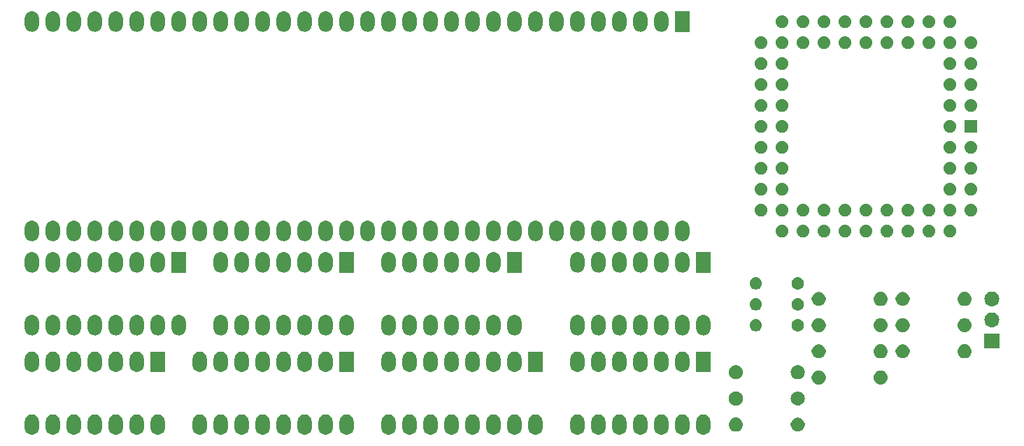
<source format=gbr>
G04 #@! TF.GenerationSoftware,KiCad,Pcbnew,(5.1.2-1)-1*
G04 #@! TF.CreationDate,2019-06-02T17:28:59+01:00*
G04 #@! TF.ProjectId,A500 14Mhz Accelerator,41353030-2031-4344-9d68-7a2041636365,rev?*
G04 #@! TF.SameCoordinates,Original*
G04 #@! TF.FileFunction,Soldermask,Bot*
G04 #@! TF.FilePolarity,Negative*
%FSLAX46Y46*%
G04 Gerber Fmt 4.6, Leading zero omitted, Abs format (unit mm)*
G04 Created by KiCad (PCBNEW (5.1.2-1)-1) date 2019-06-02 17:28:59*
%MOMM*%
%LPD*%
G04 APERTURE LIST*
%ADD10C,0.100000*%
G04 APERTURE END LIST*
D10*
G36*
X87161823Y-137826313D02*
G01*
X87322242Y-137874976D01*
X87454906Y-137945886D01*
X87470078Y-137953996D01*
X87599659Y-138060341D01*
X87706004Y-138189922D01*
X87706005Y-138189924D01*
X87785024Y-138337758D01*
X87785025Y-138337761D01*
X87789950Y-138353996D01*
X87833687Y-138498178D01*
X87846000Y-138623197D01*
X87846000Y-139506804D01*
X87833687Y-139631823D01*
X87833686Y-139631825D01*
X87789950Y-139776005D01*
X87785024Y-139792242D01*
X87736355Y-139883295D01*
X87706004Y-139940078D01*
X87599659Y-140069659D01*
X87470077Y-140176005D01*
X87322241Y-140255024D01*
X87161822Y-140303687D01*
X86995000Y-140320117D01*
X86828177Y-140303687D01*
X86667758Y-140255024D01*
X86519924Y-140176005D01*
X86519922Y-140176004D01*
X86390341Y-140069659D01*
X86283995Y-139940077D01*
X86204976Y-139792241D01*
X86200051Y-139776004D01*
X86156314Y-139631824D01*
X86156313Y-139631822D01*
X86144000Y-139506803D01*
X86144000Y-138623197D01*
X86156314Y-138498177D01*
X86200051Y-138353996D01*
X86204976Y-138337761D01*
X86204977Y-138337758D01*
X86283996Y-138189924D01*
X86283997Y-138189922D01*
X86390342Y-138060341D01*
X86519923Y-137953996D01*
X86535095Y-137945886D01*
X86667759Y-137874976D01*
X86828178Y-137826313D01*
X86995000Y-137809883D01*
X87161823Y-137826313D01*
X87161823Y-137826313D01*
G37*
G36*
X89701823Y-137826313D02*
G01*
X89862242Y-137874976D01*
X89994906Y-137945886D01*
X90010078Y-137953996D01*
X90139659Y-138060341D01*
X90246004Y-138189922D01*
X90246005Y-138189924D01*
X90325024Y-138337758D01*
X90325025Y-138337761D01*
X90329950Y-138353996D01*
X90373687Y-138498178D01*
X90386000Y-138623197D01*
X90386000Y-139506804D01*
X90373687Y-139631823D01*
X90373686Y-139631825D01*
X90329950Y-139776005D01*
X90325024Y-139792242D01*
X90276355Y-139883295D01*
X90246004Y-139940078D01*
X90139659Y-140069659D01*
X90010077Y-140176005D01*
X89862241Y-140255024D01*
X89701822Y-140303687D01*
X89535000Y-140320117D01*
X89368177Y-140303687D01*
X89207758Y-140255024D01*
X89059924Y-140176005D01*
X89059922Y-140176004D01*
X88930341Y-140069659D01*
X88823995Y-139940077D01*
X88744976Y-139792241D01*
X88740051Y-139776004D01*
X88696314Y-139631824D01*
X88696313Y-139631822D01*
X88684000Y-139506803D01*
X88684000Y-138623197D01*
X88696314Y-138498177D01*
X88740051Y-138353996D01*
X88744976Y-138337761D01*
X88744977Y-138337758D01*
X88823996Y-138189924D01*
X88823997Y-138189922D01*
X88930342Y-138060341D01*
X89059923Y-137953996D01*
X89075095Y-137945886D01*
X89207759Y-137874976D01*
X89368178Y-137826313D01*
X89535000Y-137809883D01*
X89701823Y-137826313D01*
X89701823Y-137826313D01*
G37*
G36*
X92241823Y-137826313D02*
G01*
X92402242Y-137874976D01*
X92534906Y-137945886D01*
X92550078Y-137953996D01*
X92679659Y-138060341D01*
X92786004Y-138189922D01*
X92786005Y-138189924D01*
X92865024Y-138337758D01*
X92865025Y-138337761D01*
X92869950Y-138353996D01*
X92913687Y-138498178D01*
X92926000Y-138623197D01*
X92926000Y-139506804D01*
X92913687Y-139631823D01*
X92913686Y-139631825D01*
X92869950Y-139776005D01*
X92865024Y-139792242D01*
X92816355Y-139883295D01*
X92786004Y-139940078D01*
X92679659Y-140069659D01*
X92550077Y-140176005D01*
X92402241Y-140255024D01*
X92241822Y-140303687D01*
X92075000Y-140320117D01*
X91908177Y-140303687D01*
X91747758Y-140255024D01*
X91599924Y-140176005D01*
X91599922Y-140176004D01*
X91470341Y-140069659D01*
X91363995Y-139940077D01*
X91284976Y-139792241D01*
X91280051Y-139776004D01*
X91236314Y-139631824D01*
X91236313Y-139631822D01*
X91224000Y-139506803D01*
X91224000Y-138623197D01*
X91236314Y-138498177D01*
X91280051Y-138353996D01*
X91284976Y-138337761D01*
X91284977Y-138337758D01*
X91363996Y-138189924D01*
X91363997Y-138189922D01*
X91470342Y-138060341D01*
X91599923Y-137953996D01*
X91615095Y-137945886D01*
X91747759Y-137874976D01*
X91908178Y-137826313D01*
X92075000Y-137809883D01*
X92241823Y-137826313D01*
X92241823Y-137826313D01*
G37*
G36*
X94781823Y-137826313D02*
G01*
X94942242Y-137874976D01*
X95074906Y-137945886D01*
X95090078Y-137953996D01*
X95219659Y-138060341D01*
X95326004Y-138189922D01*
X95326005Y-138189924D01*
X95405024Y-138337758D01*
X95405025Y-138337761D01*
X95409950Y-138353996D01*
X95453687Y-138498178D01*
X95466000Y-138623197D01*
X95466000Y-139506804D01*
X95453687Y-139631823D01*
X95453686Y-139631825D01*
X95409950Y-139776005D01*
X95405024Y-139792242D01*
X95356355Y-139883295D01*
X95326004Y-139940078D01*
X95219659Y-140069659D01*
X95090077Y-140176005D01*
X94942241Y-140255024D01*
X94781822Y-140303687D01*
X94615000Y-140320117D01*
X94448177Y-140303687D01*
X94287758Y-140255024D01*
X94139924Y-140176005D01*
X94139922Y-140176004D01*
X94010341Y-140069659D01*
X93903995Y-139940077D01*
X93824976Y-139792241D01*
X93820051Y-139776004D01*
X93776314Y-139631824D01*
X93776313Y-139631822D01*
X93764000Y-139506803D01*
X93764000Y-138623197D01*
X93776314Y-138498177D01*
X93820051Y-138353996D01*
X93824976Y-138337761D01*
X93824977Y-138337758D01*
X93903996Y-138189924D01*
X93903997Y-138189922D01*
X94010342Y-138060341D01*
X94139923Y-137953996D01*
X94155095Y-137945886D01*
X94287759Y-137874976D01*
X94448178Y-137826313D01*
X94615000Y-137809883D01*
X94781823Y-137826313D01*
X94781823Y-137826313D01*
G37*
G36*
X97321823Y-137826313D02*
G01*
X97482242Y-137874976D01*
X97614906Y-137945886D01*
X97630078Y-137953996D01*
X97759659Y-138060341D01*
X97866004Y-138189922D01*
X97866005Y-138189924D01*
X97945024Y-138337758D01*
X97945025Y-138337761D01*
X97949950Y-138353996D01*
X97993687Y-138498178D01*
X98006000Y-138623197D01*
X98006000Y-139506804D01*
X97993687Y-139631823D01*
X97993686Y-139631825D01*
X97949950Y-139776005D01*
X97945024Y-139792242D01*
X97896355Y-139883295D01*
X97866004Y-139940078D01*
X97759659Y-140069659D01*
X97630077Y-140176005D01*
X97482241Y-140255024D01*
X97321822Y-140303687D01*
X97155000Y-140320117D01*
X96988177Y-140303687D01*
X96827758Y-140255024D01*
X96679924Y-140176005D01*
X96679922Y-140176004D01*
X96550341Y-140069659D01*
X96443995Y-139940077D01*
X96364976Y-139792241D01*
X96360051Y-139776004D01*
X96316314Y-139631824D01*
X96316313Y-139631822D01*
X96304000Y-139506803D01*
X96304000Y-138623197D01*
X96316314Y-138498177D01*
X96360051Y-138353996D01*
X96364976Y-138337761D01*
X96364977Y-138337758D01*
X96443996Y-138189924D01*
X96443997Y-138189922D01*
X96550342Y-138060341D01*
X96679923Y-137953996D01*
X96695095Y-137945886D01*
X96827759Y-137874976D01*
X96988178Y-137826313D01*
X97155000Y-137809883D01*
X97321823Y-137826313D01*
X97321823Y-137826313D01*
G37*
G36*
X99861823Y-137826313D02*
G01*
X100022242Y-137874976D01*
X100154906Y-137945886D01*
X100170078Y-137953996D01*
X100299659Y-138060341D01*
X100406004Y-138189922D01*
X100406005Y-138189924D01*
X100485024Y-138337758D01*
X100485025Y-138337761D01*
X100489950Y-138353996D01*
X100533687Y-138498178D01*
X100546000Y-138623197D01*
X100546000Y-139506804D01*
X100533687Y-139631823D01*
X100533686Y-139631825D01*
X100489950Y-139776005D01*
X100485024Y-139792242D01*
X100436355Y-139883295D01*
X100406004Y-139940078D01*
X100299659Y-140069659D01*
X100170077Y-140176005D01*
X100022241Y-140255024D01*
X99861822Y-140303687D01*
X99695000Y-140320117D01*
X99528177Y-140303687D01*
X99367758Y-140255024D01*
X99219924Y-140176005D01*
X99219922Y-140176004D01*
X99090341Y-140069659D01*
X98983995Y-139940077D01*
X98904976Y-139792241D01*
X98900051Y-139776004D01*
X98856314Y-139631824D01*
X98856313Y-139631822D01*
X98844000Y-139506803D01*
X98844000Y-138623197D01*
X98856314Y-138498177D01*
X98900051Y-138353996D01*
X98904976Y-138337761D01*
X98904977Y-138337758D01*
X98983996Y-138189924D01*
X98983997Y-138189922D01*
X99090342Y-138060341D01*
X99219923Y-137953996D01*
X99235095Y-137945886D01*
X99367759Y-137874976D01*
X99528178Y-137826313D01*
X99695000Y-137809883D01*
X99861823Y-137826313D01*
X99861823Y-137826313D01*
G37*
G36*
X102401823Y-137826313D02*
G01*
X102562242Y-137874976D01*
X102694906Y-137945886D01*
X102710078Y-137953996D01*
X102839659Y-138060341D01*
X102946004Y-138189922D01*
X102946005Y-138189924D01*
X103025024Y-138337758D01*
X103025025Y-138337761D01*
X103029950Y-138353996D01*
X103073687Y-138498178D01*
X103086000Y-138623197D01*
X103086000Y-139506804D01*
X103073687Y-139631823D01*
X103073686Y-139631825D01*
X103029950Y-139776005D01*
X103025024Y-139792242D01*
X102976355Y-139883295D01*
X102946004Y-139940078D01*
X102839659Y-140069659D01*
X102710077Y-140176005D01*
X102562241Y-140255024D01*
X102401822Y-140303687D01*
X102235000Y-140320117D01*
X102068177Y-140303687D01*
X101907758Y-140255024D01*
X101759924Y-140176005D01*
X101759922Y-140176004D01*
X101630341Y-140069659D01*
X101523995Y-139940077D01*
X101444976Y-139792241D01*
X101440051Y-139776004D01*
X101396314Y-139631824D01*
X101396313Y-139631822D01*
X101384000Y-139506803D01*
X101384000Y-138623197D01*
X101396314Y-138498177D01*
X101440051Y-138353996D01*
X101444976Y-138337761D01*
X101444977Y-138337758D01*
X101523996Y-138189924D01*
X101523997Y-138189922D01*
X101630342Y-138060341D01*
X101759923Y-137953996D01*
X101775095Y-137945886D01*
X101907759Y-137874976D01*
X102068178Y-137826313D01*
X102235000Y-137809883D01*
X102401823Y-137826313D01*
X102401823Y-137826313D01*
G37*
G36*
X107481823Y-137826313D02*
G01*
X107642242Y-137874976D01*
X107774906Y-137945886D01*
X107790078Y-137953996D01*
X107919659Y-138060341D01*
X108026004Y-138189922D01*
X108026005Y-138189924D01*
X108105024Y-138337758D01*
X108105025Y-138337761D01*
X108109950Y-138353996D01*
X108153687Y-138498178D01*
X108166000Y-138623197D01*
X108166000Y-139506804D01*
X108153687Y-139631823D01*
X108153686Y-139631825D01*
X108109950Y-139776005D01*
X108105024Y-139792242D01*
X108056355Y-139883295D01*
X108026004Y-139940078D01*
X107919659Y-140069659D01*
X107790077Y-140176005D01*
X107642241Y-140255024D01*
X107481822Y-140303687D01*
X107315000Y-140320117D01*
X107148177Y-140303687D01*
X106987758Y-140255024D01*
X106839924Y-140176005D01*
X106839922Y-140176004D01*
X106710341Y-140069659D01*
X106603995Y-139940077D01*
X106524976Y-139792241D01*
X106520051Y-139776004D01*
X106476314Y-139631824D01*
X106476313Y-139631822D01*
X106464000Y-139506803D01*
X106464000Y-138623197D01*
X106476314Y-138498177D01*
X106520051Y-138353996D01*
X106524976Y-138337761D01*
X106524977Y-138337758D01*
X106603996Y-138189924D01*
X106603997Y-138189922D01*
X106710342Y-138060341D01*
X106839923Y-137953996D01*
X106855095Y-137945886D01*
X106987759Y-137874976D01*
X107148178Y-137826313D01*
X107315000Y-137809883D01*
X107481823Y-137826313D01*
X107481823Y-137826313D01*
G37*
G36*
X110021823Y-137826313D02*
G01*
X110182242Y-137874976D01*
X110314906Y-137945886D01*
X110330078Y-137953996D01*
X110459659Y-138060341D01*
X110566004Y-138189922D01*
X110566005Y-138189924D01*
X110645024Y-138337758D01*
X110645025Y-138337761D01*
X110649950Y-138353996D01*
X110693687Y-138498178D01*
X110706000Y-138623197D01*
X110706000Y-139506804D01*
X110693687Y-139631823D01*
X110693686Y-139631825D01*
X110649950Y-139776005D01*
X110645024Y-139792242D01*
X110596355Y-139883295D01*
X110566004Y-139940078D01*
X110459659Y-140069659D01*
X110330077Y-140176005D01*
X110182241Y-140255024D01*
X110021822Y-140303687D01*
X109855000Y-140320117D01*
X109688177Y-140303687D01*
X109527758Y-140255024D01*
X109379924Y-140176005D01*
X109379922Y-140176004D01*
X109250341Y-140069659D01*
X109143995Y-139940077D01*
X109064976Y-139792241D01*
X109060051Y-139776004D01*
X109016314Y-139631824D01*
X109016313Y-139631822D01*
X109004000Y-139506803D01*
X109004000Y-138623197D01*
X109016314Y-138498177D01*
X109060051Y-138353996D01*
X109064976Y-138337761D01*
X109064977Y-138337758D01*
X109143996Y-138189924D01*
X109143997Y-138189922D01*
X109250342Y-138060341D01*
X109379923Y-137953996D01*
X109395095Y-137945886D01*
X109527759Y-137874976D01*
X109688178Y-137826313D01*
X109855000Y-137809883D01*
X110021823Y-137826313D01*
X110021823Y-137826313D01*
G37*
G36*
X112561823Y-137826313D02*
G01*
X112722242Y-137874976D01*
X112854906Y-137945886D01*
X112870078Y-137953996D01*
X112999659Y-138060341D01*
X113106004Y-138189922D01*
X113106005Y-138189924D01*
X113185024Y-138337758D01*
X113185025Y-138337761D01*
X113189950Y-138353996D01*
X113233687Y-138498178D01*
X113246000Y-138623197D01*
X113246000Y-139506804D01*
X113233687Y-139631823D01*
X113233686Y-139631825D01*
X113189950Y-139776005D01*
X113185024Y-139792242D01*
X113136355Y-139883295D01*
X113106004Y-139940078D01*
X112999659Y-140069659D01*
X112870077Y-140176005D01*
X112722241Y-140255024D01*
X112561822Y-140303687D01*
X112395000Y-140320117D01*
X112228177Y-140303687D01*
X112067758Y-140255024D01*
X111919924Y-140176005D01*
X111919922Y-140176004D01*
X111790341Y-140069659D01*
X111683995Y-139940077D01*
X111604976Y-139792241D01*
X111600051Y-139776004D01*
X111556314Y-139631824D01*
X111556313Y-139631822D01*
X111544000Y-139506803D01*
X111544000Y-138623197D01*
X111556314Y-138498177D01*
X111600051Y-138353996D01*
X111604976Y-138337761D01*
X111604977Y-138337758D01*
X111683996Y-138189924D01*
X111683997Y-138189922D01*
X111790342Y-138060341D01*
X111919923Y-137953996D01*
X111935095Y-137945886D01*
X112067759Y-137874976D01*
X112228178Y-137826313D01*
X112395000Y-137809883D01*
X112561823Y-137826313D01*
X112561823Y-137826313D01*
G37*
G36*
X115101823Y-137826313D02*
G01*
X115262242Y-137874976D01*
X115394906Y-137945886D01*
X115410078Y-137953996D01*
X115539659Y-138060341D01*
X115646004Y-138189922D01*
X115646005Y-138189924D01*
X115725024Y-138337758D01*
X115725025Y-138337761D01*
X115729950Y-138353996D01*
X115773687Y-138498178D01*
X115786000Y-138623197D01*
X115786000Y-139506804D01*
X115773687Y-139631823D01*
X115773686Y-139631825D01*
X115729950Y-139776005D01*
X115725024Y-139792242D01*
X115676355Y-139883295D01*
X115646004Y-139940078D01*
X115539659Y-140069659D01*
X115410077Y-140176005D01*
X115262241Y-140255024D01*
X115101822Y-140303687D01*
X114935000Y-140320117D01*
X114768177Y-140303687D01*
X114607758Y-140255024D01*
X114459924Y-140176005D01*
X114459922Y-140176004D01*
X114330341Y-140069659D01*
X114223995Y-139940077D01*
X114144976Y-139792241D01*
X114140051Y-139776004D01*
X114096314Y-139631824D01*
X114096313Y-139631822D01*
X114084000Y-139506803D01*
X114084000Y-138623197D01*
X114096314Y-138498177D01*
X114140051Y-138353996D01*
X114144976Y-138337761D01*
X114144977Y-138337758D01*
X114223996Y-138189924D01*
X114223997Y-138189922D01*
X114330342Y-138060341D01*
X114459923Y-137953996D01*
X114475095Y-137945886D01*
X114607759Y-137874976D01*
X114768178Y-137826313D01*
X114935000Y-137809883D01*
X115101823Y-137826313D01*
X115101823Y-137826313D01*
G37*
G36*
X117641823Y-137826313D02*
G01*
X117802242Y-137874976D01*
X117934906Y-137945886D01*
X117950078Y-137953996D01*
X118079659Y-138060341D01*
X118186004Y-138189922D01*
X118186005Y-138189924D01*
X118265024Y-138337758D01*
X118265025Y-138337761D01*
X118269950Y-138353996D01*
X118313687Y-138498178D01*
X118326000Y-138623197D01*
X118326000Y-139506804D01*
X118313687Y-139631823D01*
X118313686Y-139631825D01*
X118269950Y-139776005D01*
X118265024Y-139792242D01*
X118216355Y-139883295D01*
X118186004Y-139940078D01*
X118079659Y-140069659D01*
X117950077Y-140176005D01*
X117802241Y-140255024D01*
X117641822Y-140303687D01*
X117475000Y-140320117D01*
X117308177Y-140303687D01*
X117147758Y-140255024D01*
X116999924Y-140176005D01*
X116999922Y-140176004D01*
X116870341Y-140069659D01*
X116763995Y-139940077D01*
X116684976Y-139792241D01*
X116680051Y-139776004D01*
X116636314Y-139631824D01*
X116636313Y-139631822D01*
X116624000Y-139506803D01*
X116624000Y-138623197D01*
X116636314Y-138498177D01*
X116680051Y-138353996D01*
X116684976Y-138337761D01*
X116684977Y-138337758D01*
X116763996Y-138189924D01*
X116763997Y-138189922D01*
X116870342Y-138060341D01*
X116999923Y-137953996D01*
X117015095Y-137945886D01*
X117147759Y-137874976D01*
X117308178Y-137826313D01*
X117475000Y-137809883D01*
X117641823Y-137826313D01*
X117641823Y-137826313D01*
G37*
G36*
X120181823Y-137826313D02*
G01*
X120342242Y-137874976D01*
X120474906Y-137945886D01*
X120490078Y-137953996D01*
X120619659Y-138060341D01*
X120726004Y-138189922D01*
X120726005Y-138189924D01*
X120805024Y-138337758D01*
X120805025Y-138337761D01*
X120809950Y-138353996D01*
X120853687Y-138498178D01*
X120866000Y-138623197D01*
X120866000Y-139506804D01*
X120853687Y-139631823D01*
X120853686Y-139631825D01*
X120809950Y-139776005D01*
X120805024Y-139792242D01*
X120756355Y-139883295D01*
X120726004Y-139940078D01*
X120619659Y-140069659D01*
X120490077Y-140176005D01*
X120342241Y-140255024D01*
X120181822Y-140303687D01*
X120015000Y-140320117D01*
X119848177Y-140303687D01*
X119687758Y-140255024D01*
X119539924Y-140176005D01*
X119539922Y-140176004D01*
X119410341Y-140069659D01*
X119303995Y-139940077D01*
X119224976Y-139792241D01*
X119220051Y-139776004D01*
X119176314Y-139631824D01*
X119176313Y-139631822D01*
X119164000Y-139506803D01*
X119164000Y-138623197D01*
X119176314Y-138498177D01*
X119220051Y-138353996D01*
X119224976Y-138337761D01*
X119224977Y-138337758D01*
X119303996Y-138189924D01*
X119303997Y-138189922D01*
X119410342Y-138060341D01*
X119539923Y-137953996D01*
X119555095Y-137945886D01*
X119687759Y-137874976D01*
X119848178Y-137826313D01*
X120015000Y-137809883D01*
X120181823Y-137826313D01*
X120181823Y-137826313D01*
G37*
G36*
X122721823Y-137826313D02*
G01*
X122882242Y-137874976D01*
X123014906Y-137945886D01*
X123030078Y-137953996D01*
X123159659Y-138060341D01*
X123266004Y-138189922D01*
X123266005Y-138189924D01*
X123345024Y-138337758D01*
X123345025Y-138337761D01*
X123349950Y-138353996D01*
X123393687Y-138498178D01*
X123406000Y-138623197D01*
X123406000Y-139506804D01*
X123393687Y-139631823D01*
X123393686Y-139631825D01*
X123349950Y-139776005D01*
X123345024Y-139792242D01*
X123296355Y-139883295D01*
X123266004Y-139940078D01*
X123159659Y-140069659D01*
X123030077Y-140176005D01*
X122882241Y-140255024D01*
X122721822Y-140303687D01*
X122555000Y-140320117D01*
X122388177Y-140303687D01*
X122227758Y-140255024D01*
X122079924Y-140176005D01*
X122079922Y-140176004D01*
X121950341Y-140069659D01*
X121843995Y-139940077D01*
X121764976Y-139792241D01*
X121760051Y-139776004D01*
X121716314Y-139631824D01*
X121716313Y-139631822D01*
X121704000Y-139506803D01*
X121704000Y-138623197D01*
X121716314Y-138498177D01*
X121760051Y-138353996D01*
X121764976Y-138337761D01*
X121764977Y-138337758D01*
X121843996Y-138189924D01*
X121843997Y-138189922D01*
X121950342Y-138060341D01*
X122079923Y-137953996D01*
X122095095Y-137945886D01*
X122227759Y-137874976D01*
X122388178Y-137826313D01*
X122555000Y-137809883D01*
X122721823Y-137826313D01*
X122721823Y-137826313D01*
G37*
G36*
X125261823Y-137826313D02*
G01*
X125422242Y-137874976D01*
X125554906Y-137945886D01*
X125570078Y-137953996D01*
X125699659Y-138060341D01*
X125806004Y-138189922D01*
X125806005Y-138189924D01*
X125885024Y-138337758D01*
X125885025Y-138337761D01*
X125889950Y-138353996D01*
X125933687Y-138498178D01*
X125946000Y-138623197D01*
X125946000Y-139506804D01*
X125933687Y-139631823D01*
X125933686Y-139631825D01*
X125889950Y-139776005D01*
X125885024Y-139792242D01*
X125836355Y-139883295D01*
X125806004Y-139940078D01*
X125699659Y-140069659D01*
X125570077Y-140176005D01*
X125422241Y-140255024D01*
X125261822Y-140303687D01*
X125095000Y-140320117D01*
X124928177Y-140303687D01*
X124767758Y-140255024D01*
X124619924Y-140176005D01*
X124619922Y-140176004D01*
X124490341Y-140069659D01*
X124383995Y-139940077D01*
X124304976Y-139792241D01*
X124300051Y-139776004D01*
X124256314Y-139631824D01*
X124256313Y-139631822D01*
X124244000Y-139506803D01*
X124244000Y-138623197D01*
X124256314Y-138498177D01*
X124300051Y-138353996D01*
X124304976Y-138337761D01*
X124304977Y-138337758D01*
X124383996Y-138189924D01*
X124383997Y-138189922D01*
X124490342Y-138060341D01*
X124619923Y-137953996D01*
X124635095Y-137945886D01*
X124767759Y-137874976D01*
X124928178Y-137826313D01*
X125095000Y-137809883D01*
X125261823Y-137826313D01*
X125261823Y-137826313D01*
G37*
G36*
X130341823Y-137826313D02*
G01*
X130502242Y-137874976D01*
X130634906Y-137945886D01*
X130650078Y-137953996D01*
X130779659Y-138060341D01*
X130886004Y-138189922D01*
X130886005Y-138189924D01*
X130965024Y-138337758D01*
X130965025Y-138337761D01*
X130969950Y-138353996D01*
X131013687Y-138498178D01*
X131026000Y-138623197D01*
X131026000Y-139506804D01*
X131013687Y-139631823D01*
X131013686Y-139631825D01*
X130969950Y-139776005D01*
X130965024Y-139792242D01*
X130916355Y-139883295D01*
X130886004Y-139940078D01*
X130779659Y-140069659D01*
X130650077Y-140176005D01*
X130502241Y-140255024D01*
X130341822Y-140303687D01*
X130175000Y-140320117D01*
X130008177Y-140303687D01*
X129847758Y-140255024D01*
X129699924Y-140176005D01*
X129699922Y-140176004D01*
X129570341Y-140069659D01*
X129463995Y-139940077D01*
X129384976Y-139792241D01*
X129380051Y-139776004D01*
X129336314Y-139631824D01*
X129336313Y-139631822D01*
X129324000Y-139506803D01*
X129324000Y-138623197D01*
X129336314Y-138498177D01*
X129380051Y-138353996D01*
X129384976Y-138337761D01*
X129384977Y-138337758D01*
X129463996Y-138189924D01*
X129463997Y-138189922D01*
X129570342Y-138060341D01*
X129699923Y-137953996D01*
X129715095Y-137945886D01*
X129847759Y-137874976D01*
X130008178Y-137826313D01*
X130175000Y-137809883D01*
X130341823Y-137826313D01*
X130341823Y-137826313D01*
G37*
G36*
X132881823Y-137826313D02*
G01*
X133042242Y-137874976D01*
X133174906Y-137945886D01*
X133190078Y-137953996D01*
X133319659Y-138060341D01*
X133426004Y-138189922D01*
X133426005Y-138189924D01*
X133505024Y-138337758D01*
X133505025Y-138337761D01*
X133509950Y-138353996D01*
X133553687Y-138498178D01*
X133566000Y-138623197D01*
X133566000Y-139506804D01*
X133553687Y-139631823D01*
X133553686Y-139631825D01*
X133509950Y-139776005D01*
X133505024Y-139792242D01*
X133456355Y-139883295D01*
X133426004Y-139940078D01*
X133319659Y-140069659D01*
X133190077Y-140176005D01*
X133042241Y-140255024D01*
X132881822Y-140303687D01*
X132715000Y-140320117D01*
X132548177Y-140303687D01*
X132387758Y-140255024D01*
X132239924Y-140176005D01*
X132239922Y-140176004D01*
X132110341Y-140069659D01*
X132003995Y-139940077D01*
X131924976Y-139792241D01*
X131920051Y-139776004D01*
X131876314Y-139631824D01*
X131876313Y-139631822D01*
X131864000Y-139506803D01*
X131864000Y-138623197D01*
X131876314Y-138498177D01*
X131920051Y-138353996D01*
X131924976Y-138337761D01*
X131924977Y-138337758D01*
X132003996Y-138189924D01*
X132003997Y-138189922D01*
X132110342Y-138060341D01*
X132239923Y-137953996D01*
X132255095Y-137945886D01*
X132387759Y-137874976D01*
X132548178Y-137826313D01*
X132715000Y-137809883D01*
X132881823Y-137826313D01*
X132881823Y-137826313D01*
G37*
G36*
X135421823Y-137826313D02*
G01*
X135582242Y-137874976D01*
X135714906Y-137945886D01*
X135730078Y-137953996D01*
X135859659Y-138060341D01*
X135966004Y-138189922D01*
X135966005Y-138189924D01*
X136045024Y-138337758D01*
X136045025Y-138337761D01*
X136049950Y-138353996D01*
X136093687Y-138498178D01*
X136106000Y-138623197D01*
X136106000Y-139506804D01*
X136093687Y-139631823D01*
X136093686Y-139631825D01*
X136049950Y-139776005D01*
X136045024Y-139792242D01*
X135996355Y-139883295D01*
X135966004Y-139940078D01*
X135859659Y-140069659D01*
X135730077Y-140176005D01*
X135582241Y-140255024D01*
X135421822Y-140303687D01*
X135255000Y-140320117D01*
X135088177Y-140303687D01*
X134927758Y-140255024D01*
X134779924Y-140176005D01*
X134779922Y-140176004D01*
X134650341Y-140069659D01*
X134543995Y-139940077D01*
X134464976Y-139792241D01*
X134460051Y-139776004D01*
X134416314Y-139631824D01*
X134416313Y-139631822D01*
X134404000Y-139506803D01*
X134404000Y-138623197D01*
X134416314Y-138498177D01*
X134460051Y-138353996D01*
X134464976Y-138337761D01*
X134464977Y-138337758D01*
X134543996Y-138189924D01*
X134543997Y-138189922D01*
X134650342Y-138060341D01*
X134779923Y-137953996D01*
X134795095Y-137945886D01*
X134927759Y-137874976D01*
X135088178Y-137826313D01*
X135255000Y-137809883D01*
X135421823Y-137826313D01*
X135421823Y-137826313D01*
G37*
G36*
X137961823Y-137826313D02*
G01*
X138122242Y-137874976D01*
X138254906Y-137945886D01*
X138270078Y-137953996D01*
X138399659Y-138060341D01*
X138506004Y-138189922D01*
X138506005Y-138189924D01*
X138585024Y-138337758D01*
X138585025Y-138337761D01*
X138589950Y-138353996D01*
X138633687Y-138498178D01*
X138646000Y-138623197D01*
X138646000Y-139506804D01*
X138633687Y-139631823D01*
X138633686Y-139631825D01*
X138589950Y-139776005D01*
X138585024Y-139792242D01*
X138536355Y-139883295D01*
X138506004Y-139940078D01*
X138399659Y-140069659D01*
X138270077Y-140176005D01*
X138122241Y-140255024D01*
X137961822Y-140303687D01*
X137795000Y-140320117D01*
X137628177Y-140303687D01*
X137467758Y-140255024D01*
X137319924Y-140176005D01*
X137319922Y-140176004D01*
X137190341Y-140069659D01*
X137083995Y-139940077D01*
X137004976Y-139792241D01*
X137000051Y-139776004D01*
X136956314Y-139631824D01*
X136956313Y-139631822D01*
X136944000Y-139506803D01*
X136944000Y-138623197D01*
X136956314Y-138498177D01*
X137000051Y-138353996D01*
X137004976Y-138337761D01*
X137004977Y-138337758D01*
X137083996Y-138189924D01*
X137083997Y-138189922D01*
X137190342Y-138060341D01*
X137319923Y-137953996D01*
X137335095Y-137945886D01*
X137467759Y-137874976D01*
X137628178Y-137826313D01*
X137795000Y-137809883D01*
X137961823Y-137826313D01*
X137961823Y-137826313D01*
G37*
G36*
X140501823Y-137826313D02*
G01*
X140662242Y-137874976D01*
X140794906Y-137945886D01*
X140810078Y-137953996D01*
X140939659Y-138060341D01*
X141046004Y-138189922D01*
X141046005Y-138189924D01*
X141125024Y-138337758D01*
X141125025Y-138337761D01*
X141129950Y-138353996D01*
X141173687Y-138498178D01*
X141186000Y-138623197D01*
X141186000Y-139506804D01*
X141173687Y-139631823D01*
X141173686Y-139631825D01*
X141129950Y-139776005D01*
X141125024Y-139792242D01*
X141076355Y-139883295D01*
X141046004Y-139940078D01*
X140939659Y-140069659D01*
X140810077Y-140176005D01*
X140662241Y-140255024D01*
X140501822Y-140303687D01*
X140335000Y-140320117D01*
X140168177Y-140303687D01*
X140007758Y-140255024D01*
X139859924Y-140176005D01*
X139859922Y-140176004D01*
X139730341Y-140069659D01*
X139623995Y-139940077D01*
X139544976Y-139792241D01*
X139540051Y-139776004D01*
X139496314Y-139631824D01*
X139496313Y-139631822D01*
X139484000Y-139506803D01*
X139484000Y-138623197D01*
X139496314Y-138498177D01*
X139540051Y-138353996D01*
X139544976Y-138337761D01*
X139544977Y-138337758D01*
X139623996Y-138189924D01*
X139623997Y-138189922D01*
X139730342Y-138060341D01*
X139859923Y-137953996D01*
X139875095Y-137945886D01*
X140007759Y-137874976D01*
X140168178Y-137826313D01*
X140335000Y-137809883D01*
X140501823Y-137826313D01*
X140501823Y-137826313D01*
G37*
G36*
X143041823Y-137826313D02*
G01*
X143202242Y-137874976D01*
X143334906Y-137945886D01*
X143350078Y-137953996D01*
X143479659Y-138060341D01*
X143586004Y-138189922D01*
X143586005Y-138189924D01*
X143665024Y-138337758D01*
X143665025Y-138337761D01*
X143669950Y-138353996D01*
X143713687Y-138498178D01*
X143726000Y-138623197D01*
X143726000Y-139506804D01*
X143713687Y-139631823D01*
X143713686Y-139631825D01*
X143669950Y-139776005D01*
X143665024Y-139792242D01*
X143616355Y-139883295D01*
X143586004Y-139940078D01*
X143479659Y-140069659D01*
X143350077Y-140176005D01*
X143202241Y-140255024D01*
X143041822Y-140303687D01*
X142875000Y-140320117D01*
X142708177Y-140303687D01*
X142547758Y-140255024D01*
X142399924Y-140176005D01*
X142399922Y-140176004D01*
X142270341Y-140069659D01*
X142163995Y-139940077D01*
X142084976Y-139792241D01*
X142080051Y-139776004D01*
X142036314Y-139631824D01*
X142036313Y-139631822D01*
X142024000Y-139506803D01*
X142024000Y-138623197D01*
X142036314Y-138498177D01*
X142080051Y-138353996D01*
X142084976Y-138337761D01*
X142084977Y-138337758D01*
X142163996Y-138189924D01*
X142163997Y-138189922D01*
X142270342Y-138060341D01*
X142399923Y-137953996D01*
X142415095Y-137945886D01*
X142547759Y-137874976D01*
X142708178Y-137826313D01*
X142875000Y-137809883D01*
X143041823Y-137826313D01*
X143041823Y-137826313D01*
G37*
G36*
X145581823Y-137826313D02*
G01*
X145742242Y-137874976D01*
X145874906Y-137945886D01*
X145890078Y-137953996D01*
X146019659Y-138060341D01*
X146126004Y-138189922D01*
X146126005Y-138189924D01*
X146205024Y-138337758D01*
X146205025Y-138337761D01*
X146209950Y-138353996D01*
X146253687Y-138498178D01*
X146266000Y-138623197D01*
X146266000Y-139506804D01*
X146253687Y-139631823D01*
X146253686Y-139631825D01*
X146209950Y-139776005D01*
X146205024Y-139792242D01*
X146156355Y-139883295D01*
X146126004Y-139940078D01*
X146019659Y-140069659D01*
X145890077Y-140176005D01*
X145742241Y-140255024D01*
X145581822Y-140303687D01*
X145415000Y-140320117D01*
X145248177Y-140303687D01*
X145087758Y-140255024D01*
X144939924Y-140176005D01*
X144939922Y-140176004D01*
X144810341Y-140069659D01*
X144703995Y-139940077D01*
X144624976Y-139792241D01*
X144620051Y-139776004D01*
X144576314Y-139631824D01*
X144576313Y-139631822D01*
X144564000Y-139506803D01*
X144564000Y-138623197D01*
X144576314Y-138498177D01*
X144620051Y-138353996D01*
X144624976Y-138337761D01*
X144624977Y-138337758D01*
X144703996Y-138189924D01*
X144703997Y-138189922D01*
X144810342Y-138060341D01*
X144939923Y-137953996D01*
X144955095Y-137945886D01*
X145087759Y-137874976D01*
X145248178Y-137826313D01*
X145415000Y-137809883D01*
X145581823Y-137826313D01*
X145581823Y-137826313D01*
G37*
G36*
X148121823Y-137826313D02*
G01*
X148282242Y-137874976D01*
X148414906Y-137945886D01*
X148430078Y-137953996D01*
X148559659Y-138060341D01*
X148666004Y-138189922D01*
X148666005Y-138189924D01*
X148745024Y-138337758D01*
X148745025Y-138337761D01*
X148749950Y-138353996D01*
X148793687Y-138498178D01*
X148806000Y-138623197D01*
X148806000Y-139506804D01*
X148793687Y-139631823D01*
X148793686Y-139631825D01*
X148749950Y-139776005D01*
X148745024Y-139792242D01*
X148696355Y-139883295D01*
X148666004Y-139940078D01*
X148559659Y-140069659D01*
X148430077Y-140176005D01*
X148282241Y-140255024D01*
X148121822Y-140303687D01*
X147955000Y-140320117D01*
X147788177Y-140303687D01*
X147627758Y-140255024D01*
X147479924Y-140176005D01*
X147479922Y-140176004D01*
X147350341Y-140069659D01*
X147243995Y-139940077D01*
X147164976Y-139792241D01*
X147160051Y-139776004D01*
X147116314Y-139631824D01*
X147116313Y-139631822D01*
X147104000Y-139506803D01*
X147104000Y-138623197D01*
X147116314Y-138498177D01*
X147160051Y-138353996D01*
X147164976Y-138337761D01*
X147164977Y-138337758D01*
X147243996Y-138189924D01*
X147243997Y-138189922D01*
X147350342Y-138060341D01*
X147479923Y-137953996D01*
X147495095Y-137945886D01*
X147627759Y-137874976D01*
X147788178Y-137826313D01*
X147955000Y-137809883D01*
X148121823Y-137826313D01*
X148121823Y-137826313D01*
G37*
G36*
X153201823Y-137826313D02*
G01*
X153362242Y-137874976D01*
X153494906Y-137945886D01*
X153510078Y-137953996D01*
X153639659Y-138060341D01*
X153746004Y-138189922D01*
X153746005Y-138189924D01*
X153825024Y-138337758D01*
X153825025Y-138337761D01*
X153829950Y-138353996D01*
X153873687Y-138498178D01*
X153886000Y-138623197D01*
X153886000Y-139506804D01*
X153873687Y-139631823D01*
X153873686Y-139631825D01*
X153829950Y-139776005D01*
X153825024Y-139792242D01*
X153776355Y-139883295D01*
X153746004Y-139940078D01*
X153639659Y-140069659D01*
X153510077Y-140176005D01*
X153362241Y-140255024D01*
X153201822Y-140303687D01*
X153035000Y-140320117D01*
X152868177Y-140303687D01*
X152707758Y-140255024D01*
X152559924Y-140176005D01*
X152559922Y-140176004D01*
X152430341Y-140069659D01*
X152323995Y-139940077D01*
X152244976Y-139792241D01*
X152240051Y-139776004D01*
X152196314Y-139631824D01*
X152196313Y-139631822D01*
X152184000Y-139506803D01*
X152184000Y-138623197D01*
X152196314Y-138498177D01*
X152240051Y-138353996D01*
X152244976Y-138337761D01*
X152244977Y-138337758D01*
X152323996Y-138189924D01*
X152323997Y-138189922D01*
X152430342Y-138060341D01*
X152559923Y-137953996D01*
X152575095Y-137945886D01*
X152707759Y-137874976D01*
X152868178Y-137826313D01*
X153035000Y-137809883D01*
X153201823Y-137826313D01*
X153201823Y-137826313D01*
G37*
G36*
X155741823Y-137826313D02*
G01*
X155902242Y-137874976D01*
X156034906Y-137945886D01*
X156050078Y-137953996D01*
X156179659Y-138060341D01*
X156286004Y-138189922D01*
X156286005Y-138189924D01*
X156365024Y-138337758D01*
X156365025Y-138337761D01*
X156369950Y-138353996D01*
X156413687Y-138498178D01*
X156426000Y-138623197D01*
X156426000Y-139506804D01*
X156413687Y-139631823D01*
X156413686Y-139631825D01*
X156369950Y-139776005D01*
X156365024Y-139792242D01*
X156316355Y-139883295D01*
X156286004Y-139940078D01*
X156179659Y-140069659D01*
X156050077Y-140176005D01*
X155902241Y-140255024D01*
X155741822Y-140303687D01*
X155575000Y-140320117D01*
X155408177Y-140303687D01*
X155247758Y-140255024D01*
X155099924Y-140176005D01*
X155099922Y-140176004D01*
X154970341Y-140069659D01*
X154863995Y-139940077D01*
X154784976Y-139792241D01*
X154780051Y-139776004D01*
X154736314Y-139631824D01*
X154736313Y-139631822D01*
X154724000Y-139506803D01*
X154724000Y-138623197D01*
X154736314Y-138498177D01*
X154780051Y-138353996D01*
X154784976Y-138337761D01*
X154784977Y-138337758D01*
X154863996Y-138189924D01*
X154863997Y-138189922D01*
X154970342Y-138060341D01*
X155099923Y-137953996D01*
X155115095Y-137945886D01*
X155247759Y-137874976D01*
X155408178Y-137826313D01*
X155575000Y-137809883D01*
X155741823Y-137826313D01*
X155741823Y-137826313D01*
G37*
G36*
X158281823Y-137826313D02*
G01*
X158442242Y-137874976D01*
X158574906Y-137945886D01*
X158590078Y-137953996D01*
X158719659Y-138060341D01*
X158826004Y-138189922D01*
X158826005Y-138189924D01*
X158905024Y-138337758D01*
X158905025Y-138337761D01*
X158909950Y-138353996D01*
X158953687Y-138498178D01*
X158966000Y-138623197D01*
X158966000Y-139506804D01*
X158953687Y-139631823D01*
X158953686Y-139631825D01*
X158909950Y-139776005D01*
X158905024Y-139792242D01*
X158856355Y-139883295D01*
X158826004Y-139940078D01*
X158719659Y-140069659D01*
X158590077Y-140176005D01*
X158442241Y-140255024D01*
X158281822Y-140303687D01*
X158115000Y-140320117D01*
X157948177Y-140303687D01*
X157787758Y-140255024D01*
X157639924Y-140176005D01*
X157639922Y-140176004D01*
X157510341Y-140069659D01*
X157403995Y-139940077D01*
X157324976Y-139792241D01*
X157320051Y-139776004D01*
X157276314Y-139631824D01*
X157276313Y-139631822D01*
X157264000Y-139506803D01*
X157264000Y-138623197D01*
X157276314Y-138498177D01*
X157320051Y-138353996D01*
X157324976Y-138337761D01*
X157324977Y-138337758D01*
X157403996Y-138189924D01*
X157403997Y-138189922D01*
X157510342Y-138060341D01*
X157639923Y-137953996D01*
X157655095Y-137945886D01*
X157787759Y-137874976D01*
X157948178Y-137826313D01*
X158115000Y-137809883D01*
X158281823Y-137826313D01*
X158281823Y-137826313D01*
G37*
G36*
X160821823Y-137826313D02*
G01*
X160982242Y-137874976D01*
X161114906Y-137945886D01*
X161130078Y-137953996D01*
X161259659Y-138060341D01*
X161366004Y-138189922D01*
X161366005Y-138189924D01*
X161445024Y-138337758D01*
X161445025Y-138337761D01*
X161449950Y-138353996D01*
X161493687Y-138498178D01*
X161506000Y-138623197D01*
X161506000Y-139506804D01*
X161493687Y-139631823D01*
X161493686Y-139631825D01*
X161449950Y-139776005D01*
X161445024Y-139792242D01*
X161396355Y-139883295D01*
X161366004Y-139940078D01*
X161259659Y-140069659D01*
X161130077Y-140176005D01*
X160982241Y-140255024D01*
X160821822Y-140303687D01*
X160655000Y-140320117D01*
X160488177Y-140303687D01*
X160327758Y-140255024D01*
X160179924Y-140176005D01*
X160179922Y-140176004D01*
X160050341Y-140069659D01*
X159943995Y-139940077D01*
X159864976Y-139792241D01*
X159860051Y-139776004D01*
X159816314Y-139631824D01*
X159816313Y-139631822D01*
X159804000Y-139506803D01*
X159804000Y-138623197D01*
X159816314Y-138498177D01*
X159860051Y-138353996D01*
X159864976Y-138337761D01*
X159864977Y-138337758D01*
X159943996Y-138189924D01*
X159943997Y-138189922D01*
X160050342Y-138060341D01*
X160179923Y-137953996D01*
X160195095Y-137945886D01*
X160327759Y-137874976D01*
X160488178Y-137826313D01*
X160655000Y-137809883D01*
X160821823Y-137826313D01*
X160821823Y-137826313D01*
G37*
G36*
X163361823Y-137826313D02*
G01*
X163522242Y-137874976D01*
X163654906Y-137945886D01*
X163670078Y-137953996D01*
X163799659Y-138060341D01*
X163906004Y-138189922D01*
X163906005Y-138189924D01*
X163985024Y-138337758D01*
X163985025Y-138337761D01*
X163989950Y-138353996D01*
X164033687Y-138498178D01*
X164046000Y-138623197D01*
X164046000Y-139506804D01*
X164033687Y-139631823D01*
X164033686Y-139631825D01*
X163989950Y-139776005D01*
X163985024Y-139792242D01*
X163936355Y-139883295D01*
X163906004Y-139940078D01*
X163799659Y-140069659D01*
X163670077Y-140176005D01*
X163522241Y-140255024D01*
X163361822Y-140303687D01*
X163195000Y-140320117D01*
X163028177Y-140303687D01*
X162867758Y-140255024D01*
X162719924Y-140176005D01*
X162719922Y-140176004D01*
X162590341Y-140069659D01*
X162483995Y-139940077D01*
X162404976Y-139792241D01*
X162400051Y-139776004D01*
X162356314Y-139631824D01*
X162356313Y-139631822D01*
X162344000Y-139506803D01*
X162344000Y-138623197D01*
X162356314Y-138498177D01*
X162400051Y-138353996D01*
X162404976Y-138337761D01*
X162404977Y-138337758D01*
X162483996Y-138189924D01*
X162483997Y-138189922D01*
X162590342Y-138060341D01*
X162719923Y-137953996D01*
X162735095Y-137945886D01*
X162867759Y-137874976D01*
X163028178Y-137826313D01*
X163195000Y-137809883D01*
X163361823Y-137826313D01*
X163361823Y-137826313D01*
G37*
G36*
X165901823Y-137826313D02*
G01*
X166062242Y-137874976D01*
X166194906Y-137945886D01*
X166210078Y-137953996D01*
X166339659Y-138060341D01*
X166446004Y-138189922D01*
X166446005Y-138189924D01*
X166525024Y-138337758D01*
X166525025Y-138337761D01*
X166529950Y-138353996D01*
X166573687Y-138498178D01*
X166586000Y-138623197D01*
X166586000Y-139506804D01*
X166573687Y-139631823D01*
X166573686Y-139631825D01*
X166529950Y-139776005D01*
X166525024Y-139792242D01*
X166476355Y-139883295D01*
X166446004Y-139940078D01*
X166339659Y-140069659D01*
X166210077Y-140176005D01*
X166062241Y-140255024D01*
X165901822Y-140303687D01*
X165735000Y-140320117D01*
X165568177Y-140303687D01*
X165407758Y-140255024D01*
X165259924Y-140176005D01*
X165259922Y-140176004D01*
X165130341Y-140069659D01*
X165023995Y-139940077D01*
X164944976Y-139792241D01*
X164940051Y-139776004D01*
X164896314Y-139631824D01*
X164896313Y-139631822D01*
X164884000Y-139506803D01*
X164884000Y-138623197D01*
X164896314Y-138498177D01*
X164940051Y-138353996D01*
X164944976Y-138337761D01*
X164944977Y-138337758D01*
X165023996Y-138189924D01*
X165023997Y-138189922D01*
X165130342Y-138060341D01*
X165259923Y-137953996D01*
X165275095Y-137945886D01*
X165407759Y-137874976D01*
X165568178Y-137826313D01*
X165735000Y-137809883D01*
X165901823Y-137826313D01*
X165901823Y-137826313D01*
G37*
G36*
X168441823Y-137826313D02*
G01*
X168602242Y-137874976D01*
X168734906Y-137945886D01*
X168750078Y-137953996D01*
X168879659Y-138060341D01*
X168986004Y-138189922D01*
X168986005Y-138189924D01*
X169065024Y-138337758D01*
X169065025Y-138337761D01*
X169069950Y-138353996D01*
X169113687Y-138498178D01*
X169126000Y-138623197D01*
X169126000Y-139506804D01*
X169113687Y-139631823D01*
X169113686Y-139631825D01*
X169069950Y-139776005D01*
X169065024Y-139792242D01*
X169016355Y-139883295D01*
X168986004Y-139940078D01*
X168879659Y-140069659D01*
X168750077Y-140176005D01*
X168602241Y-140255024D01*
X168441822Y-140303687D01*
X168275000Y-140320117D01*
X168108177Y-140303687D01*
X167947758Y-140255024D01*
X167799924Y-140176005D01*
X167799922Y-140176004D01*
X167670341Y-140069659D01*
X167563995Y-139940077D01*
X167484976Y-139792241D01*
X167480051Y-139776004D01*
X167436314Y-139631824D01*
X167436313Y-139631822D01*
X167424000Y-139506803D01*
X167424000Y-138623197D01*
X167436314Y-138498177D01*
X167480051Y-138353996D01*
X167484976Y-138337761D01*
X167484977Y-138337758D01*
X167563996Y-138189924D01*
X167563997Y-138189922D01*
X167670342Y-138060341D01*
X167799923Y-137953996D01*
X167815095Y-137945886D01*
X167947759Y-137874976D01*
X168108178Y-137826313D01*
X168275000Y-137809883D01*
X168441823Y-137826313D01*
X168441823Y-137826313D01*
G37*
G36*
X172371823Y-138226313D02*
G01*
X172532242Y-138274976D01*
X172599361Y-138310852D01*
X172680078Y-138353996D01*
X172809659Y-138460341D01*
X172916004Y-138589922D01*
X172916005Y-138589924D01*
X172995024Y-138737758D01*
X173043687Y-138898177D01*
X173060117Y-139065000D01*
X173043687Y-139231823D01*
X172995024Y-139392242D01*
X172954477Y-139468100D01*
X172916004Y-139540078D01*
X172809659Y-139669659D01*
X172680078Y-139776004D01*
X172680076Y-139776005D01*
X172532242Y-139855024D01*
X172371823Y-139903687D01*
X172246804Y-139916000D01*
X172163196Y-139916000D01*
X172038177Y-139903687D01*
X171877758Y-139855024D01*
X171729924Y-139776005D01*
X171729922Y-139776004D01*
X171600341Y-139669659D01*
X171493996Y-139540078D01*
X171455523Y-139468100D01*
X171414976Y-139392242D01*
X171366313Y-139231823D01*
X171349883Y-139065000D01*
X171366313Y-138898177D01*
X171414976Y-138737758D01*
X171493995Y-138589924D01*
X171493996Y-138589922D01*
X171600341Y-138460341D01*
X171729922Y-138353996D01*
X171810639Y-138310852D01*
X171877758Y-138274976D01*
X172038177Y-138226313D01*
X172163196Y-138214000D01*
X172246804Y-138214000D01*
X172371823Y-138226313D01*
X172371823Y-138226313D01*
G37*
G36*
X179953228Y-138246703D02*
G01*
X180108100Y-138310853D01*
X180247481Y-138403985D01*
X180366015Y-138522519D01*
X180459147Y-138661900D01*
X180523297Y-138816772D01*
X180556000Y-138981184D01*
X180556000Y-139148816D01*
X180523297Y-139313228D01*
X180459147Y-139468100D01*
X180366015Y-139607481D01*
X180247481Y-139726015D01*
X180108100Y-139819147D01*
X179953228Y-139883297D01*
X179788816Y-139916000D01*
X179621184Y-139916000D01*
X179456772Y-139883297D01*
X179301900Y-139819147D01*
X179162519Y-139726015D01*
X179043985Y-139607481D01*
X178950853Y-139468100D01*
X178886703Y-139313228D01*
X178854000Y-139148816D01*
X178854000Y-138981184D01*
X178886703Y-138816772D01*
X178950853Y-138661900D01*
X179043985Y-138522519D01*
X179162519Y-138403985D01*
X179301900Y-138310853D01*
X179456772Y-138246703D01*
X179621184Y-138214000D01*
X179788816Y-138214000D01*
X179953228Y-138246703D01*
X179953228Y-138246703D01*
G37*
G36*
X172460228Y-135071703D02*
G01*
X172615100Y-135135853D01*
X172754481Y-135228985D01*
X172873015Y-135347519D01*
X172966147Y-135486900D01*
X173030297Y-135641772D01*
X173063000Y-135806184D01*
X173063000Y-135973816D01*
X173030297Y-136138228D01*
X172966147Y-136293100D01*
X172873015Y-136432481D01*
X172754481Y-136551015D01*
X172615100Y-136644147D01*
X172460228Y-136708297D01*
X172295816Y-136741000D01*
X172128184Y-136741000D01*
X171963772Y-136708297D01*
X171808900Y-136644147D01*
X171669519Y-136551015D01*
X171550985Y-136432481D01*
X171457853Y-136293100D01*
X171393703Y-136138228D01*
X171361000Y-135973816D01*
X171361000Y-135806184D01*
X171393703Y-135641772D01*
X171457853Y-135486900D01*
X171550985Y-135347519D01*
X171669519Y-135228985D01*
X171808900Y-135135853D01*
X171963772Y-135071703D01*
X172128184Y-135039000D01*
X172295816Y-135039000D01*
X172460228Y-135071703D01*
X172460228Y-135071703D01*
G37*
G36*
X179878823Y-135051313D02*
G01*
X180039242Y-135099976D01*
X180106361Y-135135852D01*
X180187078Y-135178996D01*
X180316659Y-135285341D01*
X180423004Y-135414922D01*
X180423005Y-135414924D01*
X180502024Y-135562758D01*
X180550687Y-135723177D01*
X180567117Y-135890000D01*
X180550687Y-136056823D01*
X180502024Y-136217242D01*
X180461477Y-136293100D01*
X180423004Y-136365078D01*
X180316659Y-136494659D01*
X180187078Y-136601004D01*
X180187076Y-136601005D01*
X180039242Y-136680024D01*
X179878823Y-136728687D01*
X179753804Y-136741000D01*
X179670196Y-136741000D01*
X179545177Y-136728687D01*
X179384758Y-136680024D01*
X179236924Y-136601005D01*
X179236922Y-136601004D01*
X179107341Y-136494659D01*
X179000996Y-136365078D01*
X178962523Y-136293100D01*
X178921976Y-136217242D01*
X178873313Y-136056823D01*
X178856883Y-135890000D01*
X178873313Y-135723177D01*
X178921976Y-135562758D01*
X179000995Y-135414924D01*
X179000996Y-135414922D01*
X179107341Y-135285341D01*
X179236922Y-135178996D01*
X179317639Y-135135852D01*
X179384758Y-135099976D01*
X179545177Y-135051313D01*
X179670196Y-135039000D01*
X179753804Y-135039000D01*
X179878823Y-135051313D01*
X179878823Y-135051313D01*
G37*
G36*
X189911823Y-132511313D02*
G01*
X190033340Y-132548175D01*
X190059152Y-132556005D01*
X190072242Y-132559976D01*
X190139361Y-132595852D01*
X190220078Y-132638996D01*
X190349659Y-132745341D01*
X190456004Y-132874922D01*
X190456005Y-132874924D01*
X190535024Y-133022758D01*
X190583687Y-133183177D01*
X190600117Y-133350000D01*
X190583687Y-133516823D01*
X190535024Y-133677242D01*
X190494477Y-133753100D01*
X190456004Y-133825078D01*
X190349659Y-133954659D01*
X190220078Y-134061004D01*
X190220076Y-134061005D01*
X190072242Y-134140024D01*
X189911823Y-134188687D01*
X189786804Y-134201000D01*
X189703196Y-134201000D01*
X189578177Y-134188687D01*
X189417758Y-134140024D01*
X189269924Y-134061005D01*
X189269922Y-134061004D01*
X189140341Y-133954659D01*
X189033996Y-133825078D01*
X188995523Y-133753100D01*
X188954976Y-133677242D01*
X188906313Y-133516823D01*
X188889883Y-133350000D01*
X188906313Y-133183177D01*
X188954976Y-133022758D01*
X189033995Y-132874924D01*
X189033996Y-132874922D01*
X189140341Y-132745341D01*
X189269922Y-132638996D01*
X189350639Y-132595852D01*
X189417758Y-132559976D01*
X189430849Y-132556005D01*
X189456660Y-132548175D01*
X189578177Y-132511313D01*
X189703196Y-132499000D01*
X189786804Y-132499000D01*
X189911823Y-132511313D01*
X189911823Y-132511313D01*
G37*
G36*
X182493228Y-132531703D02*
G01*
X182648100Y-132595853D01*
X182787481Y-132688985D01*
X182906015Y-132807519D01*
X182999147Y-132946900D01*
X183063297Y-133101772D01*
X183096000Y-133266184D01*
X183096000Y-133433816D01*
X183063297Y-133598228D01*
X182999147Y-133753100D01*
X182906015Y-133892481D01*
X182787481Y-134011015D01*
X182648100Y-134104147D01*
X182493228Y-134168297D01*
X182328816Y-134201000D01*
X182161184Y-134201000D01*
X181996772Y-134168297D01*
X181841900Y-134104147D01*
X181702519Y-134011015D01*
X181583985Y-133892481D01*
X181490853Y-133753100D01*
X181426703Y-133598228D01*
X181394000Y-133433816D01*
X181394000Y-133266184D01*
X181426703Y-133101772D01*
X181490853Y-132946900D01*
X181583985Y-132807519D01*
X181702519Y-132688985D01*
X181841900Y-132595853D01*
X181996772Y-132531703D01*
X182161184Y-132499000D01*
X182328816Y-132499000D01*
X182493228Y-132531703D01*
X182493228Y-132531703D01*
G37*
G36*
X172460228Y-131896703D02*
G01*
X172615100Y-131960853D01*
X172754481Y-132053985D01*
X172873015Y-132172519D01*
X172966147Y-132311900D01*
X173030297Y-132466772D01*
X173063000Y-132631184D01*
X173063000Y-132798816D01*
X173030297Y-132963228D01*
X172966147Y-133118100D01*
X172873015Y-133257481D01*
X172754481Y-133376015D01*
X172615100Y-133469147D01*
X172460228Y-133533297D01*
X172295816Y-133566000D01*
X172128184Y-133566000D01*
X171963772Y-133533297D01*
X171808900Y-133469147D01*
X171669519Y-133376015D01*
X171550985Y-133257481D01*
X171457853Y-133118100D01*
X171393703Y-132963228D01*
X171361000Y-132798816D01*
X171361000Y-132631184D01*
X171393703Y-132466772D01*
X171457853Y-132311900D01*
X171550985Y-132172519D01*
X171669519Y-132053985D01*
X171808900Y-131960853D01*
X171963772Y-131896703D01*
X172128184Y-131864000D01*
X172295816Y-131864000D01*
X172460228Y-131896703D01*
X172460228Y-131896703D01*
G37*
G36*
X179878823Y-131876313D02*
G01*
X180039242Y-131924976D01*
X180106361Y-131960852D01*
X180187078Y-132003996D01*
X180316659Y-132110341D01*
X180423004Y-132239922D01*
X180423005Y-132239924D01*
X180502024Y-132387758D01*
X180550687Y-132548177D01*
X180567117Y-132715000D01*
X180550687Y-132881823D01*
X180502024Y-133042242D01*
X180461477Y-133118100D01*
X180423004Y-133190078D01*
X180316659Y-133319659D01*
X180187078Y-133426004D01*
X180187076Y-133426005D01*
X180039242Y-133505024D01*
X179878823Y-133553687D01*
X179753804Y-133566000D01*
X179670196Y-133566000D01*
X179545177Y-133553687D01*
X179384758Y-133505024D01*
X179236924Y-133426005D01*
X179236922Y-133426004D01*
X179107341Y-133319659D01*
X179000996Y-133190078D01*
X178962523Y-133118100D01*
X178921976Y-133042242D01*
X178873313Y-132881823D01*
X178856883Y-132715000D01*
X178873313Y-132548177D01*
X178921976Y-132387758D01*
X179000995Y-132239924D01*
X179000996Y-132239922D01*
X179107341Y-132110341D01*
X179236922Y-132003996D01*
X179317639Y-131960852D01*
X179384758Y-131924976D01*
X179545177Y-131876313D01*
X179670196Y-131864000D01*
X179753804Y-131864000D01*
X179878823Y-131876313D01*
X179878823Y-131876313D01*
G37*
G36*
X165901823Y-130206313D02*
G01*
X166062242Y-130254976D01*
X166194906Y-130325886D01*
X166210078Y-130333996D01*
X166339659Y-130440341D01*
X166446004Y-130569922D01*
X166446005Y-130569924D01*
X166525024Y-130717758D01*
X166573687Y-130878178D01*
X166586000Y-131003197D01*
X166586000Y-131886804D01*
X166573687Y-132011823D01*
X166525024Y-132172242D01*
X166524875Y-132172520D01*
X166446004Y-132320078D01*
X166339659Y-132449659D01*
X166210077Y-132556005D01*
X166062241Y-132635024D01*
X166062238Y-132635025D01*
X166049147Y-132638996D01*
X165901822Y-132683687D01*
X165735000Y-132700117D01*
X165568177Y-132683687D01*
X165420852Y-132638996D01*
X165407761Y-132635025D01*
X165407758Y-132635024D01*
X165259924Y-132556005D01*
X165259922Y-132556004D01*
X165130341Y-132449659D01*
X165023995Y-132320077D01*
X164944976Y-132172241D01*
X164896313Y-132011822D01*
X164884000Y-131886803D01*
X164884000Y-131003197D01*
X164896314Y-130878177D01*
X164944977Y-130717758D01*
X165023996Y-130569924D01*
X165023997Y-130569922D01*
X165130342Y-130440341D01*
X165259923Y-130333996D01*
X165275095Y-130325886D01*
X165407759Y-130254976D01*
X165568178Y-130206313D01*
X165735000Y-130189883D01*
X165901823Y-130206313D01*
X165901823Y-130206313D01*
G37*
G36*
X92241823Y-130206313D02*
G01*
X92402242Y-130254976D01*
X92534906Y-130325886D01*
X92550078Y-130333996D01*
X92679659Y-130440341D01*
X92786004Y-130569922D01*
X92786005Y-130569924D01*
X92865024Y-130717758D01*
X92913687Y-130878178D01*
X92926000Y-131003197D01*
X92926000Y-131886804D01*
X92913687Y-132011823D01*
X92865024Y-132172242D01*
X92864875Y-132172520D01*
X92786004Y-132320078D01*
X92679659Y-132449659D01*
X92550077Y-132556005D01*
X92402241Y-132635024D01*
X92402238Y-132635025D01*
X92389147Y-132638996D01*
X92241822Y-132683687D01*
X92075000Y-132700117D01*
X91908177Y-132683687D01*
X91760852Y-132638996D01*
X91747761Y-132635025D01*
X91747758Y-132635024D01*
X91599924Y-132556005D01*
X91599922Y-132556004D01*
X91470341Y-132449659D01*
X91363995Y-132320077D01*
X91284976Y-132172241D01*
X91236313Y-132011822D01*
X91224000Y-131886803D01*
X91224000Y-131003197D01*
X91236314Y-130878177D01*
X91284977Y-130717758D01*
X91363996Y-130569924D01*
X91363997Y-130569922D01*
X91470342Y-130440341D01*
X91599923Y-130333996D01*
X91615095Y-130325886D01*
X91747759Y-130254976D01*
X91908178Y-130206313D01*
X92075000Y-130189883D01*
X92241823Y-130206313D01*
X92241823Y-130206313D01*
G37*
G36*
X163361823Y-130206313D02*
G01*
X163522242Y-130254976D01*
X163654906Y-130325886D01*
X163670078Y-130333996D01*
X163799659Y-130440341D01*
X163906004Y-130569922D01*
X163906005Y-130569924D01*
X163985024Y-130717758D01*
X164033687Y-130878178D01*
X164046000Y-131003197D01*
X164046000Y-131886804D01*
X164033687Y-132011823D01*
X163985024Y-132172242D01*
X163984875Y-132172520D01*
X163906004Y-132320078D01*
X163799659Y-132449659D01*
X163670077Y-132556005D01*
X163522241Y-132635024D01*
X163522238Y-132635025D01*
X163509147Y-132638996D01*
X163361822Y-132683687D01*
X163195000Y-132700117D01*
X163028177Y-132683687D01*
X162880852Y-132638996D01*
X162867761Y-132635025D01*
X162867758Y-132635024D01*
X162719924Y-132556005D01*
X162719922Y-132556004D01*
X162590341Y-132449659D01*
X162483995Y-132320077D01*
X162404976Y-132172241D01*
X162356313Y-132011822D01*
X162344000Y-131886803D01*
X162344000Y-131003197D01*
X162356314Y-130878177D01*
X162404977Y-130717758D01*
X162483996Y-130569924D01*
X162483997Y-130569922D01*
X162590342Y-130440341D01*
X162719923Y-130333996D01*
X162735095Y-130325886D01*
X162867759Y-130254976D01*
X163028178Y-130206313D01*
X163195000Y-130189883D01*
X163361823Y-130206313D01*
X163361823Y-130206313D01*
G37*
G36*
X94781823Y-130206313D02*
G01*
X94942242Y-130254976D01*
X95074906Y-130325886D01*
X95090078Y-130333996D01*
X95219659Y-130440341D01*
X95326004Y-130569922D01*
X95326005Y-130569924D01*
X95405024Y-130717758D01*
X95453687Y-130878178D01*
X95466000Y-131003197D01*
X95466000Y-131886804D01*
X95453687Y-132011823D01*
X95405024Y-132172242D01*
X95404875Y-132172520D01*
X95326004Y-132320078D01*
X95219659Y-132449659D01*
X95090077Y-132556005D01*
X94942241Y-132635024D01*
X94942238Y-132635025D01*
X94929147Y-132638996D01*
X94781822Y-132683687D01*
X94615000Y-132700117D01*
X94448177Y-132683687D01*
X94300852Y-132638996D01*
X94287761Y-132635025D01*
X94287758Y-132635024D01*
X94139924Y-132556005D01*
X94139922Y-132556004D01*
X94010341Y-132449659D01*
X93903995Y-132320077D01*
X93824976Y-132172241D01*
X93776313Y-132011822D01*
X93764000Y-131886803D01*
X93764000Y-131003197D01*
X93776314Y-130878177D01*
X93824977Y-130717758D01*
X93903996Y-130569924D01*
X93903997Y-130569922D01*
X94010342Y-130440341D01*
X94139923Y-130333996D01*
X94155095Y-130325886D01*
X94287759Y-130254976D01*
X94448178Y-130206313D01*
X94615000Y-130189883D01*
X94781823Y-130206313D01*
X94781823Y-130206313D01*
G37*
G36*
X160821823Y-130206313D02*
G01*
X160982242Y-130254976D01*
X161114906Y-130325886D01*
X161130078Y-130333996D01*
X161259659Y-130440341D01*
X161366004Y-130569922D01*
X161366005Y-130569924D01*
X161445024Y-130717758D01*
X161493687Y-130878178D01*
X161506000Y-131003197D01*
X161506000Y-131886804D01*
X161493687Y-132011823D01*
X161445024Y-132172242D01*
X161444875Y-132172520D01*
X161366004Y-132320078D01*
X161259659Y-132449659D01*
X161130077Y-132556005D01*
X160982241Y-132635024D01*
X160982238Y-132635025D01*
X160969147Y-132638996D01*
X160821822Y-132683687D01*
X160655000Y-132700117D01*
X160488177Y-132683687D01*
X160340852Y-132638996D01*
X160327761Y-132635025D01*
X160327758Y-132635024D01*
X160179924Y-132556005D01*
X160179922Y-132556004D01*
X160050341Y-132449659D01*
X159943995Y-132320077D01*
X159864976Y-132172241D01*
X159816313Y-132011822D01*
X159804000Y-131886803D01*
X159804000Y-131003197D01*
X159816314Y-130878177D01*
X159864977Y-130717758D01*
X159943996Y-130569924D01*
X159943997Y-130569922D01*
X160050342Y-130440341D01*
X160179923Y-130333996D01*
X160195095Y-130325886D01*
X160327759Y-130254976D01*
X160488178Y-130206313D01*
X160655000Y-130189883D01*
X160821823Y-130206313D01*
X160821823Y-130206313D01*
G37*
G36*
X97321823Y-130206313D02*
G01*
X97482242Y-130254976D01*
X97614906Y-130325886D01*
X97630078Y-130333996D01*
X97759659Y-130440341D01*
X97866004Y-130569922D01*
X97866005Y-130569924D01*
X97945024Y-130717758D01*
X97993687Y-130878178D01*
X98006000Y-131003197D01*
X98006000Y-131886804D01*
X97993687Y-132011823D01*
X97945024Y-132172242D01*
X97944875Y-132172520D01*
X97866004Y-132320078D01*
X97759659Y-132449659D01*
X97630077Y-132556005D01*
X97482241Y-132635024D01*
X97482238Y-132635025D01*
X97469147Y-132638996D01*
X97321822Y-132683687D01*
X97155000Y-132700117D01*
X96988177Y-132683687D01*
X96840852Y-132638996D01*
X96827761Y-132635025D01*
X96827758Y-132635024D01*
X96679924Y-132556005D01*
X96679922Y-132556004D01*
X96550341Y-132449659D01*
X96443995Y-132320077D01*
X96364976Y-132172241D01*
X96316313Y-132011822D01*
X96304000Y-131886803D01*
X96304000Y-131003197D01*
X96316314Y-130878177D01*
X96364977Y-130717758D01*
X96443996Y-130569924D01*
X96443997Y-130569922D01*
X96550342Y-130440341D01*
X96679923Y-130333996D01*
X96695095Y-130325886D01*
X96827759Y-130254976D01*
X96988178Y-130206313D01*
X97155000Y-130189883D01*
X97321823Y-130206313D01*
X97321823Y-130206313D01*
G37*
G36*
X158281823Y-130206313D02*
G01*
X158442242Y-130254976D01*
X158574906Y-130325886D01*
X158590078Y-130333996D01*
X158719659Y-130440341D01*
X158826004Y-130569922D01*
X158826005Y-130569924D01*
X158905024Y-130717758D01*
X158953687Y-130878178D01*
X158966000Y-131003197D01*
X158966000Y-131886804D01*
X158953687Y-132011823D01*
X158905024Y-132172242D01*
X158904875Y-132172520D01*
X158826004Y-132320078D01*
X158719659Y-132449659D01*
X158590077Y-132556005D01*
X158442241Y-132635024D01*
X158442238Y-132635025D01*
X158429147Y-132638996D01*
X158281822Y-132683687D01*
X158115000Y-132700117D01*
X157948177Y-132683687D01*
X157800852Y-132638996D01*
X157787761Y-132635025D01*
X157787758Y-132635024D01*
X157639924Y-132556005D01*
X157639922Y-132556004D01*
X157510341Y-132449659D01*
X157403995Y-132320077D01*
X157324976Y-132172241D01*
X157276313Y-132011822D01*
X157264000Y-131886803D01*
X157264000Y-131003197D01*
X157276314Y-130878177D01*
X157324977Y-130717758D01*
X157403996Y-130569924D01*
X157403997Y-130569922D01*
X157510342Y-130440341D01*
X157639923Y-130333996D01*
X157655095Y-130325886D01*
X157787759Y-130254976D01*
X157948178Y-130206313D01*
X158115000Y-130189883D01*
X158281823Y-130206313D01*
X158281823Y-130206313D01*
G37*
G36*
X99861823Y-130206313D02*
G01*
X100022242Y-130254976D01*
X100154906Y-130325886D01*
X100170078Y-130333996D01*
X100299659Y-130440341D01*
X100406004Y-130569922D01*
X100406005Y-130569924D01*
X100485024Y-130717758D01*
X100533687Y-130878178D01*
X100546000Y-131003197D01*
X100546000Y-131886804D01*
X100533687Y-132011823D01*
X100485024Y-132172242D01*
X100484875Y-132172520D01*
X100406004Y-132320078D01*
X100299659Y-132449659D01*
X100170077Y-132556005D01*
X100022241Y-132635024D01*
X100022238Y-132635025D01*
X100009147Y-132638996D01*
X99861822Y-132683687D01*
X99695000Y-132700117D01*
X99528177Y-132683687D01*
X99380852Y-132638996D01*
X99367761Y-132635025D01*
X99367758Y-132635024D01*
X99219924Y-132556005D01*
X99219922Y-132556004D01*
X99090341Y-132449659D01*
X98983995Y-132320077D01*
X98904976Y-132172241D01*
X98856313Y-132011822D01*
X98844000Y-131886803D01*
X98844000Y-131003197D01*
X98856314Y-130878177D01*
X98904977Y-130717758D01*
X98983996Y-130569924D01*
X98983997Y-130569922D01*
X99090342Y-130440341D01*
X99219923Y-130333996D01*
X99235095Y-130325886D01*
X99367759Y-130254976D01*
X99528178Y-130206313D01*
X99695000Y-130189883D01*
X99861823Y-130206313D01*
X99861823Y-130206313D01*
G37*
G36*
X155741823Y-130206313D02*
G01*
X155902242Y-130254976D01*
X156034906Y-130325886D01*
X156050078Y-130333996D01*
X156179659Y-130440341D01*
X156286004Y-130569922D01*
X156286005Y-130569924D01*
X156365024Y-130717758D01*
X156413687Y-130878178D01*
X156426000Y-131003197D01*
X156426000Y-131886804D01*
X156413687Y-132011823D01*
X156365024Y-132172242D01*
X156364875Y-132172520D01*
X156286004Y-132320078D01*
X156179659Y-132449659D01*
X156050077Y-132556005D01*
X155902241Y-132635024D01*
X155902238Y-132635025D01*
X155889147Y-132638996D01*
X155741822Y-132683687D01*
X155575000Y-132700117D01*
X155408177Y-132683687D01*
X155260852Y-132638996D01*
X155247761Y-132635025D01*
X155247758Y-132635024D01*
X155099924Y-132556005D01*
X155099922Y-132556004D01*
X154970341Y-132449659D01*
X154863995Y-132320077D01*
X154784976Y-132172241D01*
X154736313Y-132011822D01*
X154724000Y-131886803D01*
X154724000Y-131003197D01*
X154736314Y-130878177D01*
X154784977Y-130717758D01*
X154863996Y-130569924D01*
X154863997Y-130569922D01*
X154970342Y-130440341D01*
X155099923Y-130333996D01*
X155115095Y-130325886D01*
X155247759Y-130254976D01*
X155408178Y-130206313D01*
X155575000Y-130189883D01*
X155741823Y-130206313D01*
X155741823Y-130206313D01*
G37*
G36*
X122721823Y-130206313D02*
G01*
X122882242Y-130254976D01*
X123014906Y-130325886D01*
X123030078Y-130333996D01*
X123159659Y-130440341D01*
X123266004Y-130569922D01*
X123266005Y-130569924D01*
X123345024Y-130717758D01*
X123393687Y-130878178D01*
X123406000Y-131003197D01*
X123406000Y-131886804D01*
X123393687Y-132011823D01*
X123345024Y-132172242D01*
X123344875Y-132172520D01*
X123266004Y-132320078D01*
X123159659Y-132449659D01*
X123030077Y-132556005D01*
X122882241Y-132635024D01*
X122882238Y-132635025D01*
X122869147Y-132638996D01*
X122721822Y-132683687D01*
X122555000Y-132700117D01*
X122388177Y-132683687D01*
X122240852Y-132638996D01*
X122227761Y-132635025D01*
X122227758Y-132635024D01*
X122079924Y-132556005D01*
X122079922Y-132556004D01*
X121950341Y-132449659D01*
X121843995Y-132320077D01*
X121764976Y-132172241D01*
X121716313Y-132011822D01*
X121704000Y-131886803D01*
X121704000Y-131003197D01*
X121716314Y-130878177D01*
X121764977Y-130717758D01*
X121843996Y-130569924D01*
X121843997Y-130569922D01*
X121950342Y-130440341D01*
X122079923Y-130333996D01*
X122095095Y-130325886D01*
X122227759Y-130254976D01*
X122388178Y-130206313D01*
X122555000Y-130189883D01*
X122721823Y-130206313D01*
X122721823Y-130206313D01*
G37*
G36*
X153201823Y-130206313D02*
G01*
X153362242Y-130254976D01*
X153494906Y-130325886D01*
X153510078Y-130333996D01*
X153639659Y-130440341D01*
X153746004Y-130569922D01*
X153746005Y-130569924D01*
X153825024Y-130717758D01*
X153873687Y-130878178D01*
X153886000Y-131003197D01*
X153886000Y-131886804D01*
X153873687Y-132011823D01*
X153825024Y-132172242D01*
X153824875Y-132172520D01*
X153746004Y-132320078D01*
X153639659Y-132449659D01*
X153510077Y-132556005D01*
X153362241Y-132635024D01*
X153362238Y-132635025D01*
X153349147Y-132638996D01*
X153201822Y-132683687D01*
X153035000Y-132700117D01*
X152868177Y-132683687D01*
X152720852Y-132638996D01*
X152707761Y-132635025D01*
X152707758Y-132635024D01*
X152559924Y-132556005D01*
X152559922Y-132556004D01*
X152430341Y-132449659D01*
X152323995Y-132320077D01*
X152244976Y-132172241D01*
X152196313Y-132011822D01*
X152184000Y-131886803D01*
X152184000Y-131003197D01*
X152196314Y-130878177D01*
X152244977Y-130717758D01*
X152323996Y-130569924D01*
X152323997Y-130569922D01*
X152430342Y-130440341D01*
X152559923Y-130333996D01*
X152575095Y-130325886D01*
X152707759Y-130254976D01*
X152868178Y-130206313D01*
X153035000Y-130189883D01*
X153201823Y-130206313D01*
X153201823Y-130206313D01*
G37*
G36*
X107481823Y-130206313D02*
G01*
X107642242Y-130254976D01*
X107774906Y-130325886D01*
X107790078Y-130333996D01*
X107919659Y-130440341D01*
X108026004Y-130569922D01*
X108026005Y-130569924D01*
X108105024Y-130717758D01*
X108153687Y-130878178D01*
X108166000Y-131003197D01*
X108166000Y-131886804D01*
X108153687Y-132011823D01*
X108105024Y-132172242D01*
X108104875Y-132172520D01*
X108026004Y-132320078D01*
X107919659Y-132449659D01*
X107790077Y-132556005D01*
X107642241Y-132635024D01*
X107642238Y-132635025D01*
X107629147Y-132638996D01*
X107481822Y-132683687D01*
X107315000Y-132700117D01*
X107148177Y-132683687D01*
X107000852Y-132638996D01*
X106987761Y-132635025D01*
X106987758Y-132635024D01*
X106839924Y-132556005D01*
X106839922Y-132556004D01*
X106710341Y-132449659D01*
X106603995Y-132320077D01*
X106524976Y-132172241D01*
X106476313Y-132011822D01*
X106464000Y-131886803D01*
X106464000Y-131003197D01*
X106476314Y-130878177D01*
X106524977Y-130717758D01*
X106603996Y-130569924D01*
X106603997Y-130569922D01*
X106710342Y-130440341D01*
X106839923Y-130333996D01*
X106855095Y-130325886D01*
X106987759Y-130254976D01*
X107148178Y-130206313D01*
X107315000Y-130189883D01*
X107481823Y-130206313D01*
X107481823Y-130206313D01*
G37*
G36*
X145581823Y-130206313D02*
G01*
X145742242Y-130254976D01*
X145874906Y-130325886D01*
X145890078Y-130333996D01*
X146019659Y-130440341D01*
X146126004Y-130569922D01*
X146126005Y-130569924D01*
X146205024Y-130717758D01*
X146253687Y-130878178D01*
X146266000Y-131003197D01*
X146266000Y-131886804D01*
X146253687Y-132011823D01*
X146205024Y-132172242D01*
X146204875Y-132172520D01*
X146126004Y-132320078D01*
X146019659Y-132449659D01*
X145890077Y-132556005D01*
X145742241Y-132635024D01*
X145742238Y-132635025D01*
X145729147Y-132638996D01*
X145581822Y-132683687D01*
X145415000Y-132700117D01*
X145248177Y-132683687D01*
X145100852Y-132638996D01*
X145087761Y-132635025D01*
X145087758Y-132635024D01*
X144939924Y-132556005D01*
X144939922Y-132556004D01*
X144810341Y-132449659D01*
X144703995Y-132320077D01*
X144624976Y-132172241D01*
X144576313Y-132011822D01*
X144564000Y-131886803D01*
X144564000Y-131003197D01*
X144576314Y-130878177D01*
X144624977Y-130717758D01*
X144703996Y-130569924D01*
X144703997Y-130569922D01*
X144810342Y-130440341D01*
X144939923Y-130333996D01*
X144955095Y-130325886D01*
X145087759Y-130254976D01*
X145248178Y-130206313D01*
X145415000Y-130189883D01*
X145581823Y-130206313D01*
X145581823Y-130206313D01*
G37*
G36*
X110021823Y-130206313D02*
G01*
X110182242Y-130254976D01*
X110314906Y-130325886D01*
X110330078Y-130333996D01*
X110459659Y-130440341D01*
X110566004Y-130569922D01*
X110566005Y-130569924D01*
X110645024Y-130717758D01*
X110693687Y-130878178D01*
X110706000Y-131003197D01*
X110706000Y-131886804D01*
X110693687Y-132011823D01*
X110645024Y-132172242D01*
X110644875Y-132172520D01*
X110566004Y-132320078D01*
X110459659Y-132449659D01*
X110330077Y-132556005D01*
X110182241Y-132635024D01*
X110182238Y-132635025D01*
X110169147Y-132638996D01*
X110021822Y-132683687D01*
X109855000Y-132700117D01*
X109688177Y-132683687D01*
X109540852Y-132638996D01*
X109527761Y-132635025D01*
X109527758Y-132635024D01*
X109379924Y-132556005D01*
X109379922Y-132556004D01*
X109250341Y-132449659D01*
X109143995Y-132320077D01*
X109064976Y-132172241D01*
X109016313Y-132011822D01*
X109004000Y-131886803D01*
X109004000Y-131003197D01*
X109016314Y-130878177D01*
X109064977Y-130717758D01*
X109143996Y-130569924D01*
X109143997Y-130569922D01*
X109250342Y-130440341D01*
X109379923Y-130333996D01*
X109395095Y-130325886D01*
X109527759Y-130254976D01*
X109688178Y-130206313D01*
X109855000Y-130189883D01*
X110021823Y-130206313D01*
X110021823Y-130206313D01*
G37*
G36*
X143041823Y-130206313D02*
G01*
X143202242Y-130254976D01*
X143334906Y-130325886D01*
X143350078Y-130333996D01*
X143479659Y-130440341D01*
X143586004Y-130569922D01*
X143586005Y-130569924D01*
X143665024Y-130717758D01*
X143713687Y-130878178D01*
X143726000Y-131003197D01*
X143726000Y-131886804D01*
X143713687Y-132011823D01*
X143665024Y-132172242D01*
X143664875Y-132172520D01*
X143586004Y-132320078D01*
X143479659Y-132449659D01*
X143350077Y-132556005D01*
X143202241Y-132635024D01*
X143202238Y-132635025D01*
X143189147Y-132638996D01*
X143041822Y-132683687D01*
X142875000Y-132700117D01*
X142708177Y-132683687D01*
X142560852Y-132638996D01*
X142547761Y-132635025D01*
X142547758Y-132635024D01*
X142399924Y-132556005D01*
X142399922Y-132556004D01*
X142270341Y-132449659D01*
X142163995Y-132320077D01*
X142084976Y-132172241D01*
X142036313Y-132011822D01*
X142024000Y-131886803D01*
X142024000Y-131003197D01*
X142036314Y-130878177D01*
X142084977Y-130717758D01*
X142163996Y-130569924D01*
X142163997Y-130569922D01*
X142270342Y-130440341D01*
X142399923Y-130333996D01*
X142415095Y-130325886D01*
X142547759Y-130254976D01*
X142708178Y-130206313D01*
X142875000Y-130189883D01*
X143041823Y-130206313D01*
X143041823Y-130206313D01*
G37*
G36*
X112561823Y-130206313D02*
G01*
X112722242Y-130254976D01*
X112854906Y-130325886D01*
X112870078Y-130333996D01*
X112999659Y-130440341D01*
X113106004Y-130569922D01*
X113106005Y-130569924D01*
X113185024Y-130717758D01*
X113233687Y-130878178D01*
X113246000Y-131003197D01*
X113246000Y-131886804D01*
X113233687Y-132011823D01*
X113185024Y-132172242D01*
X113184875Y-132172520D01*
X113106004Y-132320078D01*
X112999659Y-132449659D01*
X112870077Y-132556005D01*
X112722241Y-132635024D01*
X112722238Y-132635025D01*
X112709147Y-132638996D01*
X112561822Y-132683687D01*
X112395000Y-132700117D01*
X112228177Y-132683687D01*
X112080852Y-132638996D01*
X112067761Y-132635025D01*
X112067758Y-132635024D01*
X111919924Y-132556005D01*
X111919922Y-132556004D01*
X111790341Y-132449659D01*
X111683995Y-132320077D01*
X111604976Y-132172241D01*
X111556313Y-132011822D01*
X111544000Y-131886803D01*
X111544000Y-131003197D01*
X111556314Y-130878177D01*
X111604977Y-130717758D01*
X111683996Y-130569924D01*
X111683997Y-130569922D01*
X111790342Y-130440341D01*
X111919923Y-130333996D01*
X111935095Y-130325886D01*
X112067759Y-130254976D01*
X112228178Y-130206313D01*
X112395000Y-130189883D01*
X112561823Y-130206313D01*
X112561823Y-130206313D01*
G37*
G36*
X140501823Y-130206313D02*
G01*
X140662242Y-130254976D01*
X140794906Y-130325886D01*
X140810078Y-130333996D01*
X140939659Y-130440341D01*
X141046004Y-130569922D01*
X141046005Y-130569924D01*
X141125024Y-130717758D01*
X141173687Y-130878178D01*
X141186000Y-131003197D01*
X141186000Y-131886804D01*
X141173687Y-132011823D01*
X141125024Y-132172242D01*
X141124875Y-132172520D01*
X141046004Y-132320078D01*
X140939659Y-132449659D01*
X140810077Y-132556005D01*
X140662241Y-132635024D01*
X140662238Y-132635025D01*
X140649147Y-132638996D01*
X140501822Y-132683687D01*
X140335000Y-132700117D01*
X140168177Y-132683687D01*
X140020852Y-132638996D01*
X140007761Y-132635025D01*
X140007758Y-132635024D01*
X139859924Y-132556005D01*
X139859922Y-132556004D01*
X139730341Y-132449659D01*
X139623995Y-132320077D01*
X139544976Y-132172241D01*
X139496313Y-132011822D01*
X139484000Y-131886803D01*
X139484000Y-131003197D01*
X139496314Y-130878177D01*
X139544977Y-130717758D01*
X139623996Y-130569924D01*
X139623997Y-130569922D01*
X139730342Y-130440341D01*
X139859923Y-130333996D01*
X139875095Y-130325886D01*
X140007759Y-130254976D01*
X140168178Y-130206313D01*
X140335000Y-130189883D01*
X140501823Y-130206313D01*
X140501823Y-130206313D01*
G37*
G36*
X115101823Y-130206313D02*
G01*
X115262242Y-130254976D01*
X115394906Y-130325886D01*
X115410078Y-130333996D01*
X115539659Y-130440341D01*
X115646004Y-130569922D01*
X115646005Y-130569924D01*
X115725024Y-130717758D01*
X115773687Y-130878178D01*
X115786000Y-131003197D01*
X115786000Y-131886804D01*
X115773687Y-132011823D01*
X115725024Y-132172242D01*
X115724875Y-132172520D01*
X115646004Y-132320078D01*
X115539659Y-132449659D01*
X115410077Y-132556005D01*
X115262241Y-132635024D01*
X115262238Y-132635025D01*
X115249147Y-132638996D01*
X115101822Y-132683687D01*
X114935000Y-132700117D01*
X114768177Y-132683687D01*
X114620852Y-132638996D01*
X114607761Y-132635025D01*
X114607758Y-132635024D01*
X114459924Y-132556005D01*
X114459922Y-132556004D01*
X114330341Y-132449659D01*
X114223995Y-132320077D01*
X114144976Y-132172241D01*
X114096313Y-132011822D01*
X114084000Y-131886803D01*
X114084000Y-131003197D01*
X114096314Y-130878177D01*
X114144977Y-130717758D01*
X114223996Y-130569924D01*
X114223997Y-130569922D01*
X114330342Y-130440341D01*
X114459923Y-130333996D01*
X114475095Y-130325886D01*
X114607759Y-130254976D01*
X114768178Y-130206313D01*
X114935000Y-130189883D01*
X115101823Y-130206313D01*
X115101823Y-130206313D01*
G37*
G36*
X137961823Y-130206313D02*
G01*
X138122242Y-130254976D01*
X138254906Y-130325886D01*
X138270078Y-130333996D01*
X138399659Y-130440341D01*
X138506004Y-130569922D01*
X138506005Y-130569924D01*
X138585024Y-130717758D01*
X138633687Y-130878178D01*
X138646000Y-131003197D01*
X138646000Y-131886804D01*
X138633687Y-132011823D01*
X138585024Y-132172242D01*
X138584875Y-132172520D01*
X138506004Y-132320078D01*
X138399659Y-132449659D01*
X138270077Y-132556005D01*
X138122241Y-132635024D01*
X138122238Y-132635025D01*
X138109147Y-132638996D01*
X137961822Y-132683687D01*
X137795000Y-132700117D01*
X137628177Y-132683687D01*
X137480852Y-132638996D01*
X137467761Y-132635025D01*
X137467758Y-132635024D01*
X137319924Y-132556005D01*
X137319922Y-132556004D01*
X137190341Y-132449659D01*
X137083995Y-132320077D01*
X137004976Y-132172241D01*
X136956313Y-132011822D01*
X136944000Y-131886803D01*
X136944000Y-131003197D01*
X136956314Y-130878177D01*
X137004977Y-130717758D01*
X137083996Y-130569924D01*
X137083997Y-130569922D01*
X137190342Y-130440341D01*
X137319923Y-130333996D01*
X137335095Y-130325886D01*
X137467759Y-130254976D01*
X137628178Y-130206313D01*
X137795000Y-130189883D01*
X137961823Y-130206313D01*
X137961823Y-130206313D01*
G37*
G36*
X117641823Y-130206313D02*
G01*
X117802242Y-130254976D01*
X117934906Y-130325886D01*
X117950078Y-130333996D01*
X118079659Y-130440341D01*
X118186004Y-130569922D01*
X118186005Y-130569924D01*
X118265024Y-130717758D01*
X118313687Y-130878178D01*
X118326000Y-131003197D01*
X118326000Y-131886804D01*
X118313687Y-132011823D01*
X118265024Y-132172242D01*
X118264875Y-132172520D01*
X118186004Y-132320078D01*
X118079659Y-132449659D01*
X117950077Y-132556005D01*
X117802241Y-132635024D01*
X117802238Y-132635025D01*
X117789147Y-132638996D01*
X117641822Y-132683687D01*
X117475000Y-132700117D01*
X117308177Y-132683687D01*
X117160852Y-132638996D01*
X117147761Y-132635025D01*
X117147758Y-132635024D01*
X116999924Y-132556005D01*
X116999922Y-132556004D01*
X116870341Y-132449659D01*
X116763995Y-132320077D01*
X116684976Y-132172241D01*
X116636313Y-132011822D01*
X116624000Y-131886803D01*
X116624000Y-131003197D01*
X116636314Y-130878177D01*
X116684977Y-130717758D01*
X116763996Y-130569924D01*
X116763997Y-130569922D01*
X116870342Y-130440341D01*
X116999923Y-130333996D01*
X117015095Y-130325886D01*
X117147759Y-130254976D01*
X117308178Y-130206313D01*
X117475000Y-130189883D01*
X117641823Y-130206313D01*
X117641823Y-130206313D01*
G37*
G36*
X135421823Y-130206313D02*
G01*
X135582242Y-130254976D01*
X135714906Y-130325886D01*
X135730078Y-130333996D01*
X135859659Y-130440341D01*
X135966004Y-130569922D01*
X135966005Y-130569924D01*
X136045024Y-130717758D01*
X136093687Y-130878178D01*
X136106000Y-131003197D01*
X136106000Y-131886804D01*
X136093687Y-132011823D01*
X136045024Y-132172242D01*
X136044875Y-132172520D01*
X135966004Y-132320078D01*
X135859659Y-132449659D01*
X135730077Y-132556005D01*
X135582241Y-132635024D01*
X135582238Y-132635025D01*
X135569147Y-132638996D01*
X135421822Y-132683687D01*
X135255000Y-132700117D01*
X135088177Y-132683687D01*
X134940852Y-132638996D01*
X134927761Y-132635025D01*
X134927758Y-132635024D01*
X134779924Y-132556005D01*
X134779922Y-132556004D01*
X134650341Y-132449659D01*
X134543995Y-132320077D01*
X134464976Y-132172241D01*
X134416313Y-132011822D01*
X134404000Y-131886803D01*
X134404000Y-131003197D01*
X134416314Y-130878177D01*
X134464977Y-130717758D01*
X134543996Y-130569924D01*
X134543997Y-130569922D01*
X134650342Y-130440341D01*
X134779923Y-130333996D01*
X134795095Y-130325886D01*
X134927759Y-130254976D01*
X135088178Y-130206313D01*
X135255000Y-130189883D01*
X135421823Y-130206313D01*
X135421823Y-130206313D01*
G37*
G36*
X120181823Y-130206313D02*
G01*
X120342242Y-130254976D01*
X120474906Y-130325886D01*
X120490078Y-130333996D01*
X120619659Y-130440341D01*
X120726004Y-130569922D01*
X120726005Y-130569924D01*
X120805024Y-130717758D01*
X120853687Y-130878178D01*
X120866000Y-131003197D01*
X120866000Y-131886804D01*
X120853687Y-132011823D01*
X120805024Y-132172242D01*
X120804875Y-132172520D01*
X120726004Y-132320078D01*
X120619659Y-132449659D01*
X120490077Y-132556005D01*
X120342241Y-132635024D01*
X120342238Y-132635025D01*
X120329147Y-132638996D01*
X120181822Y-132683687D01*
X120015000Y-132700117D01*
X119848177Y-132683687D01*
X119700852Y-132638996D01*
X119687761Y-132635025D01*
X119687758Y-132635024D01*
X119539924Y-132556005D01*
X119539922Y-132556004D01*
X119410341Y-132449659D01*
X119303995Y-132320077D01*
X119224976Y-132172241D01*
X119176313Y-132011822D01*
X119164000Y-131886803D01*
X119164000Y-131003197D01*
X119176314Y-130878177D01*
X119224977Y-130717758D01*
X119303996Y-130569924D01*
X119303997Y-130569922D01*
X119410342Y-130440341D01*
X119539923Y-130333996D01*
X119555095Y-130325886D01*
X119687759Y-130254976D01*
X119848178Y-130206313D01*
X120015000Y-130189883D01*
X120181823Y-130206313D01*
X120181823Y-130206313D01*
G37*
G36*
X132881823Y-130206313D02*
G01*
X133042242Y-130254976D01*
X133174906Y-130325886D01*
X133190078Y-130333996D01*
X133319659Y-130440341D01*
X133426004Y-130569922D01*
X133426005Y-130569924D01*
X133505024Y-130717758D01*
X133553687Y-130878178D01*
X133566000Y-131003197D01*
X133566000Y-131886804D01*
X133553687Y-132011823D01*
X133505024Y-132172242D01*
X133504875Y-132172520D01*
X133426004Y-132320078D01*
X133319659Y-132449659D01*
X133190077Y-132556005D01*
X133042241Y-132635024D01*
X133042238Y-132635025D01*
X133029147Y-132638996D01*
X132881822Y-132683687D01*
X132715000Y-132700117D01*
X132548177Y-132683687D01*
X132400852Y-132638996D01*
X132387761Y-132635025D01*
X132387758Y-132635024D01*
X132239924Y-132556005D01*
X132239922Y-132556004D01*
X132110341Y-132449659D01*
X132003995Y-132320077D01*
X131924976Y-132172241D01*
X131876313Y-132011822D01*
X131864000Y-131886803D01*
X131864000Y-131003197D01*
X131876314Y-130878177D01*
X131924977Y-130717758D01*
X132003996Y-130569924D01*
X132003997Y-130569922D01*
X132110342Y-130440341D01*
X132239923Y-130333996D01*
X132255095Y-130325886D01*
X132387759Y-130254976D01*
X132548178Y-130206313D01*
X132715000Y-130189883D01*
X132881823Y-130206313D01*
X132881823Y-130206313D01*
G37*
G36*
X130341823Y-130206313D02*
G01*
X130502242Y-130254976D01*
X130634906Y-130325886D01*
X130650078Y-130333996D01*
X130779659Y-130440341D01*
X130886004Y-130569922D01*
X130886005Y-130569924D01*
X130965024Y-130717758D01*
X131013687Y-130878178D01*
X131026000Y-131003197D01*
X131026000Y-131886804D01*
X131013687Y-132011823D01*
X130965024Y-132172242D01*
X130964875Y-132172520D01*
X130886004Y-132320078D01*
X130779659Y-132449659D01*
X130650077Y-132556005D01*
X130502241Y-132635024D01*
X130502238Y-132635025D01*
X130489147Y-132638996D01*
X130341822Y-132683687D01*
X130175000Y-132700117D01*
X130008177Y-132683687D01*
X129860852Y-132638996D01*
X129847761Y-132635025D01*
X129847758Y-132635024D01*
X129699924Y-132556005D01*
X129699922Y-132556004D01*
X129570341Y-132449659D01*
X129463995Y-132320077D01*
X129384976Y-132172241D01*
X129336313Y-132011822D01*
X129324000Y-131886803D01*
X129324000Y-131003197D01*
X129336314Y-130878177D01*
X129384977Y-130717758D01*
X129463996Y-130569924D01*
X129463997Y-130569922D01*
X129570342Y-130440341D01*
X129699923Y-130333996D01*
X129715095Y-130325886D01*
X129847759Y-130254976D01*
X130008178Y-130206313D01*
X130175000Y-130189883D01*
X130341823Y-130206313D01*
X130341823Y-130206313D01*
G37*
G36*
X87161823Y-130206313D02*
G01*
X87322242Y-130254976D01*
X87454906Y-130325886D01*
X87470078Y-130333996D01*
X87599659Y-130440341D01*
X87706004Y-130569922D01*
X87706005Y-130569924D01*
X87785024Y-130717758D01*
X87833687Y-130878178D01*
X87846000Y-131003197D01*
X87846000Y-131886804D01*
X87833687Y-132011823D01*
X87785024Y-132172242D01*
X87784875Y-132172520D01*
X87706004Y-132320078D01*
X87599659Y-132449659D01*
X87470077Y-132556005D01*
X87322241Y-132635024D01*
X87322238Y-132635025D01*
X87309147Y-132638996D01*
X87161822Y-132683687D01*
X86995000Y-132700117D01*
X86828177Y-132683687D01*
X86680852Y-132638996D01*
X86667761Y-132635025D01*
X86667758Y-132635024D01*
X86519924Y-132556005D01*
X86519922Y-132556004D01*
X86390341Y-132449659D01*
X86283995Y-132320077D01*
X86204976Y-132172241D01*
X86156313Y-132011822D01*
X86144000Y-131886803D01*
X86144000Y-131003197D01*
X86156314Y-130878177D01*
X86204977Y-130717758D01*
X86283996Y-130569924D01*
X86283997Y-130569922D01*
X86390342Y-130440341D01*
X86519923Y-130333996D01*
X86535095Y-130325886D01*
X86667759Y-130254976D01*
X86828178Y-130206313D01*
X86995000Y-130189883D01*
X87161823Y-130206313D01*
X87161823Y-130206313D01*
G37*
G36*
X89701823Y-130206313D02*
G01*
X89862242Y-130254976D01*
X89994906Y-130325886D01*
X90010078Y-130333996D01*
X90139659Y-130440341D01*
X90246004Y-130569922D01*
X90246005Y-130569924D01*
X90325024Y-130717758D01*
X90373687Y-130878178D01*
X90386000Y-131003197D01*
X90386000Y-131886804D01*
X90373687Y-132011823D01*
X90325024Y-132172242D01*
X90324875Y-132172520D01*
X90246004Y-132320078D01*
X90139659Y-132449659D01*
X90010077Y-132556005D01*
X89862241Y-132635024D01*
X89862238Y-132635025D01*
X89849147Y-132638996D01*
X89701822Y-132683687D01*
X89535000Y-132700117D01*
X89368177Y-132683687D01*
X89220852Y-132638996D01*
X89207761Y-132635025D01*
X89207758Y-132635024D01*
X89059924Y-132556005D01*
X89059922Y-132556004D01*
X88930341Y-132449659D01*
X88823995Y-132320077D01*
X88744976Y-132172241D01*
X88696313Y-132011822D01*
X88684000Y-131886803D01*
X88684000Y-131003197D01*
X88696314Y-130878177D01*
X88744977Y-130717758D01*
X88823996Y-130569924D01*
X88823997Y-130569922D01*
X88930342Y-130440341D01*
X89059923Y-130333996D01*
X89075095Y-130325886D01*
X89207759Y-130254976D01*
X89368178Y-130206313D01*
X89535000Y-130189883D01*
X89701823Y-130206313D01*
X89701823Y-130206313D01*
G37*
G36*
X169126000Y-132696000D02*
G01*
X167424000Y-132696000D01*
X167424000Y-130194000D01*
X169126000Y-130194000D01*
X169126000Y-132696000D01*
X169126000Y-132696000D01*
G37*
G36*
X148806000Y-132696000D02*
G01*
X147104000Y-132696000D01*
X147104000Y-130194000D01*
X148806000Y-130194000D01*
X148806000Y-132696000D01*
X148806000Y-132696000D01*
G37*
G36*
X125946000Y-132696000D02*
G01*
X124244000Y-132696000D01*
X124244000Y-130194000D01*
X125946000Y-130194000D01*
X125946000Y-132696000D01*
X125946000Y-132696000D01*
G37*
G36*
X103086000Y-132696000D02*
G01*
X101384000Y-132696000D01*
X101384000Y-130194000D01*
X103086000Y-130194000D01*
X103086000Y-132696000D01*
X103086000Y-132696000D01*
G37*
G36*
X192653228Y-129356703D02*
G01*
X192808100Y-129420853D01*
X192947481Y-129513985D01*
X193066015Y-129632519D01*
X193159147Y-129771900D01*
X193223297Y-129926772D01*
X193256000Y-130091184D01*
X193256000Y-130258816D01*
X193223297Y-130423228D01*
X193159147Y-130578100D01*
X193066015Y-130717481D01*
X192947481Y-130836015D01*
X192808100Y-130929147D01*
X192653228Y-130993297D01*
X192488816Y-131026000D01*
X192321184Y-131026000D01*
X192156772Y-130993297D01*
X192001900Y-130929147D01*
X191862519Y-130836015D01*
X191743985Y-130717481D01*
X191650853Y-130578100D01*
X191586703Y-130423228D01*
X191554000Y-130258816D01*
X191554000Y-130091184D01*
X191586703Y-129926772D01*
X191650853Y-129771900D01*
X191743985Y-129632519D01*
X191862519Y-129513985D01*
X192001900Y-129420853D01*
X192156772Y-129356703D01*
X192321184Y-129324000D01*
X192488816Y-129324000D01*
X192653228Y-129356703D01*
X192653228Y-129356703D01*
G37*
G36*
X200071823Y-129336313D02*
G01*
X200232242Y-129384976D01*
X200299361Y-129420852D01*
X200380078Y-129463996D01*
X200509659Y-129570341D01*
X200616004Y-129699922D01*
X200616005Y-129699924D01*
X200695024Y-129847758D01*
X200743687Y-130008177D01*
X200760117Y-130175000D01*
X200743687Y-130341823D01*
X200695024Y-130502242D01*
X200654477Y-130578100D01*
X200616004Y-130650078D01*
X200509659Y-130779659D01*
X200380078Y-130886004D01*
X200380076Y-130886005D01*
X200232242Y-130965024D01*
X200071823Y-131013687D01*
X199946804Y-131026000D01*
X199863196Y-131026000D01*
X199738177Y-131013687D01*
X199577758Y-130965024D01*
X199429924Y-130886005D01*
X199429922Y-130886004D01*
X199300341Y-130779659D01*
X199193996Y-130650078D01*
X199155523Y-130578100D01*
X199114976Y-130502242D01*
X199066313Y-130341823D01*
X199049883Y-130175000D01*
X199066313Y-130008177D01*
X199114976Y-129847758D01*
X199193995Y-129699924D01*
X199193996Y-129699922D01*
X199300341Y-129570341D01*
X199429922Y-129463996D01*
X199510639Y-129420852D01*
X199577758Y-129384976D01*
X199738177Y-129336313D01*
X199863196Y-129324000D01*
X199946804Y-129324000D01*
X200071823Y-129336313D01*
X200071823Y-129336313D01*
G37*
G36*
X182493228Y-129356703D02*
G01*
X182648100Y-129420853D01*
X182787481Y-129513985D01*
X182906015Y-129632519D01*
X182999147Y-129771900D01*
X183063297Y-129926772D01*
X183096000Y-130091184D01*
X183096000Y-130258816D01*
X183063297Y-130423228D01*
X182999147Y-130578100D01*
X182906015Y-130717481D01*
X182787481Y-130836015D01*
X182648100Y-130929147D01*
X182493228Y-130993297D01*
X182328816Y-131026000D01*
X182161184Y-131026000D01*
X181996772Y-130993297D01*
X181841900Y-130929147D01*
X181702519Y-130836015D01*
X181583985Y-130717481D01*
X181490853Y-130578100D01*
X181426703Y-130423228D01*
X181394000Y-130258816D01*
X181394000Y-130091184D01*
X181426703Y-129926772D01*
X181490853Y-129771900D01*
X181583985Y-129632519D01*
X181702519Y-129513985D01*
X181841900Y-129420853D01*
X181996772Y-129356703D01*
X182161184Y-129324000D01*
X182328816Y-129324000D01*
X182493228Y-129356703D01*
X182493228Y-129356703D01*
G37*
G36*
X189911823Y-129336313D02*
G01*
X190072242Y-129384976D01*
X190139361Y-129420852D01*
X190220078Y-129463996D01*
X190349659Y-129570341D01*
X190456004Y-129699922D01*
X190456005Y-129699924D01*
X190535024Y-129847758D01*
X190583687Y-130008177D01*
X190600117Y-130175000D01*
X190583687Y-130341823D01*
X190535024Y-130502242D01*
X190494477Y-130578100D01*
X190456004Y-130650078D01*
X190349659Y-130779659D01*
X190220078Y-130886004D01*
X190220076Y-130886005D01*
X190072242Y-130965024D01*
X189911823Y-131013687D01*
X189786804Y-131026000D01*
X189703196Y-131026000D01*
X189578177Y-131013687D01*
X189417758Y-130965024D01*
X189269924Y-130886005D01*
X189269922Y-130886004D01*
X189140341Y-130779659D01*
X189033996Y-130650078D01*
X188995523Y-130578100D01*
X188954976Y-130502242D01*
X188906313Y-130341823D01*
X188889883Y-130175000D01*
X188906313Y-130008177D01*
X188954976Y-129847758D01*
X189033995Y-129699924D01*
X189033996Y-129699922D01*
X189140341Y-129570341D01*
X189269922Y-129463996D01*
X189350639Y-129420852D01*
X189417758Y-129384976D01*
X189578177Y-129336313D01*
X189703196Y-129324000D01*
X189786804Y-129324000D01*
X189911823Y-129336313D01*
X189911823Y-129336313D01*
G37*
G36*
X204101000Y-129806000D02*
G01*
X202299000Y-129806000D01*
X202299000Y-128004000D01*
X204101000Y-128004000D01*
X204101000Y-129806000D01*
X204101000Y-129806000D01*
G37*
G36*
X163361823Y-125761313D02*
G01*
X163522242Y-125809976D01*
X163654906Y-125880886D01*
X163670078Y-125888996D01*
X163799659Y-125995341D01*
X163906004Y-126124922D01*
X163906005Y-126124924D01*
X163985024Y-126272758D01*
X163985025Y-126272761D01*
X164003745Y-126334472D01*
X164033687Y-126433178D01*
X164046000Y-126558197D01*
X164046000Y-127441804D01*
X164033687Y-127566823D01*
X164015294Y-127627455D01*
X163989950Y-127711005D01*
X163985024Y-127727242D01*
X163936355Y-127818295D01*
X163906004Y-127875078D01*
X163800200Y-128004000D01*
X163799659Y-128004659D01*
X163670077Y-128111005D01*
X163522241Y-128190024D01*
X163361822Y-128238687D01*
X163195000Y-128255117D01*
X163028177Y-128238687D01*
X162867758Y-128190024D01*
X162719924Y-128111005D01*
X162719922Y-128111004D01*
X162590341Y-128004659D01*
X162589800Y-128004000D01*
X162483995Y-127875077D01*
X162404976Y-127727241D01*
X162400051Y-127711004D01*
X162356314Y-127566824D01*
X162356313Y-127566822D01*
X162344000Y-127441803D01*
X162344000Y-126558197D01*
X162356314Y-126433177D01*
X162400051Y-126288996D01*
X162404976Y-126272761D01*
X162404977Y-126272758D01*
X162483996Y-126124924D01*
X162483997Y-126124922D01*
X162590342Y-125995341D01*
X162719923Y-125888996D01*
X162735095Y-125880886D01*
X162867759Y-125809976D01*
X163028178Y-125761313D01*
X163195000Y-125744883D01*
X163361823Y-125761313D01*
X163361823Y-125761313D01*
G37*
G36*
X165901823Y-125761313D02*
G01*
X166062242Y-125809976D01*
X166194906Y-125880886D01*
X166210078Y-125888996D01*
X166339659Y-125995341D01*
X166446004Y-126124922D01*
X166446005Y-126124924D01*
X166525024Y-126272758D01*
X166525025Y-126272761D01*
X166543745Y-126334472D01*
X166573687Y-126433178D01*
X166586000Y-126558197D01*
X166586000Y-127441804D01*
X166573687Y-127566823D01*
X166555294Y-127627455D01*
X166529950Y-127711005D01*
X166525024Y-127727242D01*
X166476355Y-127818295D01*
X166446004Y-127875078D01*
X166340200Y-128004000D01*
X166339659Y-128004659D01*
X166210077Y-128111005D01*
X166062241Y-128190024D01*
X165901822Y-128238687D01*
X165735000Y-128255117D01*
X165568177Y-128238687D01*
X165407758Y-128190024D01*
X165259924Y-128111005D01*
X165259922Y-128111004D01*
X165130341Y-128004659D01*
X165129800Y-128004000D01*
X165023995Y-127875077D01*
X164944976Y-127727241D01*
X164940051Y-127711004D01*
X164896314Y-127566824D01*
X164896313Y-127566822D01*
X164884000Y-127441803D01*
X164884000Y-126558197D01*
X164896314Y-126433177D01*
X164940051Y-126288996D01*
X164944976Y-126272761D01*
X164944977Y-126272758D01*
X165023996Y-126124924D01*
X165023997Y-126124922D01*
X165130342Y-125995341D01*
X165259923Y-125888996D01*
X165275095Y-125880886D01*
X165407759Y-125809976D01*
X165568178Y-125761313D01*
X165735000Y-125744883D01*
X165901823Y-125761313D01*
X165901823Y-125761313D01*
G37*
G36*
X168441823Y-125761313D02*
G01*
X168602242Y-125809976D01*
X168734906Y-125880886D01*
X168750078Y-125888996D01*
X168879659Y-125995341D01*
X168986004Y-126124922D01*
X168986005Y-126124924D01*
X169065024Y-126272758D01*
X169065025Y-126272761D01*
X169083745Y-126334472D01*
X169113687Y-126433178D01*
X169126000Y-126558197D01*
X169126000Y-127441804D01*
X169113687Y-127566823D01*
X169095294Y-127627455D01*
X169069950Y-127711005D01*
X169065024Y-127727242D01*
X169016355Y-127818295D01*
X168986004Y-127875078D01*
X168880200Y-128004000D01*
X168879659Y-128004659D01*
X168750077Y-128111005D01*
X168602241Y-128190024D01*
X168441822Y-128238687D01*
X168275000Y-128255117D01*
X168108177Y-128238687D01*
X167947758Y-128190024D01*
X167799924Y-128111005D01*
X167799922Y-128111004D01*
X167670341Y-128004659D01*
X167669800Y-128004000D01*
X167563995Y-127875077D01*
X167484976Y-127727241D01*
X167480051Y-127711004D01*
X167436314Y-127566824D01*
X167436313Y-127566822D01*
X167424000Y-127441803D01*
X167424000Y-126558197D01*
X167436314Y-126433177D01*
X167480051Y-126288996D01*
X167484976Y-126272761D01*
X167484977Y-126272758D01*
X167563996Y-126124924D01*
X167563997Y-126124922D01*
X167670342Y-125995341D01*
X167799923Y-125888996D01*
X167815095Y-125880886D01*
X167947759Y-125809976D01*
X168108178Y-125761313D01*
X168275000Y-125744883D01*
X168441823Y-125761313D01*
X168441823Y-125761313D01*
G37*
G36*
X145581823Y-125761313D02*
G01*
X145742242Y-125809976D01*
X145874906Y-125880886D01*
X145890078Y-125888996D01*
X146019659Y-125995341D01*
X146126004Y-126124922D01*
X146126005Y-126124924D01*
X146205024Y-126272758D01*
X146205025Y-126272761D01*
X146223745Y-126334472D01*
X146253687Y-126433178D01*
X146266000Y-126558197D01*
X146266000Y-127441804D01*
X146253687Y-127566823D01*
X146235294Y-127627455D01*
X146209950Y-127711005D01*
X146205024Y-127727242D01*
X146156355Y-127818295D01*
X146126004Y-127875078D01*
X146020200Y-128004000D01*
X146019659Y-128004659D01*
X145890077Y-128111005D01*
X145742241Y-128190024D01*
X145581822Y-128238687D01*
X145415000Y-128255117D01*
X145248177Y-128238687D01*
X145087758Y-128190024D01*
X144939924Y-128111005D01*
X144939922Y-128111004D01*
X144810341Y-128004659D01*
X144809800Y-128004000D01*
X144703995Y-127875077D01*
X144624976Y-127727241D01*
X144620051Y-127711004D01*
X144576314Y-127566824D01*
X144576313Y-127566822D01*
X144564000Y-127441803D01*
X144564000Y-126558197D01*
X144576314Y-126433177D01*
X144620051Y-126288996D01*
X144624976Y-126272761D01*
X144624977Y-126272758D01*
X144703996Y-126124924D01*
X144703997Y-126124922D01*
X144810342Y-125995341D01*
X144939923Y-125888996D01*
X144955095Y-125880886D01*
X145087759Y-125809976D01*
X145248178Y-125761313D01*
X145415000Y-125744883D01*
X145581823Y-125761313D01*
X145581823Y-125761313D01*
G37*
G36*
X143041823Y-125761313D02*
G01*
X143202242Y-125809976D01*
X143334906Y-125880886D01*
X143350078Y-125888996D01*
X143479659Y-125995341D01*
X143586004Y-126124922D01*
X143586005Y-126124924D01*
X143665024Y-126272758D01*
X143665025Y-126272761D01*
X143683745Y-126334472D01*
X143713687Y-126433178D01*
X143726000Y-126558197D01*
X143726000Y-127441804D01*
X143713687Y-127566823D01*
X143695294Y-127627455D01*
X143669950Y-127711005D01*
X143665024Y-127727242D01*
X143616355Y-127818295D01*
X143586004Y-127875078D01*
X143480200Y-128004000D01*
X143479659Y-128004659D01*
X143350077Y-128111005D01*
X143202241Y-128190024D01*
X143041822Y-128238687D01*
X142875000Y-128255117D01*
X142708177Y-128238687D01*
X142547758Y-128190024D01*
X142399924Y-128111005D01*
X142399922Y-128111004D01*
X142270341Y-128004659D01*
X142269800Y-128004000D01*
X142163995Y-127875077D01*
X142084976Y-127727241D01*
X142080051Y-127711004D01*
X142036314Y-127566824D01*
X142036313Y-127566822D01*
X142024000Y-127441803D01*
X142024000Y-126558197D01*
X142036314Y-126433177D01*
X142080051Y-126288996D01*
X142084976Y-126272761D01*
X142084977Y-126272758D01*
X142163996Y-126124924D01*
X142163997Y-126124922D01*
X142270342Y-125995341D01*
X142399923Y-125888996D01*
X142415095Y-125880886D01*
X142547759Y-125809976D01*
X142708178Y-125761313D01*
X142875000Y-125744883D01*
X143041823Y-125761313D01*
X143041823Y-125761313D01*
G37*
G36*
X160821823Y-125761313D02*
G01*
X160982242Y-125809976D01*
X161114906Y-125880886D01*
X161130078Y-125888996D01*
X161259659Y-125995341D01*
X161366004Y-126124922D01*
X161366005Y-126124924D01*
X161445024Y-126272758D01*
X161445025Y-126272761D01*
X161463745Y-126334472D01*
X161493687Y-126433178D01*
X161506000Y-126558197D01*
X161506000Y-127441804D01*
X161493687Y-127566823D01*
X161475294Y-127627455D01*
X161449950Y-127711005D01*
X161445024Y-127727242D01*
X161396355Y-127818295D01*
X161366004Y-127875078D01*
X161260200Y-128004000D01*
X161259659Y-128004659D01*
X161130077Y-128111005D01*
X160982241Y-128190024D01*
X160821822Y-128238687D01*
X160655000Y-128255117D01*
X160488177Y-128238687D01*
X160327758Y-128190024D01*
X160179924Y-128111005D01*
X160179922Y-128111004D01*
X160050341Y-128004659D01*
X160049800Y-128004000D01*
X159943995Y-127875077D01*
X159864976Y-127727241D01*
X159860051Y-127711004D01*
X159816314Y-127566824D01*
X159816313Y-127566822D01*
X159804000Y-127441803D01*
X159804000Y-126558197D01*
X159816314Y-126433177D01*
X159860051Y-126288996D01*
X159864976Y-126272761D01*
X159864977Y-126272758D01*
X159943996Y-126124924D01*
X159943997Y-126124922D01*
X160050342Y-125995341D01*
X160179923Y-125888996D01*
X160195095Y-125880886D01*
X160327759Y-125809976D01*
X160488178Y-125761313D01*
X160655000Y-125744883D01*
X160821823Y-125761313D01*
X160821823Y-125761313D01*
G37*
G36*
X158281823Y-125761313D02*
G01*
X158442242Y-125809976D01*
X158574906Y-125880886D01*
X158590078Y-125888996D01*
X158719659Y-125995341D01*
X158826004Y-126124922D01*
X158826005Y-126124924D01*
X158905024Y-126272758D01*
X158905025Y-126272761D01*
X158923745Y-126334472D01*
X158953687Y-126433178D01*
X158966000Y-126558197D01*
X158966000Y-127441804D01*
X158953687Y-127566823D01*
X158935294Y-127627455D01*
X158909950Y-127711005D01*
X158905024Y-127727242D01*
X158856355Y-127818295D01*
X158826004Y-127875078D01*
X158720200Y-128004000D01*
X158719659Y-128004659D01*
X158590077Y-128111005D01*
X158442241Y-128190024D01*
X158281822Y-128238687D01*
X158115000Y-128255117D01*
X157948177Y-128238687D01*
X157787758Y-128190024D01*
X157639924Y-128111005D01*
X157639922Y-128111004D01*
X157510341Y-128004659D01*
X157509800Y-128004000D01*
X157403995Y-127875077D01*
X157324976Y-127727241D01*
X157320051Y-127711004D01*
X157276314Y-127566824D01*
X157276313Y-127566822D01*
X157264000Y-127441803D01*
X157264000Y-126558197D01*
X157276314Y-126433177D01*
X157320051Y-126288996D01*
X157324976Y-126272761D01*
X157324977Y-126272758D01*
X157403996Y-126124924D01*
X157403997Y-126124922D01*
X157510342Y-125995341D01*
X157639923Y-125888996D01*
X157655095Y-125880886D01*
X157787759Y-125809976D01*
X157948178Y-125761313D01*
X158115000Y-125744883D01*
X158281823Y-125761313D01*
X158281823Y-125761313D01*
G37*
G36*
X155741823Y-125761313D02*
G01*
X155902242Y-125809976D01*
X156034906Y-125880886D01*
X156050078Y-125888996D01*
X156179659Y-125995341D01*
X156286004Y-126124922D01*
X156286005Y-126124924D01*
X156365024Y-126272758D01*
X156365025Y-126272761D01*
X156383745Y-126334472D01*
X156413687Y-126433178D01*
X156426000Y-126558197D01*
X156426000Y-127441804D01*
X156413687Y-127566823D01*
X156395294Y-127627455D01*
X156369950Y-127711005D01*
X156365024Y-127727242D01*
X156316355Y-127818295D01*
X156286004Y-127875078D01*
X156180200Y-128004000D01*
X156179659Y-128004659D01*
X156050077Y-128111005D01*
X155902241Y-128190024D01*
X155741822Y-128238687D01*
X155575000Y-128255117D01*
X155408177Y-128238687D01*
X155247758Y-128190024D01*
X155099924Y-128111005D01*
X155099922Y-128111004D01*
X154970341Y-128004659D01*
X154969800Y-128004000D01*
X154863995Y-127875077D01*
X154784976Y-127727241D01*
X154780051Y-127711004D01*
X154736314Y-127566824D01*
X154736313Y-127566822D01*
X154724000Y-127441803D01*
X154724000Y-126558197D01*
X154736314Y-126433177D01*
X154780051Y-126288996D01*
X154784976Y-126272761D01*
X154784977Y-126272758D01*
X154863996Y-126124924D01*
X154863997Y-126124922D01*
X154970342Y-125995341D01*
X155099923Y-125888996D01*
X155115095Y-125880886D01*
X155247759Y-125809976D01*
X155408178Y-125761313D01*
X155575000Y-125744883D01*
X155741823Y-125761313D01*
X155741823Y-125761313D01*
G37*
G36*
X87161823Y-125761313D02*
G01*
X87322242Y-125809976D01*
X87454906Y-125880886D01*
X87470078Y-125888996D01*
X87599659Y-125995341D01*
X87706004Y-126124922D01*
X87706005Y-126124924D01*
X87785024Y-126272758D01*
X87785025Y-126272761D01*
X87803745Y-126334472D01*
X87833687Y-126433178D01*
X87846000Y-126558197D01*
X87846000Y-127441804D01*
X87833687Y-127566823D01*
X87815294Y-127627455D01*
X87789950Y-127711005D01*
X87785024Y-127727242D01*
X87736355Y-127818295D01*
X87706004Y-127875078D01*
X87600200Y-128004000D01*
X87599659Y-128004659D01*
X87470077Y-128111005D01*
X87322241Y-128190024D01*
X87161822Y-128238687D01*
X86995000Y-128255117D01*
X86828177Y-128238687D01*
X86667758Y-128190024D01*
X86519924Y-128111005D01*
X86519922Y-128111004D01*
X86390341Y-128004659D01*
X86389800Y-128004000D01*
X86283995Y-127875077D01*
X86204976Y-127727241D01*
X86200051Y-127711004D01*
X86156314Y-127566824D01*
X86156313Y-127566822D01*
X86144000Y-127441803D01*
X86144000Y-126558197D01*
X86156314Y-126433177D01*
X86200051Y-126288996D01*
X86204976Y-126272761D01*
X86204977Y-126272758D01*
X86283996Y-126124924D01*
X86283997Y-126124922D01*
X86390342Y-125995341D01*
X86519923Y-125888996D01*
X86535095Y-125880886D01*
X86667759Y-125809976D01*
X86828178Y-125761313D01*
X86995000Y-125744883D01*
X87161823Y-125761313D01*
X87161823Y-125761313D01*
G37*
G36*
X89701823Y-125761313D02*
G01*
X89862242Y-125809976D01*
X89994906Y-125880886D01*
X90010078Y-125888996D01*
X90139659Y-125995341D01*
X90246004Y-126124922D01*
X90246005Y-126124924D01*
X90325024Y-126272758D01*
X90325025Y-126272761D01*
X90343745Y-126334472D01*
X90373687Y-126433178D01*
X90386000Y-126558197D01*
X90386000Y-127441804D01*
X90373687Y-127566823D01*
X90355294Y-127627455D01*
X90329950Y-127711005D01*
X90325024Y-127727242D01*
X90276355Y-127818295D01*
X90246004Y-127875078D01*
X90140200Y-128004000D01*
X90139659Y-128004659D01*
X90010077Y-128111005D01*
X89862241Y-128190024D01*
X89701822Y-128238687D01*
X89535000Y-128255117D01*
X89368177Y-128238687D01*
X89207758Y-128190024D01*
X89059924Y-128111005D01*
X89059922Y-128111004D01*
X88930341Y-128004659D01*
X88929800Y-128004000D01*
X88823995Y-127875077D01*
X88744976Y-127727241D01*
X88740051Y-127711004D01*
X88696314Y-127566824D01*
X88696313Y-127566822D01*
X88684000Y-127441803D01*
X88684000Y-126558197D01*
X88696314Y-126433177D01*
X88740051Y-126288996D01*
X88744976Y-126272761D01*
X88744977Y-126272758D01*
X88823996Y-126124924D01*
X88823997Y-126124922D01*
X88930342Y-125995341D01*
X89059923Y-125888996D01*
X89075095Y-125880886D01*
X89207759Y-125809976D01*
X89368178Y-125761313D01*
X89535000Y-125744883D01*
X89701823Y-125761313D01*
X89701823Y-125761313D01*
G37*
G36*
X92241823Y-125761313D02*
G01*
X92402242Y-125809976D01*
X92534906Y-125880886D01*
X92550078Y-125888996D01*
X92679659Y-125995341D01*
X92786004Y-126124922D01*
X92786005Y-126124924D01*
X92865024Y-126272758D01*
X92865025Y-126272761D01*
X92883745Y-126334472D01*
X92913687Y-126433178D01*
X92926000Y-126558197D01*
X92926000Y-127441804D01*
X92913687Y-127566823D01*
X92895294Y-127627455D01*
X92869950Y-127711005D01*
X92865024Y-127727242D01*
X92816355Y-127818295D01*
X92786004Y-127875078D01*
X92680200Y-128004000D01*
X92679659Y-128004659D01*
X92550077Y-128111005D01*
X92402241Y-128190024D01*
X92241822Y-128238687D01*
X92075000Y-128255117D01*
X91908177Y-128238687D01*
X91747758Y-128190024D01*
X91599924Y-128111005D01*
X91599922Y-128111004D01*
X91470341Y-128004659D01*
X91469800Y-128004000D01*
X91363995Y-127875077D01*
X91284976Y-127727241D01*
X91280051Y-127711004D01*
X91236314Y-127566824D01*
X91236313Y-127566822D01*
X91224000Y-127441803D01*
X91224000Y-126558197D01*
X91236314Y-126433177D01*
X91280051Y-126288996D01*
X91284976Y-126272761D01*
X91284977Y-126272758D01*
X91363996Y-126124924D01*
X91363997Y-126124922D01*
X91470342Y-125995341D01*
X91599923Y-125888996D01*
X91615095Y-125880886D01*
X91747759Y-125809976D01*
X91908178Y-125761313D01*
X92075000Y-125744883D01*
X92241823Y-125761313D01*
X92241823Y-125761313D01*
G37*
G36*
X94781823Y-125761313D02*
G01*
X94942242Y-125809976D01*
X95074906Y-125880886D01*
X95090078Y-125888996D01*
X95219659Y-125995341D01*
X95326004Y-126124922D01*
X95326005Y-126124924D01*
X95405024Y-126272758D01*
X95405025Y-126272761D01*
X95423745Y-126334472D01*
X95453687Y-126433178D01*
X95466000Y-126558197D01*
X95466000Y-127441804D01*
X95453687Y-127566823D01*
X95435294Y-127627455D01*
X95409950Y-127711005D01*
X95405024Y-127727242D01*
X95356355Y-127818295D01*
X95326004Y-127875078D01*
X95220200Y-128004000D01*
X95219659Y-128004659D01*
X95090077Y-128111005D01*
X94942241Y-128190024D01*
X94781822Y-128238687D01*
X94615000Y-128255117D01*
X94448177Y-128238687D01*
X94287758Y-128190024D01*
X94139924Y-128111005D01*
X94139922Y-128111004D01*
X94010341Y-128004659D01*
X94009800Y-128004000D01*
X93903995Y-127875077D01*
X93824976Y-127727241D01*
X93820051Y-127711004D01*
X93776314Y-127566824D01*
X93776313Y-127566822D01*
X93764000Y-127441803D01*
X93764000Y-126558197D01*
X93776314Y-126433177D01*
X93820051Y-126288996D01*
X93824976Y-126272761D01*
X93824977Y-126272758D01*
X93903996Y-126124924D01*
X93903997Y-126124922D01*
X94010342Y-125995341D01*
X94139923Y-125888996D01*
X94155095Y-125880886D01*
X94287759Y-125809976D01*
X94448178Y-125761313D01*
X94615000Y-125744883D01*
X94781823Y-125761313D01*
X94781823Y-125761313D01*
G37*
G36*
X97321823Y-125761313D02*
G01*
X97482242Y-125809976D01*
X97614906Y-125880886D01*
X97630078Y-125888996D01*
X97759659Y-125995341D01*
X97866004Y-126124922D01*
X97866005Y-126124924D01*
X97945024Y-126272758D01*
X97945025Y-126272761D01*
X97963745Y-126334472D01*
X97993687Y-126433178D01*
X98006000Y-126558197D01*
X98006000Y-127441804D01*
X97993687Y-127566823D01*
X97975294Y-127627455D01*
X97949950Y-127711005D01*
X97945024Y-127727242D01*
X97896355Y-127818295D01*
X97866004Y-127875078D01*
X97760200Y-128004000D01*
X97759659Y-128004659D01*
X97630077Y-128111005D01*
X97482241Y-128190024D01*
X97321822Y-128238687D01*
X97155000Y-128255117D01*
X96988177Y-128238687D01*
X96827758Y-128190024D01*
X96679924Y-128111005D01*
X96679922Y-128111004D01*
X96550341Y-128004659D01*
X96549800Y-128004000D01*
X96443995Y-127875077D01*
X96364976Y-127727241D01*
X96360051Y-127711004D01*
X96316314Y-127566824D01*
X96316313Y-127566822D01*
X96304000Y-127441803D01*
X96304000Y-126558197D01*
X96316314Y-126433177D01*
X96360051Y-126288996D01*
X96364976Y-126272761D01*
X96364977Y-126272758D01*
X96443996Y-126124924D01*
X96443997Y-126124922D01*
X96550342Y-125995341D01*
X96679923Y-125888996D01*
X96695095Y-125880886D01*
X96827759Y-125809976D01*
X96988178Y-125761313D01*
X97155000Y-125744883D01*
X97321823Y-125761313D01*
X97321823Y-125761313D01*
G37*
G36*
X99861823Y-125761313D02*
G01*
X100022242Y-125809976D01*
X100154906Y-125880886D01*
X100170078Y-125888996D01*
X100299659Y-125995341D01*
X100406004Y-126124922D01*
X100406005Y-126124924D01*
X100485024Y-126272758D01*
X100485025Y-126272761D01*
X100503745Y-126334472D01*
X100533687Y-126433178D01*
X100546000Y-126558197D01*
X100546000Y-127441804D01*
X100533687Y-127566823D01*
X100515294Y-127627455D01*
X100489950Y-127711005D01*
X100485024Y-127727242D01*
X100436355Y-127818295D01*
X100406004Y-127875078D01*
X100300200Y-128004000D01*
X100299659Y-128004659D01*
X100170077Y-128111005D01*
X100022241Y-128190024D01*
X99861822Y-128238687D01*
X99695000Y-128255117D01*
X99528177Y-128238687D01*
X99367758Y-128190024D01*
X99219924Y-128111005D01*
X99219922Y-128111004D01*
X99090341Y-128004659D01*
X99089800Y-128004000D01*
X98983995Y-127875077D01*
X98904976Y-127727241D01*
X98900051Y-127711004D01*
X98856314Y-127566824D01*
X98856313Y-127566822D01*
X98844000Y-127441803D01*
X98844000Y-126558197D01*
X98856314Y-126433177D01*
X98900051Y-126288996D01*
X98904976Y-126272761D01*
X98904977Y-126272758D01*
X98983996Y-126124924D01*
X98983997Y-126124922D01*
X99090342Y-125995341D01*
X99219923Y-125888996D01*
X99235095Y-125880886D01*
X99367759Y-125809976D01*
X99528178Y-125761313D01*
X99695000Y-125744883D01*
X99861823Y-125761313D01*
X99861823Y-125761313D01*
G37*
G36*
X102401823Y-125761313D02*
G01*
X102562242Y-125809976D01*
X102694906Y-125880886D01*
X102710078Y-125888996D01*
X102839659Y-125995341D01*
X102946004Y-126124922D01*
X102946005Y-126124924D01*
X103025024Y-126272758D01*
X103025025Y-126272761D01*
X103043745Y-126334472D01*
X103073687Y-126433178D01*
X103086000Y-126558197D01*
X103086000Y-127441804D01*
X103073687Y-127566823D01*
X103055294Y-127627455D01*
X103029950Y-127711005D01*
X103025024Y-127727242D01*
X102976355Y-127818295D01*
X102946004Y-127875078D01*
X102840200Y-128004000D01*
X102839659Y-128004659D01*
X102710077Y-128111005D01*
X102562241Y-128190024D01*
X102401822Y-128238687D01*
X102235000Y-128255117D01*
X102068177Y-128238687D01*
X101907758Y-128190024D01*
X101759924Y-128111005D01*
X101759922Y-128111004D01*
X101630341Y-128004659D01*
X101629800Y-128004000D01*
X101523995Y-127875077D01*
X101444976Y-127727241D01*
X101440051Y-127711004D01*
X101396314Y-127566824D01*
X101396313Y-127566822D01*
X101384000Y-127441803D01*
X101384000Y-126558197D01*
X101396314Y-126433177D01*
X101440051Y-126288996D01*
X101444976Y-126272761D01*
X101444977Y-126272758D01*
X101523996Y-126124924D01*
X101523997Y-126124922D01*
X101630342Y-125995341D01*
X101759923Y-125888996D01*
X101775095Y-125880886D01*
X101907759Y-125809976D01*
X102068178Y-125761313D01*
X102235000Y-125744883D01*
X102401823Y-125761313D01*
X102401823Y-125761313D01*
G37*
G36*
X104941823Y-125761313D02*
G01*
X105102242Y-125809976D01*
X105234906Y-125880886D01*
X105250078Y-125888996D01*
X105379659Y-125995341D01*
X105486004Y-126124922D01*
X105486005Y-126124924D01*
X105565024Y-126272758D01*
X105565025Y-126272761D01*
X105583745Y-126334472D01*
X105613687Y-126433178D01*
X105626000Y-126558197D01*
X105626000Y-127441804D01*
X105613687Y-127566823D01*
X105595294Y-127627455D01*
X105569950Y-127711005D01*
X105565024Y-127727242D01*
X105516355Y-127818295D01*
X105486004Y-127875078D01*
X105380200Y-128004000D01*
X105379659Y-128004659D01*
X105250077Y-128111005D01*
X105102241Y-128190024D01*
X104941822Y-128238687D01*
X104775000Y-128255117D01*
X104608177Y-128238687D01*
X104447758Y-128190024D01*
X104299924Y-128111005D01*
X104299922Y-128111004D01*
X104170341Y-128004659D01*
X104169800Y-128004000D01*
X104063995Y-127875077D01*
X103984976Y-127727241D01*
X103980051Y-127711004D01*
X103936314Y-127566824D01*
X103936313Y-127566822D01*
X103924000Y-127441803D01*
X103924000Y-126558197D01*
X103936314Y-126433177D01*
X103980051Y-126288996D01*
X103984976Y-126272761D01*
X103984977Y-126272758D01*
X104063996Y-126124924D01*
X104063997Y-126124922D01*
X104170342Y-125995341D01*
X104299923Y-125888996D01*
X104315095Y-125880886D01*
X104447759Y-125809976D01*
X104608178Y-125761313D01*
X104775000Y-125744883D01*
X104941823Y-125761313D01*
X104941823Y-125761313D01*
G37*
G36*
X110021823Y-125761313D02*
G01*
X110182242Y-125809976D01*
X110314906Y-125880886D01*
X110330078Y-125888996D01*
X110459659Y-125995341D01*
X110566004Y-126124922D01*
X110566005Y-126124924D01*
X110645024Y-126272758D01*
X110645025Y-126272761D01*
X110663745Y-126334472D01*
X110693687Y-126433178D01*
X110706000Y-126558197D01*
X110706000Y-127441804D01*
X110693687Y-127566823D01*
X110675294Y-127627455D01*
X110649950Y-127711005D01*
X110645024Y-127727242D01*
X110596355Y-127818295D01*
X110566004Y-127875078D01*
X110460200Y-128004000D01*
X110459659Y-128004659D01*
X110330077Y-128111005D01*
X110182241Y-128190024D01*
X110021822Y-128238687D01*
X109855000Y-128255117D01*
X109688177Y-128238687D01*
X109527758Y-128190024D01*
X109379924Y-128111005D01*
X109379922Y-128111004D01*
X109250341Y-128004659D01*
X109249800Y-128004000D01*
X109143995Y-127875077D01*
X109064976Y-127727241D01*
X109060051Y-127711004D01*
X109016314Y-127566824D01*
X109016313Y-127566822D01*
X109004000Y-127441803D01*
X109004000Y-126558197D01*
X109016314Y-126433177D01*
X109060051Y-126288996D01*
X109064976Y-126272761D01*
X109064977Y-126272758D01*
X109143996Y-126124924D01*
X109143997Y-126124922D01*
X109250342Y-125995341D01*
X109379923Y-125888996D01*
X109395095Y-125880886D01*
X109527759Y-125809976D01*
X109688178Y-125761313D01*
X109855000Y-125744883D01*
X110021823Y-125761313D01*
X110021823Y-125761313D01*
G37*
G36*
X112561823Y-125761313D02*
G01*
X112722242Y-125809976D01*
X112854906Y-125880886D01*
X112870078Y-125888996D01*
X112999659Y-125995341D01*
X113106004Y-126124922D01*
X113106005Y-126124924D01*
X113185024Y-126272758D01*
X113185025Y-126272761D01*
X113203745Y-126334472D01*
X113233687Y-126433178D01*
X113246000Y-126558197D01*
X113246000Y-127441804D01*
X113233687Y-127566823D01*
X113215294Y-127627455D01*
X113189950Y-127711005D01*
X113185024Y-127727242D01*
X113136355Y-127818295D01*
X113106004Y-127875078D01*
X113000200Y-128004000D01*
X112999659Y-128004659D01*
X112870077Y-128111005D01*
X112722241Y-128190024D01*
X112561822Y-128238687D01*
X112395000Y-128255117D01*
X112228177Y-128238687D01*
X112067758Y-128190024D01*
X111919924Y-128111005D01*
X111919922Y-128111004D01*
X111790341Y-128004659D01*
X111789800Y-128004000D01*
X111683995Y-127875077D01*
X111604976Y-127727241D01*
X111600051Y-127711004D01*
X111556314Y-127566824D01*
X111556313Y-127566822D01*
X111544000Y-127441803D01*
X111544000Y-126558197D01*
X111556314Y-126433177D01*
X111600051Y-126288996D01*
X111604976Y-126272761D01*
X111604977Y-126272758D01*
X111683996Y-126124924D01*
X111683997Y-126124922D01*
X111790342Y-125995341D01*
X111919923Y-125888996D01*
X111935095Y-125880886D01*
X112067759Y-125809976D01*
X112228178Y-125761313D01*
X112395000Y-125744883D01*
X112561823Y-125761313D01*
X112561823Y-125761313D01*
G37*
G36*
X115101823Y-125761313D02*
G01*
X115262242Y-125809976D01*
X115394906Y-125880886D01*
X115410078Y-125888996D01*
X115539659Y-125995341D01*
X115646004Y-126124922D01*
X115646005Y-126124924D01*
X115725024Y-126272758D01*
X115725025Y-126272761D01*
X115743745Y-126334472D01*
X115773687Y-126433178D01*
X115786000Y-126558197D01*
X115786000Y-127441804D01*
X115773687Y-127566823D01*
X115755294Y-127627455D01*
X115729950Y-127711005D01*
X115725024Y-127727242D01*
X115676355Y-127818295D01*
X115646004Y-127875078D01*
X115540200Y-128004000D01*
X115539659Y-128004659D01*
X115410077Y-128111005D01*
X115262241Y-128190024D01*
X115101822Y-128238687D01*
X114935000Y-128255117D01*
X114768177Y-128238687D01*
X114607758Y-128190024D01*
X114459924Y-128111005D01*
X114459922Y-128111004D01*
X114330341Y-128004659D01*
X114329800Y-128004000D01*
X114223995Y-127875077D01*
X114144976Y-127727241D01*
X114140051Y-127711004D01*
X114096314Y-127566824D01*
X114096313Y-127566822D01*
X114084000Y-127441803D01*
X114084000Y-126558197D01*
X114096314Y-126433177D01*
X114140051Y-126288996D01*
X114144976Y-126272761D01*
X114144977Y-126272758D01*
X114223996Y-126124924D01*
X114223997Y-126124922D01*
X114330342Y-125995341D01*
X114459923Y-125888996D01*
X114475095Y-125880886D01*
X114607759Y-125809976D01*
X114768178Y-125761313D01*
X114935000Y-125744883D01*
X115101823Y-125761313D01*
X115101823Y-125761313D01*
G37*
G36*
X117641823Y-125761313D02*
G01*
X117802242Y-125809976D01*
X117934906Y-125880886D01*
X117950078Y-125888996D01*
X118079659Y-125995341D01*
X118186004Y-126124922D01*
X118186005Y-126124924D01*
X118265024Y-126272758D01*
X118265025Y-126272761D01*
X118283745Y-126334472D01*
X118313687Y-126433178D01*
X118326000Y-126558197D01*
X118326000Y-127441804D01*
X118313687Y-127566823D01*
X118295294Y-127627455D01*
X118269950Y-127711005D01*
X118265024Y-127727242D01*
X118216355Y-127818295D01*
X118186004Y-127875078D01*
X118080200Y-128004000D01*
X118079659Y-128004659D01*
X117950077Y-128111005D01*
X117802241Y-128190024D01*
X117641822Y-128238687D01*
X117475000Y-128255117D01*
X117308177Y-128238687D01*
X117147758Y-128190024D01*
X116999924Y-128111005D01*
X116999922Y-128111004D01*
X116870341Y-128004659D01*
X116869800Y-128004000D01*
X116763995Y-127875077D01*
X116684976Y-127727241D01*
X116680051Y-127711004D01*
X116636314Y-127566824D01*
X116636313Y-127566822D01*
X116624000Y-127441803D01*
X116624000Y-126558197D01*
X116636314Y-126433177D01*
X116680051Y-126288996D01*
X116684976Y-126272761D01*
X116684977Y-126272758D01*
X116763996Y-126124924D01*
X116763997Y-126124922D01*
X116870342Y-125995341D01*
X116999923Y-125888996D01*
X117015095Y-125880886D01*
X117147759Y-125809976D01*
X117308178Y-125761313D01*
X117475000Y-125744883D01*
X117641823Y-125761313D01*
X117641823Y-125761313D01*
G37*
G36*
X120181823Y-125761313D02*
G01*
X120342242Y-125809976D01*
X120474906Y-125880886D01*
X120490078Y-125888996D01*
X120619659Y-125995341D01*
X120726004Y-126124922D01*
X120726005Y-126124924D01*
X120805024Y-126272758D01*
X120805025Y-126272761D01*
X120823745Y-126334472D01*
X120853687Y-126433178D01*
X120866000Y-126558197D01*
X120866000Y-127441804D01*
X120853687Y-127566823D01*
X120835294Y-127627455D01*
X120809950Y-127711005D01*
X120805024Y-127727242D01*
X120756355Y-127818295D01*
X120726004Y-127875078D01*
X120620200Y-128004000D01*
X120619659Y-128004659D01*
X120490077Y-128111005D01*
X120342241Y-128190024D01*
X120181822Y-128238687D01*
X120015000Y-128255117D01*
X119848177Y-128238687D01*
X119687758Y-128190024D01*
X119539924Y-128111005D01*
X119539922Y-128111004D01*
X119410341Y-128004659D01*
X119409800Y-128004000D01*
X119303995Y-127875077D01*
X119224976Y-127727241D01*
X119220051Y-127711004D01*
X119176314Y-127566824D01*
X119176313Y-127566822D01*
X119164000Y-127441803D01*
X119164000Y-126558197D01*
X119176314Y-126433177D01*
X119220051Y-126288996D01*
X119224976Y-126272761D01*
X119224977Y-126272758D01*
X119303996Y-126124924D01*
X119303997Y-126124922D01*
X119410342Y-125995341D01*
X119539923Y-125888996D01*
X119555095Y-125880886D01*
X119687759Y-125809976D01*
X119848178Y-125761313D01*
X120015000Y-125744883D01*
X120181823Y-125761313D01*
X120181823Y-125761313D01*
G37*
G36*
X122721823Y-125761313D02*
G01*
X122882242Y-125809976D01*
X123014906Y-125880886D01*
X123030078Y-125888996D01*
X123159659Y-125995341D01*
X123266004Y-126124922D01*
X123266005Y-126124924D01*
X123345024Y-126272758D01*
X123345025Y-126272761D01*
X123363745Y-126334472D01*
X123393687Y-126433178D01*
X123406000Y-126558197D01*
X123406000Y-127441804D01*
X123393687Y-127566823D01*
X123375294Y-127627455D01*
X123349950Y-127711005D01*
X123345024Y-127727242D01*
X123296355Y-127818295D01*
X123266004Y-127875078D01*
X123160200Y-128004000D01*
X123159659Y-128004659D01*
X123030077Y-128111005D01*
X122882241Y-128190024D01*
X122721822Y-128238687D01*
X122555000Y-128255117D01*
X122388177Y-128238687D01*
X122227758Y-128190024D01*
X122079924Y-128111005D01*
X122079922Y-128111004D01*
X121950341Y-128004659D01*
X121949800Y-128004000D01*
X121843995Y-127875077D01*
X121764976Y-127727241D01*
X121760051Y-127711004D01*
X121716314Y-127566824D01*
X121716313Y-127566822D01*
X121704000Y-127441803D01*
X121704000Y-126558197D01*
X121716314Y-126433177D01*
X121760051Y-126288996D01*
X121764976Y-126272761D01*
X121764977Y-126272758D01*
X121843996Y-126124924D01*
X121843997Y-126124922D01*
X121950342Y-125995341D01*
X122079923Y-125888996D01*
X122095095Y-125880886D01*
X122227759Y-125809976D01*
X122388178Y-125761313D01*
X122555000Y-125744883D01*
X122721823Y-125761313D01*
X122721823Y-125761313D01*
G37*
G36*
X125261823Y-125761313D02*
G01*
X125422242Y-125809976D01*
X125554906Y-125880886D01*
X125570078Y-125888996D01*
X125699659Y-125995341D01*
X125806004Y-126124922D01*
X125806005Y-126124924D01*
X125885024Y-126272758D01*
X125885025Y-126272761D01*
X125903745Y-126334472D01*
X125933687Y-126433178D01*
X125946000Y-126558197D01*
X125946000Y-127441804D01*
X125933687Y-127566823D01*
X125915294Y-127627455D01*
X125889950Y-127711005D01*
X125885024Y-127727242D01*
X125836355Y-127818295D01*
X125806004Y-127875078D01*
X125700200Y-128004000D01*
X125699659Y-128004659D01*
X125570077Y-128111005D01*
X125422241Y-128190024D01*
X125261822Y-128238687D01*
X125095000Y-128255117D01*
X124928177Y-128238687D01*
X124767758Y-128190024D01*
X124619924Y-128111005D01*
X124619922Y-128111004D01*
X124490341Y-128004659D01*
X124489800Y-128004000D01*
X124383995Y-127875077D01*
X124304976Y-127727241D01*
X124300051Y-127711004D01*
X124256314Y-127566824D01*
X124256313Y-127566822D01*
X124244000Y-127441803D01*
X124244000Y-126558197D01*
X124256314Y-126433177D01*
X124300051Y-126288996D01*
X124304976Y-126272761D01*
X124304977Y-126272758D01*
X124383996Y-126124924D01*
X124383997Y-126124922D01*
X124490342Y-125995341D01*
X124619923Y-125888996D01*
X124635095Y-125880886D01*
X124767759Y-125809976D01*
X124928178Y-125761313D01*
X125095000Y-125744883D01*
X125261823Y-125761313D01*
X125261823Y-125761313D01*
G37*
G36*
X130341823Y-125761313D02*
G01*
X130502242Y-125809976D01*
X130634906Y-125880886D01*
X130650078Y-125888996D01*
X130779659Y-125995341D01*
X130886004Y-126124922D01*
X130886005Y-126124924D01*
X130965024Y-126272758D01*
X130965025Y-126272761D01*
X130983745Y-126334472D01*
X131013687Y-126433178D01*
X131026000Y-126558197D01*
X131026000Y-127441804D01*
X131013687Y-127566823D01*
X130995294Y-127627455D01*
X130969950Y-127711005D01*
X130965024Y-127727242D01*
X130916355Y-127818295D01*
X130886004Y-127875078D01*
X130780200Y-128004000D01*
X130779659Y-128004659D01*
X130650077Y-128111005D01*
X130502241Y-128190024D01*
X130341822Y-128238687D01*
X130175000Y-128255117D01*
X130008177Y-128238687D01*
X129847758Y-128190024D01*
X129699924Y-128111005D01*
X129699922Y-128111004D01*
X129570341Y-128004659D01*
X129569800Y-128004000D01*
X129463995Y-127875077D01*
X129384976Y-127727241D01*
X129380051Y-127711004D01*
X129336314Y-127566824D01*
X129336313Y-127566822D01*
X129324000Y-127441803D01*
X129324000Y-126558197D01*
X129336314Y-126433177D01*
X129380051Y-126288996D01*
X129384976Y-126272761D01*
X129384977Y-126272758D01*
X129463996Y-126124924D01*
X129463997Y-126124922D01*
X129570342Y-125995341D01*
X129699923Y-125888996D01*
X129715095Y-125880886D01*
X129847759Y-125809976D01*
X130008178Y-125761313D01*
X130175000Y-125744883D01*
X130341823Y-125761313D01*
X130341823Y-125761313D01*
G37*
G36*
X132881823Y-125761313D02*
G01*
X133042242Y-125809976D01*
X133174906Y-125880886D01*
X133190078Y-125888996D01*
X133319659Y-125995341D01*
X133426004Y-126124922D01*
X133426005Y-126124924D01*
X133505024Y-126272758D01*
X133505025Y-126272761D01*
X133523745Y-126334472D01*
X133553687Y-126433178D01*
X133566000Y-126558197D01*
X133566000Y-127441804D01*
X133553687Y-127566823D01*
X133535294Y-127627455D01*
X133509950Y-127711005D01*
X133505024Y-127727242D01*
X133456355Y-127818295D01*
X133426004Y-127875078D01*
X133320200Y-128004000D01*
X133319659Y-128004659D01*
X133190077Y-128111005D01*
X133042241Y-128190024D01*
X132881822Y-128238687D01*
X132715000Y-128255117D01*
X132548177Y-128238687D01*
X132387758Y-128190024D01*
X132239924Y-128111005D01*
X132239922Y-128111004D01*
X132110341Y-128004659D01*
X132109800Y-128004000D01*
X132003995Y-127875077D01*
X131924976Y-127727241D01*
X131920051Y-127711004D01*
X131876314Y-127566824D01*
X131876313Y-127566822D01*
X131864000Y-127441803D01*
X131864000Y-126558197D01*
X131876314Y-126433177D01*
X131920051Y-126288996D01*
X131924976Y-126272761D01*
X131924977Y-126272758D01*
X132003996Y-126124924D01*
X132003997Y-126124922D01*
X132110342Y-125995341D01*
X132239923Y-125888996D01*
X132255095Y-125880886D01*
X132387759Y-125809976D01*
X132548178Y-125761313D01*
X132715000Y-125744883D01*
X132881823Y-125761313D01*
X132881823Y-125761313D01*
G37*
G36*
X135421823Y-125761313D02*
G01*
X135582242Y-125809976D01*
X135714906Y-125880886D01*
X135730078Y-125888996D01*
X135859659Y-125995341D01*
X135966004Y-126124922D01*
X135966005Y-126124924D01*
X136045024Y-126272758D01*
X136045025Y-126272761D01*
X136063745Y-126334472D01*
X136093687Y-126433178D01*
X136106000Y-126558197D01*
X136106000Y-127441804D01*
X136093687Y-127566823D01*
X136075294Y-127627455D01*
X136049950Y-127711005D01*
X136045024Y-127727242D01*
X135996355Y-127818295D01*
X135966004Y-127875078D01*
X135860200Y-128004000D01*
X135859659Y-128004659D01*
X135730077Y-128111005D01*
X135582241Y-128190024D01*
X135421822Y-128238687D01*
X135255000Y-128255117D01*
X135088177Y-128238687D01*
X134927758Y-128190024D01*
X134779924Y-128111005D01*
X134779922Y-128111004D01*
X134650341Y-128004659D01*
X134649800Y-128004000D01*
X134543995Y-127875077D01*
X134464976Y-127727241D01*
X134460051Y-127711004D01*
X134416314Y-127566824D01*
X134416313Y-127566822D01*
X134404000Y-127441803D01*
X134404000Y-126558197D01*
X134416314Y-126433177D01*
X134460051Y-126288996D01*
X134464976Y-126272761D01*
X134464977Y-126272758D01*
X134543996Y-126124924D01*
X134543997Y-126124922D01*
X134650342Y-125995341D01*
X134779923Y-125888996D01*
X134795095Y-125880886D01*
X134927759Y-125809976D01*
X135088178Y-125761313D01*
X135255000Y-125744883D01*
X135421823Y-125761313D01*
X135421823Y-125761313D01*
G37*
G36*
X137961823Y-125761313D02*
G01*
X138122242Y-125809976D01*
X138254906Y-125880886D01*
X138270078Y-125888996D01*
X138399659Y-125995341D01*
X138506004Y-126124922D01*
X138506005Y-126124924D01*
X138585024Y-126272758D01*
X138585025Y-126272761D01*
X138603745Y-126334472D01*
X138633687Y-126433178D01*
X138646000Y-126558197D01*
X138646000Y-127441804D01*
X138633687Y-127566823D01*
X138615294Y-127627455D01*
X138589950Y-127711005D01*
X138585024Y-127727242D01*
X138536355Y-127818295D01*
X138506004Y-127875078D01*
X138400200Y-128004000D01*
X138399659Y-128004659D01*
X138270077Y-128111005D01*
X138122241Y-128190024D01*
X137961822Y-128238687D01*
X137795000Y-128255117D01*
X137628177Y-128238687D01*
X137467758Y-128190024D01*
X137319924Y-128111005D01*
X137319922Y-128111004D01*
X137190341Y-128004659D01*
X137189800Y-128004000D01*
X137083995Y-127875077D01*
X137004976Y-127727241D01*
X137000051Y-127711004D01*
X136956314Y-127566824D01*
X136956313Y-127566822D01*
X136944000Y-127441803D01*
X136944000Y-126558197D01*
X136956314Y-126433177D01*
X137000051Y-126288996D01*
X137004976Y-126272761D01*
X137004977Y-126272758D01*
X137083996Y-126124924D01*
X137083997Y-126124922D01*
X137190342Y-125995341D01*
X137319923Y-125888996D01*
X137335095Y-125880886D01*
X137467759Y-125809976D01*
X137628178Y-125761313D01*
X137795000Y-125744883D01*
X137961823Y-125761313D01*
X137961823Y-125761313D01*
G37*
G36*
X140501823Y-125761313D02*
G01*
X140662242Y-125809976D01*
X140794906Y-125880886D01*
X140810078Y-125888996D01*
X140939659Y-125995341D01*
X141046004Y-126124922D01*
X141046005Y-126124924D01*
X141125024Y-126272758D01*
X141125025Y-126272761D01*
X141143745Y-126334472D01*
X141173687Y-126433178D01*
X141186000Y-126558197D01*
X141186000Y-127441804D01*
X141173687Y-127566823D01*
X141155294Y-127627455D01*
X141129950Y-127711005D01*
X141125024Y-127727242D01*
X141076355Y-127818295D01*
X141046004Y-127875078D01*
X140940200Y-128004000D01*
X140939659Y-128004659D01*
X140810077Y-128111005D01*
X140662241Y-128190024D01*
X140501822Y-128238687D01*
X140335000Y-128255117D01*
X140168177Y-128238687D01*
X140007758Y-128190024D01*
X139859924Y-128111005D01*
X139859922Y-128111004D01*
X139730341Y-128004659D01*
X139729800Y-128004000D01*
X139623995Y-127875077D01*
X139544976Y-127727241D01*
X139540051Y-127711004D01*
X139496314Y-127566824D01*
X139496313Y-127566822D01*
X139484000Y-127441803D01*
X139484000Y-126558197D01*
X139496314Y-126433177D01*
X139540051Y-126288996D01*
X139544976Y-126272761D01*
X139544977Y-126272758D01*
X139623996Y-126124924D01*
X139623997Y-126124922D01*
X139730342Y-125995341D01*
X139859923Y-125888996D01*
X139875095Y-125880886D01*
X140007759Y-125809976D01*
X140168178Y-125761313D01*
X140335000Y-125744883D01*
X140501823Y-125761313D01*
X140501823Y-125761313D01*
G37*
G36*
X153201823Y-125761313D02*
G01*
X153362242Y-125809976D01*
X153494906Y-125880886D01*
X153510078Y-125888996D01*
X153639659Y-125995341D01*
X153746004Y-126124922D01*
X153746005Y-126124924D01*
X153825024Y-126272758D01*
X153825025Y-126272761D01*
X153843745Y-126334472D01*
X153873687Y-126433178D01*
X153886000Y-126558197D01*
X153886000Y-127441804D01*
X153873687Y-127566823D01*
X153855294Y-127627455D01*
X153829950Y-127711005D01*
X153825024Y-127727242D01*
X153776355Y-127818295D01*
X153746004Y-127875078D01*
X153640200Y-128004000D01*
X153639659Y-128004659D01*
X153510077Y-128111005D01*
X153362241Y-128190024D01*
X153201822Y-128238687D01*
X153035000Y-128255117D01*
X152868177Y-128238687D01*
X152707758Y-128190024D01*
X152559924Y-128111005D01*
X152559922Y-128111004D01*
X152430341Y-128004659D01*
X152429800Y-128004000D01*
X152323995Y-127875077D01*
X152244976Y-127727241D01*
X152240051Y-127711004D01*
X152196314Y-127566824D01*
X152196313Y-127566822D01*
X152184000Y-127441803D01*
X152184000Y-126558197D01*
X152196314Y-126433177D01*
X152240051Y-126288996D01*
X152244976Y-126272761D01*
X152244977Y-126272758D01*
X152323996Y-126124924D01*
X152323997Y-126124922D01*
X152430342Y-125995341D01*
X152559923Y-125888996D01*
X152575095Y-125880886D01*
X152707759Y-125809976D01*
X152868178Y-125761313D01*
X153035000Y-125744883D01*
X153201823Y-125761313D01*
X153201823Y-125761313D01*
G37*
G36*
X192653228Y-126181703D02*
G01*
X192808100Y-126245853D01*
X192947481Y-126338985D01*
X193066015Y-126457519D01*
X193159147Y-126596900D01*
X193223297Y-126751772D01*
X193256000Y-126916184D01*
X193256000Y-127083816D01*
X193223297Y-127248228D01*
X193159147Y-127403100D01*
X193066015Y-127542481D01*
X192947481Y-127661015D01*
X192808100Y-127754147D01*
X192653228Y-127818297D01*
X192488816Y-127851000D01*
X192321184Y-127851000D01*
X192156772Y-127818297D01*
X192001900Y-127754147D01*
X191862519Y-127661015D01*
X191743985Y-127542481D01*
X191650853Y-127403100D01*
X191586703Y-127248228D01*
X191554000Y-127083816D01*
X191554000Y-126916184D01*
X191586703Y-126751772D01*
X191650853Y-126596900D01*
X191743985Y-126457519D01*
X191862519Y-126338985D01*
X192001900Y-126245853D01*
X192156772Y-126181703D01*
X192321184Y-126149000D01*
X192488816Y-126149000D01*
X192653228Y-126181703D01*
X192653228Y-126181703D01*
G37*
G36*
X189911823Y-126161313D02*
G01*
X190072242Y-126209976D01*
X190165581Y-126259867D01*
X190220078Y-126288996D01*
X190349659Y-126395341D01*
X190456004Y-126524922D01*
X190456005Y-126524924D01*
X190535024Y-126672758D01*
X190583687Y-126833177D01*
X190600117Y-127000000D01*
X190583687Y-127166823D01*
X190535024Y-127327242D01*
X190473792Y-127441799D01*
X190456004Y-127475078D01*
X190349659Y-127604659D01*
X190220078Y-127711004D01*
X190220076Y-127711005D01*
X190072242Y-127790024D01*
X189911823Y-127838687D01*
X189786804Y-127851000D01*
X189703196Y-127851000D01*
X189578177Y-127838687D01*
X189417758Y-127790024D01*
X189269924Y-127711005D01*
X189269922Y-127711004D01*
X189140341Y-127604659D01*
X189033996Y-127475078D01*
X189016208Y-127441799D01*
X188954976Y-127327242D01*
X188906313Y-127166823D01*
X188889883Y-127000000D01*
X188906313Y-126833177D01*
X188954976Y-126672758D01*
X189033995Y-126524924D01*
X189033996Y-126524922D01*
X189140341Y-126395341D01*
X189269922Y-126288996D01*
X189324419Y-126259867D01*
X189417758Y-126209976D01*
X189578177Y-126161313D01*
X189703196Y-126149000D01*
X189786804Y-126149000D01*
X189911823Y-126161313D01*
X189911823Y-126161313D01*
G37*
G36*
X200071823Y-126161313D02*
G01*
X200232242Y-126209976D01*
X200325581Y-126259867D01*
X200380078Y-126288996D01*
X200509659Y-126395341D01*
X200616004Y-126524922D01*
X200616005Y-126524924D01*
X200695024Y-126672758D01*
X200743687Y-126833177D01*
X200760117Y-127000000D01*
X200743687Y-127166823D01*
X200695024Y-127327242D01*
X200633792Y-127441799D01*
X200616004Y-127475078D01*
X200509659Y-127604659D01*
X200380078Y-127711004D01*
X200380076Y-127711005D01*
X200232242Y-127790024D01*
X200071823Y-127838687D01*
X199946804Y-127851000D01*
X199863196Y-127851000D01*
X199738177Y-127838687D01*
X199577758Y-127790024D01*
X199429924Y-127711005D01*
X199429922Y-127711004D01*
X199300341Y-127604659D01*
X199193996Y-127475078D01*
X199176208Y-127441799D01*
X199114976Y-127327242D01*
X199066313Y-127166823D01*
X199049883Y-127000000D01*
X199066313Y-126833177D01*
X199114976Y-126672758D01*
X199193995Y-126524924D01*
X199193996Y-126524922D01*
X199300341Y-126395341D01*
X199429922Y-126288996D01*
X199484419Y-126259867D01*
X199577758Y-126209976D01*
X199738177Y-126161313D01*
X199863196Y-126149000D01*
X199946804Y-126149000D01*
X200071823Y-126161313D01*
X200071823Y-126161313D01*
G37*
G36*
X182493228Y-126181703D02*
G01*
X182648100Y-126245853D01*
X182787481Y-126338985D01*
X182906015Y-126457519D01*
X182999147Y-126596900D01*
X183063297Y-126751772D01*
X183096000Y-126916184D01*
X183096000Y-127083816D01*
X183063297Y-127248228D01*
X182999147Y-127403100D01*
X182906015Y-127542481D01*
X182787481Y-127661015D01*
X182648100Y-127754147D01*
X182493228Y-127818297D01*
X182328816Y-127851000D01*
X182161184Y-127851000D01*
X181996772Y-127818297D01*
X181841900Y-127754147D01*
X181702519Y-127661015D01*
X181583985Y-127542481D01*
X181490853Y-127403100D01*
X181426703Y-127248228D01*
X181394000Y-127083816D01*
X181394000Y-126916184D01*
X181426703Y-126751772D01*
X181490853Y-126596900D01*
X181583985Y-126457519D01*
X181702519Y-126338985D01*
X181841900Y-126245853D01*
X181996772Y-126181703D01*
X182161184Y-126149000D01*
X182328816Y-126149000D01*
X182493228Y-126181703D01*
X182493228Y-126181703D01*
G37*
G36*
X174844059Y-126277860D02*
G01*
X174904294Y-126302810D01*
X174980732Y-126334472D01*
X175103735Y-126416660D01*
X175208340Y-126521265D01*
X175290528Y-126644268D01*
X175290529Y-126644270D01*
X175347140Y-126780941D01*
X175376000Y-126926032D01*
X175376000Y-127073968D01*
X175361429Y-127147220D01*
X175347140Y-127219059D01*
X175290528Y-127355732D01*
X175208340Y-127478735D01*
X175103735Y-127583340D01*
X174980732Y-127665528D01*
X174980731Y-127665529D01*
X174980730Y-127665529D01*
X174844059Y-127722140D01*
X174698968Y-127751000D01*
X174551032Y-127751000D01*
X174405941Y-127722140D01*
X174269270Y-127665529D01*
X174269269Y-127665529D01*
X174269268Y-127665528D01*
X174146265Y-127583340D01*
X174041660Y-127478735D01*
X173959472Y-127355732D01*
X173902860Y-127219059D01*
X173888571Y-127147220D01*
X173874000Y-127073968D01*
X173874000Y-126926032D01*
X173902860Y-126780941D01*
X173959471Y-126644270D01*
X173959472Y-126644268D01*
X174041660Y-126521265D01*
X174146265Y-126416660D01*
X174269268Y-126334472D01*
X174345707Y-126302810D01*
X174405941Y-126277860D01*
X174551032Y-126249000D01*
X174698968Y-126249000D01*
X174844059Y-126277860D01*
X174844059Y-126277860D01*
G37*
G36*
X179778665Y-126252622D02*
G01*
X179852222Y-126259867D01*
X179993786Y-126302810D01*
X180124252Y-126372546D01*
X180152028Y-126395341D01*
X180238607Y-126466393D01*
X180300347Y-126541625D01*
X180332454Y-126580748D01*
X180402190Y-126711214D01*
X180445133Y-126852778D01*
X180459633Y-127000000D01*
X180445133Y-127147222D01*
X180402190Y-127288786D01*
X180332454Y-127419252D01*
X180313950Y-127441799D01*
X180238607Y-127533607D01*
X180178004Y-127583341D01*
X180124252Y-127627454D01*
X179993786Y-127697190D01*
X179852222Y-127740133D01*
X179778665Y-127747378D01*
X179741888Y-127751000D01*
X179668112Y-127751000D01*
X179631335Y-127747378D01*
X179557778Y-127740133D01*
X179416214Y-127697190D01*
X179285748Y-127627454D01*
X179231996Y-127583341D01*
X179171393Y-127533607D01*
X179096050Y-127441799D01*
X179077546Y-127419252D01*
X179007810Y-127288786D01*
X178964867Y-127147222D01*
X178950367Y-127000000D01*
X178964867Y-126852778D01*
X179007810Y-126711214D01*
X179077546Y-126580748D01*
X179109653Y-126541625D01*
X179171393Y-126466393D01*
X179257972Y-126395341D01*
X179285748Y-126372546D01*
X179416214Y-126302810D01*
X179557778Y-126259867D01*
X179631335Y-126252622D01*
X179668112Y-126249000D01*
X179741888Y-126249000D01*
X179778665Y-126252622D01*
X179778665Y-126252622D01*
G37*
G36*
X203310442Y-125470518D02*
G01*
X203376627Y-125477037D01*
X203546466Y-125528557D01*
X203702991Y-125612222D01*
X203738729Y-125641552D01*
X203840186Y-125724814D01*
X203923448Y-125826271D01*
X203952778Y-125862009D01*
X204036443Y-126018534D01*
X204087963Y-126188373D01*
X204105359Y-126365000D01*
X204087963Y-126541627D01*
X204036443Y-126711466D01*
X203952778Y-126867991D01*
X203923448Y-126903729D01*
X203840186Y-127005186D01*
X203744375Y-127083815D01*
X203702991Y-127117778D01*
X203546466Y-127201443D01*
X203376627Y-127252963D01*
X203310443Y-127259481D01*
X203244260Y-127266000D01*
X203155740Y-127266000D01*
X203089557Y-127259481D01*
X203023373Y-127252963D01*
X202853534Y-127201443D01*
X202697009Y-127117778D01*
X202655625Y-127083815D01*
X202559814Y-127005186D01*
X202476552Y-126903729D01*
X202447222Y-126867991D01*
X202363557Y-126711466D01*
X202312037Y-126541627D01*
X202294641Y-126365000D01*
X202312037Y-126188373D01*
X202363557Y-126018534D01*
X202447222Y-125862009D01*
X202476552Y-125826271D01*
X202559814Y-125724814D01*
X202661271Y-125641552D01*
X202697009Y-125612222D01*
X202853534Y-125528557D01*
X203023373Y-125477037D01*
X203089558Y-125470518D01*
X203155740Y-125464000D01*
X203244260Y-125464000D01*
X203310442Y-125470518D01*
X203310442Y-125470518D01*
G37*
G36*
X174844059Y-123737860D02*
G01*
X174904294Y-123762810D01*
X174980732Y-123794472D01*
X175103735Y-123876660D01*
X175208340Y-123981265D01*
X175269788Y-124073229D01*
X175290529Y-124104270D01*
X175347140Y-124240941D01*
X175376000Y-124386032D01*
X175376000Y-124533968D01*
X175367013Y-124579147D01*
X175347140Y-124679059D01*
X175290528Y-124815732D01*
X175208340Y-124938735D01*
X175103735Y-125043340D01*
X174980732Y-125125528D01*
X174980731Y-125125529D01*
X174980730Y-125125529D01*
X174844059Y-125182140D01*
X174698968Y-125211000D01*
X174551032Y-125211000D01*
X174405941Y-125182140D01*
X174269270Y-125125529D01*
X174269269Y-125125529D01*
X174269268Y-125125528D01*
X174146265Y-125043340D01*
X174041660Y-124938735D01*
X173959472Y-124815732D01*
X173902860Y-124679059D01*
X173882987Y-124579147D01*
X173874000Y-124533968D01*
X173874000Y-124386032D01*
X173902860Y-124240941D01*
X173959471Y-124104270D01*
X173980212Y-124073229D01*
X174041660Y-123981265D01*
X174146265Y-123876660D01*
X174269268Y-123794472D01*
X174345707Y-123762810D01*
X174405941Y-123737860D01*
X174551032Y-123709000D01*
X174698968Y-123709000D01*
X174844059Y-123737860D01*
X174844059Y-123737860D01*
G37*
G36*
X179778665Y-123712622D02*
G01*
X179852222Y-123719867D01*
X179993786Y-123762810D01*
X180124252Y-123832546D01*
X180154040Y-123856992D01*
X180238607Y-123926393D01*
X180292304Y-123991825D01*
X180332454Y-124040748D01*
X180402190Y-124171214D01*
X180445133Y-124312778D01*
X180459633Y-124460000D01*
X180445133Y-124607222D01*
X180402190Y-124748786D01*
X180332454Y-124879252D01*
X180308008Y-124909040D01*
X180238607Y-124993607D01*
X180178004Y-125043341D01*
X180124252Y-125087454D01*
X179993786Y-125157190D01*
X179852222Y-125200133D01*
X179778665Y-125207378D01*
X179741888Y-125211000D01*
X179668112Y-125211000D01*
X179631335Y-125207378D01*
X179557778Y-125200133D01*
X179416214Y-125157190D01*
X179285748Y-125087454D01*
X179231996Y-125043341D01*
X179171393Y-124993607D01*
X179101992Y-124909040D01*
X179077546Y-124879252D01*
X179007810Y-124748786D01*
X178964867Y-124607222D01*
X178950367Y-124460000D01*
X178964867Y-124312778D01*
X179007810Y-124171214D01*
X179077546Y-124040748D01*
X179117696Y-123991825D01*
X179171393Y-123926393D01*
X179255960Y-123856992D01*
X179285748Y-123832546D01*
X179416214Y-123762810D01*
X179557778Y-123719867D01*
X179631335Y-123712622D01*
X179668112Y-123709000D01*
X179741888Y-123709000D01*
X179778665Y-123712622D01*
X179778665Y-123712622D01*
G37*
G36*
X203310443Y-122930519D02*
G01*
X203376627Y-122937037D01*
X203546466Y-122988557D01*
X203702991Y-123072222D01*
X203738729Y-123101552D01*
X203840186Y-123184814D01*
X203920369Y-123282519D01*
X203952778Y-123322009D01*
X204036443Y-123478534D01*
X204087963Y-123648373D01*
X204105359Y-123825000D01*
X204087963Y-124001627D01*
X204036443Y-124171466D01*
X203952778Y-124327991D01*
X203923448Y-124363729D01*
X203840186Y-124465186D01*
X203738729Y-124548448D01*
X203702991Y-124577778D01*
X203546466Y-124661443D01*
X203376627Y-124712963D01*
X203310443Y-124719481D01*
X203244260Y-124726000D01*
X203155740Y-124726000D01*
X203089557Y-124719481D01*
X203023373Y-124712963D01*
X202853534Y-124661443D01*
X202697009Y-124577778D01*
X202661271Y-124548448D01*
X202559814Y-124465186D01*
X202476552Y-124363729D01*
X202447222Y-124327991D01*
X202363557Y-124171466D01*
X202312037Y-124001627D01*
X202294641Y-123825000D01*
X202312037Y-123648373D01*
X202363557Y-123478534D01*
X202447222Y-123322009D01*
X202479631Y-123282519D01*
X202559814Y-123184814D01*
X202661271Y-123101552D01*
X202697009Y-123072222D01*
X202853534Y-122988557D01*
X203023373Y-122937037D01*
X203089557Y-122930519D01*
X203155740Y-122924000D01*
X203244260Y-122924000D01*
X203310443Y-122930519D01*
X203310443Y-122930519D01*
G37*
G36*
X182493228Y-123006703D02*
G01*
X182648100Y-123070853D01*
X182787481Y-123163985D01*
X182906015Y-123282519D01*
X182999147Y-123421900D01*
X183063297Y-123576772D01*
X183096000Y-123741184D01*
X183096000Y-123908816D01*
X183063297Y-124073228D01*
X182999147Y-124228100D01*
X182906015Y-124367481D01*
X182787481Y-124486015D01*
X182648100Y-124579147D01*
X182493228Y-124643297D01*
X182328816Y-124676000D01*
X182161184Y-124676000D01*
X181996772Y-124643297D01*
X181841900Y-124579147D01*
X181702519Y-124486015D01*
X181583985Y-124367481D01*
X181490853Y-124228100D01*
X181426703Y-124073228D01*
X181394000Y-123908816D01*
X181394000Y-123741184D01*
X181426703Y-123576772D01*
X181490853Y-123421900D01*
X181583985Y-123282519D01*
X181702519Y-123163985D01*
X181841900Y-123070853D01*
X181996772Y-123006703D01*
X182161184Y-122974000D01*
X182328816Y-122974000D01*
X182493228Y-123006703D01*
X182493228Y-123006703D01*
G37*
G36*
X189911823Y-122986313D02*
G01*
X190072242Y-123034976D01*
X190139361Y-123070852D01*
X190220078Y-123113996D01*
X190349659Y-123220341D01*
X190456004Y-123349922D01*
X190456005Y-123349924D01*
X190535024Y-123497758D01*
X190583687Y-123658177D01*
X190600117Y-123825000D01*
X190583687Y-123991823D01*
X190535024Y-124152242D01*
X190494477Y-124228100D01*
X190456004Y-124300078D01*
X190349659Y-124429659D01*
X190220078Y-124536004D01*
X190220076Y-124536005D01*
X190072242Y-124615024D01*
X189911823Y-124663687D01*
X189786804Y-124676000D01*
X189703196Y-124676000D01*
X189578177Y-124663687D01*
X189417758Y-124615024D01*
X189269924Y-124536005D01*
X189269922Y-124536004D01*
X189140341Y-124429659D01*
X189033996Y-124300078D01*
X188995523Y-124228100D01*
X188954976Y-124152242D01*
X188906313Y-123991823D01*
X188889883Y-123825000D01*
X188906313Y-123658177D01*
X188954976Y-123497758D01*
X189033995Y-123349924D01*
X189033996Y-123349922D01*
X189140341Y-123220341D01*
X189269922Y-123113996D01*
X189350639Y-123070852D01*
X189417758Y-123034976D01*
X189578177Y-122986313D01*
X189703196Y-122974000D01*
X189786804Y-122974000D01*
X189911823Y-122986313D01*
X189911823Y-122986313D01*
G37*
G36*
X192653228Y-123006703D02*
G01*
X192808100Y-123070853D01*
X192947481Y-123163985D01*
X193066015Y-123282519D01*
X193159147Y-123421900D01*
X193223297Y-123576772D01*
X193256000Y-123741184D01*
X193256000Y-123908816D01*
X193223297Y-124073228D01*
X193159147Y-124228100D01*
X193066015Y-124367481D01*
X192947481Y-124486015D01*
X192808100Y-124579147D01*
X192653228Y-124643297D01*
X192488816Y-124676000D01*
X192321184Y-124676000D01*
X192156772Y-124643297D01*
X192001900Y-124579147D01*
X191862519Y-124486015D01*
X191743985Y-124367481D01*
X191650853Y-124228100D01*
X191586703Y-124073228D01*
X191554000Y-123908816D01*
X191554000Y-123741184D01*
X191586703Y-123576772D01*
X191650853Y-123421900D01*
X191743985Y-123282519D01*
X191862519Y-123163985D01*
X192001900Y-123070853D01*
X192156772Y-123006703D01*
X192321184Y-122974000D01*
X192488816Y-122974000D01*
X192653228Y-123006703D01*
X192653228Y-123006703D01*
G37*
G36*
X200071823Y-122986313D02*
G01*
X200232242Y-123034976D01*
X200299361Y-123070852D01*
X200380078Y-123113996D01*
X200509659Y-123220341D01*
X200616004Y-123349922D01*
X200616005Y-123349924D01*
X200695024Y-123497758D01*
X200743687Y-123658177D01*
X200760117Y-123825000D01*
X200743687Y-123991823D01*
X200695024Y-124152242D01*
X200654477Y-124228100D01*
X200616004Y-124300078D01*
X200509659Y-124429659D01*
X200380078Y-124536004D01*
X200380076Y-124536005D01*
X200232242Y-124615024D01*
X200071823Y-124663687D01*
X199946804Y-124676000D01*
X199863196Y-124676000D01*
X199738177Y-124663687D01*
X199577758Y-124615024D01*
X199429924Y-124536005D01*
X199429922Y-124536004D01*
X199300341Y-124429659D01*
X199193996Y-124300078D01*
X199155523Y-124228100D01*
X199114976Y-124152242D01*
X199066313Y-123991823D01*
X199049883Y-123825000D01*
X199066313Y-123658177D01*
X199114976Y-123497758D01*
X199193995Y-123349924D01*
X199193996Y-123349922D01*
X199300341Y-123220341D01*
X199429922Y-123113996D01*
X199510639Y-123070852D01*
X199577758Y-123034976D01*
X199738177Y-122986313D01*
X199863196Y-122974000D01*
X199946804Y-122974000D01*
X200071823Y-122986313D01*
X200071823Y-122986313D01*
G37*
G36*
X174844059Y-121197860D02*
G01*
X174904294Y-121222810D01*
X174980732Y-121254472D01*
X175103735Y-121336660D01*
X175208340Y-121441265D01*
X175290528Y-121564268D01*
X175347140Y-121700941D01*
X175376000Y-121846033D01*
X175376000Y-121993967D01*
X175347140Y-122139059D01*
X175290528Y-122275732D01*
X175208340Y-122398735D01*
X175103735Y-122503340D01*
X174980732Y-122585528D01*
X174980731Y-122585529D01*
X174980730Y-122585529D01*
X174844059Y-122642140D01*
X174698968Y-122671000D01*
X174551032Y-122671000D01*
X174405941Y-122642140D01*
X174269270Y-122585529D01*
X174269269Y-122585529D01*
X174269268Y-122585528D01*
X174146265Y-122503340D01*
X174041660Y-122398735D01*
X173959472Y-122275732D01*
X173902860Y-122139059D01*
X173874000Y-121993967D01*
X173874000Y-121846033D01*
X173902860Y-121700941D01*
X173959472Y-121564268D01*
X174041660Y-121441265D01*
X174146265Y-121336660D01*
X174269268Y-121254472D01*
X174345707Y-121222810D01*
X174405941Y-121197860D01*
X174551032Y-121169000D01*
X174698968Y-121169000D01*
X174844059Y-121197860D01*
X174844059Y-121197860D01*
G37*
G36*
X179778665Y-121172622D02*
G01*
X179852222Y-121179867D01*
X179993786Y-121222810D01*
X180124252Y-121292546D01*
X180154040Y-121316992D01*
X180238607Y-121386393D01*
X180308008Y-121470960D01*
X180332454Y-121500748D01*
X180402190Y-121631214D01*
X180445133Y-121772778D01*
X180459633Y-121920000D01*
X180445133Y-122067222D01*
X180402190Y-122208786D01*
X180332454Y-122339252D01*
X180308008Y-122369040D01*
X180238607Y-122453607D01*
X180178004Y-122503341D01*
X180124252Y-122547454D01*
X179993786Y-122617190D01*
X179852222Y-122660133D01*
X179778665Y-122667378D01*
X179741888Y-122671000D01*
X179668112Y-122671000D01*
X179631335Y-122667378D01*
X179557778Y-122660133D01*
X179416214Y-122617190D01*
X179285748Y-122547454D01*
X179231996Y-122503341D01*
X179171393Y-122453607D01*
X179101992Y-122369040D01*
X179077546Y-122339252D01*
X179007810Y-122208786D01*
X178964867Y-122067222D01*
X178950367Y-121920000D01*
X178964867Y-121772778D01*
X179007810Y-121631214D01*
X179077546Y-121500748D01*
X179101992Y-121470960D01*
X179171393Y-121386393D01*
X179255960Y-121316992D01*
X179285748Y-121292546D01*
X179416214Y-121222810D01*
X179557778Y-121179867D01*
X179631335Y-121172622D01*
X179668112Y-121169000D01*
X179741888Y-121169000D01*
X179778665Y-121172622D01*
X179778665Y-121172622D01*
G37*
G36*
X153201823Y-118141313D02*
G01*
X153362242Y-118189976D01*
X153494906Y-118260886D01*
X153510078Y-118268996D01*
X153639659Y-118375341D01*
X153746004Y-118504922D01*
X153746005Y-118504924D01*
X153825024Y-118652758D01*
X153873687Y-118813178D01*
X153886000Y-118938197D01*
X153886000Y-119821804D01*
X153873687Y-119946823D01*
X153825024Y-120107242D01*
X153754114Y-120239906D01*
X153746004Y-120255078D01*
X153639659Y-120384659D01*
X153510077Y-120491005D01*
X153362241Y-120570024D01*
X153201822Y-120618687D01*
X153035000Y-120635117D01*
X152868177Y-120618687D01*
X152707758Y-120570024D01*
X152559924Y-120491005D01*
X152559922Y-120491004D01*
X152430341Y-120384659D01*
X152323995Y-120255077D01*
X152244976Y-120107241D01*
X152196313Y-119946822D01*
X152184000Y-119821803D01*
X152184000Y-118938197D01*
X152196314Y-118813177D01*
X152244977Y-118652758D01*
X152323996Y-118504924D01*
X152323997Y-118504922D01*
X152430342Y-118375341D01*
X152559923Y-118268996D01*
X152575095Y-118260886D01*
X152707759Y-118189976D01*
X152868178Y-118141313D01*
X153035000Y-118124883D01*
X153201823Y-118141313D01*
X153201823Y-118141313D01*
G37*
G36*
X102401823Y-118141313D02*
G01*
X102562242Y-118189976D01*
X102694906Y-118260886D01*
X102710078Y-118268996D01*
X102839659Y-118375341D01*
X102946004Y-118504922D01*
X102946005Y-118504924D01*
X103025024Y-118652758D01*
X103073687Y-118813178D01*
X103086000Y-118938197D01*
X103086000Y-119821804D01*
X103073687Y-119946823D01*
X103025024Y-120107242D01*
X102954114Y-120239906D01*
X102946004Y-120255078D01*
X102839659Y-120384659D01*
X102710077Y-120491005D01*
X102562241Y-120570024D01*
X102401822Y-120618687D01*
X102235000Y-120635117D01*
X102068177Y-120618687D01*
X101907758Y-120570024D01*
X101759924Y-120491005D01*
X101759922Y-120491004D01*
X101630341Y-120384659D01*
X101523995Y-120255077D01*
X101444976Y-120107241D01*
X101396313Y-119946822D01*
X101384000Y-119821803D01*
X101384000Y-118938197D01*
X101396314Y-118813177D01*
X101444977Y-118652758D01*
X101523996Y-118504924D01*
X101523997Y-118504922D01*
X101630342Y-118375341D01*
X101759923Y-118268996D01*
X101775095Y-118260886D01*
X101907759Y-118189976D01*
X102068178Y-118141313D01*
X102235000Y-118124883D01*
X102401823Y-118141313D01*
X102401823Y-118141313D01*
G37*
G36*
X155741823Y-118141313D02*
G01*
X155902242Y-118189976D01*
X156034906Y-118260886D01*
X156050078Y-118268996D01*
X156179659Y-118375341D01*
X156286004Y-118504922D01*
X156286005Y-118504924D01*
X156365024Y-118652758D01*
X156413687Y-118813178D01*
X156426000Y-118938197D01*
X156426000Y-119821804D01*
X156413687Y-119946823D01*
X156365024Y-120107242D01*
X156294114Y-120239906D01*
X156286004Y-120255078D01*
X156179659Y-120384659D01*
X156050077Y-120491005D01*
X155902241Y-120570024D01*
X155741822Y-120618687D01*
X155575000Y-120635117D01*
X155408177Y-120618687D01*
X155247758Y-120570024D01*
X155099924Y-120491005D01*
X155099922Y-120491004D01*
X154970341Y-120384659D01*
X154863995Y-120255077D01*
X154784976Y-120107241D01*
X154736313Y-119946822D01*
X154724000Y-119821803D01*
X154724000Y-118938197D01*
X154736314Y-118813177D01*
X154784977Y-118652758D01*
X154863996Y-118504924D01*
X154863997Y-118504922D01*
X154970342Y-118375341D01*
X155099923Y-118268996D01*
X155115095Y-118260886D01*
X155247759Y-118189976D01*
X155408178Y-118141313D01*
X155575000Y-118124883D01*
X155741823Y-118141313D01*
X155741823Y-118141313D01*
G37*
G36*
X158281823Y-118141313D02*
G01*
X158442242Y-118189976D01*
X158574906Y-118260886D01*
X158590078Y-118268996D01*
X158719659Y-118375341D01*
X158826004Y-118504922D01*
X158826005Y-118504924D01*
X158905024Y-118652758D01*
X158953687Y-118813178D01*
X158966000Y-118938197D01*
X158966000Y-119821804D01*
X158953687Y-119946823D01*
X158905024Y-120107242D01*
X158834114Y-120239906D01*
X158826004Y-120255078D01*
X158719659Y-120384659D01*
X158590077Y-120491005D01*
X158442241Y-120570024D01*
X158281822Y-120618687D01*
X158115000Y-120635117D01*
X157948177Y-120618687D01*
X157787758Y-120570024D01*
X157639924Y-120491005D01*
X157639922Y-120491004D01*
X157510341Y-120384659D01*
X157403995Y-120255077D01*
X157324976Y-120107241D01*
X157276313Y-119946822D01*
X157264000Y-119821803D01*
X157264000Y-118938197D01*
X157276314Y-118813177D01*
X157324977Y-118652758D01*
X157403996Y-118504924D01*
X157403997Y-118504922D01*
X157510342Y-118375341D01*
X157639923Y-118268996D01*
X157655095Y-118260886D01*
X157787759Y-118189976D01*
X157948178Y-118141313D01*
X158115000Y-118124883D01*
X158281823Y-118141313D01*
X158281823Y-118141313D01*
G37*
G36*
X160821823Y-118141313D02*
G01*
X160982242Y-118189976D01*
X161114906Y-118260886D01*
X161130078Y-118268996D01*
X161259659Y-118375341D01*
X161366004Y-118504922D01*
X161366005Y-118504924D01*
X161445024Y-118652758D01*
X161493687Y-118813178D01*
X161506000Y-118938197D01*
X161506000Y-119821804D01*
X161493687Y-119946823D01*
X161445024Y-120107242D01*
X161374114Y-120239906D01*
X161366004Y-120255078D01*
X161259659Y-120384659D01*
X161130077Y-120491005D01*
X160982241Y-120570024D01*
X160821822Y-120618687D01*
X160655000Y-120635117D01*
X160488177Y-120618687D01*
X160327758Y-120570024D01*
X160179924Y-120491005D01*
X160179922Y-120491004D01*
X160050341Y-120384659D01*
X159943995Y-120255077D01*
X159864976Y-120107241D01*
X159816313Y-119946822D01*
X159804000Y-119821803D01*
X159804000Y-118938197D01*
X159816314Y-118813177D01*
X159864977Y-118652758D01*
X159943996Y-118504924D01*
X159943997Y-118504922D01*
X160050342Y-118375341D01*
X160179923Y-118268996D01*
X160195095Y-118260886D01*
X160327759Y-118189976D01*
X160488178Y-118141313D01*
X160655000Y-118124883D01*
X160821823Y-118141313D01*
X160821823Y-118141313D01*
G37*
G36*
X163361823Y-118141313D02*
G01*
X163522242Y-118189976D01*
X163654906Y-118260886D01*
X163670078Y-118268996D01*
X163799659Y-118375341D01*
X163906004Y-118504922D01*
X163906005Y-118504924D01*
X163985024Y-118652758D01*
X164033687Y-118813178D01*
X164046000Y-118938197D01*
X164046000Y-119821804D01*
X164033687Y-119946823D01*
X163985024Y-120107242D01*
X163914114Y-120239906D01*
X163906004Y-120255078D01*
X163799659Y-120384659D01*
X163670077Y-120491005D01*
X163522241Y-120570024D01*
X163361822Y-120618687D01*
X163195000Y-120635117D01*
X163028177Y-120618687D01*
X162867758Y-120570024D01*
X162719924Y-120491005D01*
X162719922Y-120491004D01*
X162590341Y-120384659D01*
X162483995Y-120255077D01*
X162404976Y-120107241D01*
X162356313Y-119946822D01*
X162344000Y-119821803D01*
X162344000Y-118938197D01*
X162356314Y-118813177D01*
X162404977Y-118652758D01*
X162483996Y-118504924D01*
X162483997Y-118504922D01*
X162590342Y-118375341D01*
X162719923Y-118268996D01*
X162735095Y-118260886D01*
X162867759Y-118189976D01*
X163028178Y-118141313D01*
X163195000Y-118124883D01*
X163361823Y-118141313D01*
X163361823Y-118141313D01*
G37*
G36*
X165901823Y-118141313D02*
G01*
X166062242Y-118189976D01*
X166194906Y-118260886D01*
X166210078Y-118268996D01*
X166339659Y-118375341D01*
X166446004Y-118504922D01*
X166446005Y-118504924D01*
X166525024Y-118652758D01*
X166573687Y-118813178D01*
X166586000Y-118938197D01*
X166586000Y-119821804D01*
X166573687Y-119946823D01*
X166525024Y-120107242D01*
X166454114Y-120239906D01*
X166446004Y-120255078D01*
X166339659Y-120384659D01*
X166210077Y-120491005D01*
X166062241Y-120570024D01*
X165901822Y-120618687D01*
X165735000Y-120635117D01*
X165568177Y-120618687D01*
X165407758Y-120570024D01*
X165259924Y-120491005D01*
X165259922Y-120491004D01*
X165130341Y-120384659D01*
X165023995Y-120255077D01*
X164944976Y-120107241D01*
X164896313Y-119946822D01*
X164884000Y-119821803D01*
X164884000Y-118938197D01*
X164896314Y-118813177D01*
X164944977Y-118652758D01*
X165023996Y-118504924D01*
X165023997Y-118504922D01*
X165130342Y-118375341D01*
X165259923Y-118268996D01*
X165275095Y-118260886D01*
X165407759Y-118189976D01*
X165568178Y-118141313D01*
X165735000Y-118124883D01*
X165901823Y-118141313D01*
X165901823Y-118141313D01*
G37*
G36*
X140501823Y-118141313D02*
G01*
X140662242Y-118189976D01*
X140794906Y-118260886D01*
X140810078Y-118268996D01*
X140939659Y-118375341D01*
X141046004Y-118504922D01*
X141046005Y-118504924D01*
X141125024Y-118652758D01*
X141173687Y-118813178D01*
X141186000Y-118938197D01*
X141186000Y-119821804D01*
X141173687Y-119946823D01*
X141125024Y-120107242D01*
X141054114Y-120239906D01*
X141046004Y-120255078D01*
X140939659Y-120384659D01*
X140810077Y-120491005D01*
X140662241Y-120570024D01*
X140501822Y-120618687D01*
X140335000Y-120635117D01*
X140168177Y-120618687D01*
X140007758Y-120570024D01*
X139859924Y-120491005D01*
X139859922Y-120491004D01*
X139730341Y-120384659D01*
X139623995Y-120255077D01*
X139544976Y-120107241D01*
X139496313Y-119946822D01*
X139484000Y-119821803D01*
X139484000Y-118938197D01*
X139496314Y-118813177D01*
X139544977Y-118652758D01*
X139623996Y-118504924D01*
X139623997Y-118504922D01*
X139730342Y-118375341D01*
X139859923Y-118268996D01*
X139875095Y-118260886D01*
X140007759Y-118189976D01*
X140168178Y-118141313D01*
X140335000Y-118124883D01*
X140501823Y-118141313D01*
X140501823Y-118141313D01*
G37*
G36*
X137961823Y-118141313D02*
G01*
X138122242Y-118189976D01*
X138254906Y-118260886D01*
X138270078Y-118268996D01*
X138399659Y-118375341D01*
X138506004Y-118504922D01*
X138506005Y-118504924D01*
X138585024Y-118652758D01*
X138633687Y-118813178D01*
X138646000Y-118938197D01*
X138646000Y-119821804D01*
X138633687Y-119946823D01*
X138585024Y-120107242D01*
X138514114Y-120239906D01*
X138506004Y-120255078D01*
X138399659Y-120384659D01*
X138270077Y-120491005D01*
X138122241Y-120570024D01*
X137961822Y-120618687D01*
X137795000Y-120635117D01*
X137628177Y-120618687D01*
X137467758Y-120570024D01*
X137319924Y-120491005D01*
X137319922Y-120491004D01*
X137190341Y-120384659D01*
X137083995Y-120255077D01*
X137004976Y-120107241D01*
X136956313Y-119946822D01*
X136944000Y-119821803D01*
X136944000Y-118938197D01*
X136956314Y-118813177D01*
X137004977Y-118652758D01*
X137083996Y-118504924D01*
X137083997Y-118504922D01*
X137190342Y-118375341D01*
X137319923Y-118268996D01*
X137335095Y-118260886D01*
X137467759Y-118189976D01*
X137628178Y-118141313D01*
X137795000Y-118124883D01*
X137961823Y-118141313D01*
X137961823Y-118141313D01*
G37*
G36*
X135421823Y-118141313D02*
G01*
X135582242Y-118189976D01*
X135714906Y-118260886D01*
X135730078Y-118268996D01*
X135859659Y-118375341D01*
X135966004Y-118504922D01*
X135966005Y-118504924D01*
X136045024Y-118652758D01*
X136093687Y-118813178D01*
X136106000Y-118938197D01*
X136106000Y-119821804D01*
X136093687Y-119946823D01*
X136045024Y-120107242D01*
X135974114Y-120239906D01*
X135966004Y-120255078D01*
X135859659Y-120384659D01*
X135730077Y-120491005D01*
X135582241Y-120570024D01*
X135421822Y-120618687D01*
X135255000Y-120635117D01*
X135088177Y-120618687D01*
X134927758Y-120570024D01*
X134779924Y-120491005D01*
X134779922Y-120491004D01*
X134650341Y-120384659D01*
X134543995Y-120255077D01*
X134464976Y-120107241D01*
X134416313Y-119946822D01*
X134404000Y-119821803D01*
X134404000Y-118938197D01*
X134416314Y-118813177D01*
X134464977Y-118652758D01*
X134543996Y-118504924D01*
X134543997Y-118504922D01*
X134650342Y-118375341D01*
X134779923Y-118268996D01*
X134795095Y-118260886D01*
X134927759Y-118189976D01*
X135088178Y-118141313D01*
X135255000Y-118124883D01*
X135421823Y-118141313D01*
X135421823Y-118141313D01*
G37*
G36*
X132881823Y-118141313D02*
G01*
X133042242Y-118189976D01*
X133174906Y-118260886D01*
X133190078Y-118268996D01*
X133319659Y-118375341D01*
X133426004Y-118504922D01*
X133426005Y-118504924D01*
X133505024Y-118652758D01*
X133553687Y-118813178D01*
X133566000Y-118938197D01*
X133566000Y-119821804D01*
X133553687Y-119946823D01*
X133505024Y-120107242D01*
X133434114Y-120239906D01*
X133426004Y-120255078D01*
X133319659Y-120384659D01*
X133190077Y-120491005D01*
X133042241Y-120570024D01*
X132881822Y-120618687D01*
X132715000Y-120635117D01*
X132548177Y-120618687D01*
X132387758Y-120570024D01*
X132239924Y-120491005D01*
X132239922Y-120491004D01*
X132110341Y-120384659D01*
X132003995Y-120255077D01*
X131924976Y-120107241D01*
X131876313Y-119946822D01*
X131864000Y-119821803D01*
X131864000Y-118938197D01*
X131876314Y-118813177D01*
X131924977Y-118652758D01*
X132003996Y-118504924D01*
X132003997Y-118504922D01*
X132110342Y-118375341D01*
X132239923Y-118268996D01*
X132255095Y-118260886D01*
X132387759Y-118189976D01*
X132548178Y-118141313D01*
X132715000Y-118124883D01*
X132881823Y-118141313D01*
X132881823Y-118141313D01*
G37*
G36*
X87161823Y-118141313D02*
G01*
X87322242Y-118189976D01*
X87454906Y-118260886D01*
X87470078Y-118268996D01*
X87599659Y-118375341D01*
X87706004Y-118504922D01*
X87706005Y-118504924D01*
X87785024Y-118652758D01*
X87833687Y-118813178D01*
X87846000Y-118938197D01*
X87846000Y-119821804D01*
X87833687Y-119946823D01*
X87785024Y-120107242D01*
X87714114Y-120239906D01*
X87706004Y-120255078D01*
X87599659Y-120384659D01*
X87470077Y-120491005D01*
X87322241Y-120570024D01*
X87161822Y-120618687D01*
X86995000Y-120635117D01*
X86828177Y-120618687D01*
X86667758Y-120570024D01*
X86519924Y-120491005D01*
X86519922Y-120491004D01*
X86390341Y-120384659D01*
X86283995Y-120255077D01*
X86204976Y-120107241D01*
X86156313Y-119946822D01*
X86144000Y-119821803D01*
X86144000Y-118938197D01*
X86156314Y-118813177D01*
X86204977Y-118652758D01*
X86283996Y-118504924D01*
X86283997Y-118504922D01*
X86390342Y-118375341D01*
X86519923Y-118268996D01*
X86535095Y-118260886D01*
X86667759Y-118189976D01*
X86828178Y-118141313D01*
X86995000Y-118124883D01*
X87161823Y-118141313D01*
X87161823Y-118141313D01*
G37*
G36*
X89701823Y-118141313D02*
G01*
X89862242Y-118189976D01*
X89994906Y-118260886D01*
X90010078Y-118268996D01*
X90139659Y-118375341D01*
X90246004Y-118504922D01*
X90246005Y-118504924D01*
X90325024Y-118652758D01*
X90373687Y-118813178D01*
X90386000Y-118938197D01*
X90386000Y-119821804D01*
X90373687Y-119946823D01*
X90325024Y-120107242D01*
X90254114Y-120239906D01*
X90246004Y-120255078D01*
X90139659Y-120384659D01*
X90010077Y-120491005D01*
X89862241Y-120570024D01*
X89701822Y-120618687D01*
X89535000Y-120635117D01*
X89368177Y-120618687D01*
X89207758Y-120570024D01*
X89059924Y-120491005D01*
X89059922Y-120491004D01*
X88930341Y-120384659D01*
X88823995Y-120255077D01*
X88744976Y-120107241D01*
X88696313Y-119946822D01*
X88684000Y-119821803D01*
X88684000Y-118938197D01*
X88696314Y-118813177D01*
X88744977Y-118652758D01*
X88823996Y-118504924D01*
X88823997Y-118504922D01*
X88930342Y-118375341D01*
X89059923Y-118268996D01*
X89075095Y-118260886D01*
X89207759Y-118189976D01*
X89368178Y-118141313D01*
X89535000Y-118124883D01*
X89701823Y-118141313D01*
X89701823Y-118141313D01*
G37*
G36*
X92241823Y-118141313D02*
G01*
X92402242Y-118189976D01*
X92534906Y-118260886D01*
X92550078Y-118268996D01*
X92679659Y-118375341D01*
X92786004Y-118504922D01*
X92786005Y-118504924D01*
X92865024Y-118652758D01*
X92913687Y-118813178D01*
X92926000Y-118938197D01*
X92926000Y-119821804D01*
X92913687Y-119946823D01*
X92865024Y-120107242D01*
X92794114Y-120239906D01*
X92786004Y-120255078D01*
X92679659Y-120384659D01*
X92550077Y-120491005D01*
X92402241Y-120570024D01*
X92241822Y-120618687D01*
X92075000Y-120635117D01*
X91908177Y-120618687D01*
X91747758Y-120570024D01*
X91599924Y-120491005D01*
X91599922Y-120491004D01*
X91470341Y-120384659D01*
X91363995Y-120255077D01*
X91284976Y-120107241D01*
X91236313Y-119946822D01*
X91224000Y-119821803D01*
X91224000Y-118938197D01*
X91236314Y-118813177D01*
X91284977Y-118652758D01*
X91363996Y-118504924D01*
X91363997Y-118504922D01*
X91470342Y-118375341D01*
X91599923Y-118268996D01*
X91615095Y-118260886D01*
X91747759Y-118189976D01*
X91908178Y-118141313D01*
X92075000Y-118124883D01*
X92241823Y-118141313D01*
X92241823Y-118141313D01*
G37*
G36*
X94781823Y-118141313D02*
G01*
X94942242Y-118189976D01*
X95074906Y-118260886D01*
X95090078Y-118268996D01*
X95219659Y-118375341D01*
X95326004Y-118504922D01*
X95326005Y-118504924D01*
X95405024Y-118652758D01*
X95453687Y-118813178D01*
X95466000Y-118938197D01*
X95466000Y-119821804D01*
X95453687Y-119946823D01*
X95405024Y-120107242D01*
X95334114Y-120239906D01*
X95326004Y-120255078D01*
X95219659Y-120384659D01*
X95090077Y-120491005D01*
X94942241Y-120570024D01*
X94781822Y-120618687D01*
X94615000Y-120635117D01*
X94448177Y-120618687D01*
X94287758Y-120570024D01*
X94139924Y-120491005D01*
X94139922Y-120491004D01*
X94010341Y-120384659D01*
X93903995Y-120255077D01*
X93824976Y-120107241D01*
X93776313Y-119946822D01*
X93764000Y-119821803D01*
X93764000Y-118938197D01*
X93776314Y-118813177D01*
X93824977Y-118652758D01*
X93903996Y-118504924D01*
X93903997Y-118504922D01*
X94010342Y-118375341D01*
X94139923Y-118268996D01*
X94155095Y-118260886D01*
X94287759Y-118189976D01*
X94448178Y-118141313D01*
X94615000Y-118124883D01*
X94781823Y-118141313D01*
X94781823Y-118141313D01*
G37*
G36*
X97321823Y-118141313D02*
G01*
X97482242Y-118189976D01*
X97614906Y-118260886D01*
X97630078Y-118268996D01*
X97759659Y-118375341D01*
X97866004Y-118504922D01*
X97866005Y-118504924D01*
X97945024Y-118652758D01*
X97993687Y-118813178D01*
X98006000Y-118938197D01*
X98006000Y-119821804D01*
X97993687Y-119946823D01*
X97945024Y-120107242D01*
X97874114Y-120239906D01*
X97866004Y-120255078D01*
X97759659Y-120384659D01*
X97630077Y-120491005D01*
X97482241Y-120570024D01*
X97321822Y-120618687D01*
X97155000Y-120635117D01*
X96988177Y-120618687D01*
X96827758Y-120570024D01*
X96679924Y-120491005D01*
X96679922Y-120491004D01*
X96550341Y-120384659D01*
X96443995Y-120255077D01*
X96364976Y-120107241D01*
X96316313Y-119946822D01*
X96304000Y-119821803D01*
X96304000Y-118938197D01*
X96316314Y-118813177D01*
X96364977Y-118652758D01*
X96443996Y-118504924D01*
X96443997Y-118504922D01*
X96550342Y-118375341D01*
X96679923Y-118268996D01*
X96695095Y-118260886D01*
X96827759Y-118189976D01*
X96988178Y-118141313D01*
X97155000Y-118124883D01*
X97321823Y-118141313D01*
X97321823Y-118141313D01*
G37*
G36*
X99861823Y-118141313D02*
G01*
X100022242Y-118189976D01*
X100154906Y-118260886D01*
X100170078Y-118268996D01*
X100299659Y-118375341D01*
X100406004Y-118504922D01*
X100406005Y-118504924D01*
X100485024Y-118652758D01*
X100533687Y-118813178D01*
X100546000Y-118938197D01*
X100546000Y-119821804D01*
X100533687Y-119946823D01*
X100485024Y-120107242D01*
X100414114Y-120239906D01*
X100406004Y-120255078D01*
X100299659Y-120384659D01*
X100170077Y-120491005D01*
X100022241Y-120570024D01*
X99861822Y-120618687D01*
X99695000Y-120635117D01*
X99528177Y-120618687D01*
X99367758Y-120570024D01*
X99219924Y-120491005D01*
X99219922Y-120491004D01*
X99090341Y-120384659D01*
X98983995Y-120255077D01*
X98904976Y-120107241D01*
X98856313Y-119946822D01*
X98844000Y-119821803D01*
X98844000Y-118938197D01*
X98856314Y-118813177D01*
X98904977Y-118652758D01*
X98983996Y-118504924D01*
X98983997Y-118504922D01*
X99090342Y-118375341D01*
X99219923Y-118268996D01*
X99235095Y-118260886D01*
X99367759Y-118189976D01*
X99528178Y-118141313D01*
X99695000Y-118124883D01*
X99861823Y-118141313D01*
X99861823Y-118141313D01*
G37*
G36*
X110021823Y-118141313D02*
G01*
X110182242Y-118189976D01*
X110314906Y-118260886D01*
X110330078Y-118268996D01*
X110459659Y-118375341D01*
X110566004Y-118504922D01*
X110566005Y-118504924D01*
X110645024Y-118652758D01*
X110693687Y-118813178D01*
X110706000Y-118938197D01*
X110706000Y-119821804D01*
X110693687Y-119946823D01*
X110645024Y-120107242D01*
X110574114Y-120239906D01*
X110566004Y-120255078D01*
X110459659Y-120384659D01*
X110330077Y-120491005D01*
X110182241Y-120570024D01*
X110021822Y-120618687D01*
X109855000Y-120635117D01*
X109688177Y-120618687D01*
X109527758Y-120570024D01*
X109379924Y-120491005D01*
X109379922Y-120491004D01*
X109250341Y-120384659D01*
X109143995Y-120255077D01*
X109064976Y-120107241D01*
X109016313Y-119946822D01*
X109004000Y-119821803D01*
X109004000Y-118938197D01*
X109016314Y-118813177D01*
X109064977Y-118652758D01*
X109143996Y-118504924D01*
X109143997Y-118504922D01*
X109250342Y-118375341D01*
X109379923Y-118268996D01*
X109395095Y-118260886D01*
X109527759Y-118189976D01*
X109688178Y-118141313D01*
X109855000Y-118124883D01*
X110021823Y-118141313D01*
X110021823Y-118141313D01*
G37*
G36*
X112561823Y-118141313D02*
G01*
X112722242Y-118189976D01*
X112854906Y-118260886D01*
X112870078Y-118268996D01*
X112999659Y-118375341D01*
X113106004Y-118504922D01*
X113106005Y-118504924D01*
X113185024Y-118652758D01*
X113233687Y-118813178D01*
X113246000Y-118938197D01*
X113246000Y-119821804D01*
X113233687Y-119946823D01*
X113185024Y-120107242D01*
X113114114Y-120239906D01*
X113106004Y-120255078D01*
X112999659Y-120384659D01*
X112870077Y-120491005D01*
X112722241Y-120570024D01*
X112561822Y-120618687D01*
X112395000Y-120635117D01*
X112228177Y-120618687D01*
X112067758Y-120570024D01*
X111919924Y-120491005D01*
X111919922Y-120491004D01*
X111790341Y-120384659D01*
X111683995Y-120255077D01*
X111604976Y-120107241D01*
X111556313Y-119946822D01*
X111544000Y-119821803D01*
X111544000Y-118938197D01*
X111556314Y-118813177D01*
X111604977Y-118652758D01*
X111683996Y-118504924D01*
X111683997Y-118504922D01*
X111790342Y-118375341D01*
X111919923Y-118268996D01*
X111935095Y-118260886D01*
X112067759Y-118189976D01*
X112228178Y-118141313D01*
X112395000Y-118124883D01*
X112561823Y-118141313D01*
X112561823Y-118141313D01*
G37*
G36*
X115101823Y-118141313D02*
G01*
X115262242Y-118189976D01*
X115394906Y-118260886D01*
X115410078Y-118268996D01*
X115539659Y-118375341D01*
X115646004Y-118504922D01*
X115646005Y-118504924D01*
X115725024Y-118652758D01*
X115773687Y-118813178D01*
X115786000Y-118938197D01*
X115786000Y-119821804D01*
X115773687Y-119946823D01*
X115725024Y-120107242D01*
X115654114Y-120239906D01*
X115646004Y-120255078D01*
X115539659Y-120384659D01*
X115410077Y-120491005D01*
X115262241Y-120570024D01*
X115101822Y-120618687D01*
X114935000Y-120635117D01*
X114768177Y-120618687D01*
X114607758Y-120570024D01*
X114459924Y-120491005D01*
X114459922Y-120491004D01*
X114330341Y-120384659D01*
X114223995Y-120255077D01*
X114144976Y-120107241D01*
X114096313Y-119946822D01*
X114084000Y-119821803D01*
X114084000Y-118938197D01*
X114096314Y-118813177D01*
X114144977Y-118652758D01*
X114223996Y-118504924D01*
X114223997Y-118504922D01*
X114330342Y-118375341D01*
X114459923Y-118268996D01*
X114475095Y-118260886D01*
X114607759Y-118189976D01*
X114768178Y-118141313D01*
X114935000Y-118124883D01*
X115101823Y-118141313D01*
X115101823Y-118141313D01*
G37*
G36*
X117641823Y-118141313D02*
G01*
X117802242Y-118189976D01*
X117934906Y-118260886D01*
X117950078Y-118268996D01*
X118079659Y-118375341D01*
X118186004Y-118504922D01*
X118186005Y-118504924D01*
X118265024Y-118652758D01*
X118313687Y-118813178D01*
X118326000Y-118938197D01*
X118326000Y-119821804D01*
X118313687Y-119946823D01*
X118265024Y-120107242D01*
X118194114Y-120239906D01*
X118186004Y-120255078D01*
X118079659Y-120384659D01*
X117950077Y-120491005D01*
X117802241Y-120570024D01*
X117641822Y-120618687D01*
X117475000Y-120635117D01*
X117308177Y-120618687D01*
X117147758Y-120570024D01*
X116999924Y-120491005D01*
X116999922Y-120491004D01*
X116870341Y-120384659D01*
X116763995Y-120255077D01*
X116684976Y-120107241D01*
X116636313Y-119946822D01*
X116624000Y-119821803D01*
X116624000Y-118938197D01*
X116636314Y-118813177D01*
X116684977Y-118652758D01*
X116763996Y-118504924D01*
X116763997Y-118504922D01*
X116870342Y-118375341D01*
X116999923Y-118268996D01*
X117015095Y-118260886D01*
X117147759Y-118189976D01*
X117308178Y-118141313D01*
X117475000Y-118124883D01*
X117641823Y-118141313D01*
X117641823Y-118141313D01*
G37*
G36*
X120181823Y-118141313D02*
G01*
X120342242Y-118189976D01*
X120474906Y-118260886D01*
X120490078Y-118268996D01*
X120619659Y-118375341D01*
X120726004Y-118504922D01*
X120726005Y-118504924D01*
X120805024Y-118652758D01*
X120853687Y-118813178D01*
X120866000Y-118938197D01*
X120866000Y-119821804D01*
X120853687Y-119946823D01*
X120805024Y-120107242D01*
X120734114Y-120239906D01*
X120726004Y-120255078D01*
X120619659Y-120384659D01*
X120490077Y-120491005D01*
X120342241Y-120570024D01*
X120181822Y-120618687D01*
X120015000Y-120635117D01*
X119848177Y-120618687D01*
X119687758Y-120570024D01*
X119539924Y-120491005D01*
X119539922Y-120491004D01*
X119410341Y-120384659D01*
X119303995Y-120255077D01*
X119224976Y-120107241D01*
X119176313Y-119946822D01*
X119164000Y-119821803D01*
X119164000Y-118938197D01*
X119176314Y-118813177D01*
X119224977Y-118652758D01*
X119303996Y-118504924D01*
X119303997Y-118504922D01*
X119410342Y-118375341D01*
X119539923Y-118268996D01*
X119555095Y-118260886D01*
X119687759Y-118189976D01*
X119848178Y-118141313D01*
X120015000Y-118124883D01*
X120181823Y-118141313D01*
X120181823Y-118141313D01*
G37*
G36*
X122721823Y-118141313D02*
G01*
X122882242Y-118189976D01*
X123014906Y-118260886D01*
X123030078Y-118268996D01*
X123159659Y-118375341D01*
X123266004Y-118504922D01*
X123266005Y-118504924D01*
X123345024Y-118652758D01*
X123393687Y-118813178D01*
X123406000Y-118938197D01*
X123406000Y-119821804D01*
X123393687Y-119946823D01*
X123345024Y-120107242D01*
X123274114Y-120239906D01*
X123266004Y-120255078D01*
X123159659Y-120384659D01*
X123030077Y-120491005D01*
X122882241Y-120570024D01*
X122721822Y-120618687D01*
X122555000Y-120635117D01*
X122388177Y-120618687D01*
X122227758Y-120570024D01*
X122079924Y-120491005D01*
X122079922Y-120491004D01*
X121950341Y-120384659D01*
X121843995Y-120255077D01*
X121764976Y-120107241D01*
X121716313Y-119946822D01*
X121704000Y-119821803D01*
X121704000Y-118938197D01*
X121716314Y-118813177D01*
X121764977Y-118652758D01*
X121843996Y-118504924D01*
X121843997Y-118504922D01*
X121950342Y-118375341D01*
X122079923Y-118268996D01*
X122095095Y-118260886D01*
X122227759Y-118189976D01*
X122388178Y-118141313D01*
X122555000Y-118124883D01*
X122721823Y-118141313D01*
X122721823Y-118141313D01*
G37*
G36*
X130341823Y-118141313D02*
G01*
X130502242Y-118189976D01*
X130634906Y-118260886D01*
X130650078Y-118268996D01*
X130779659Y-118375341D01*
X130886004Y-118504922D01*
X130886005Y-118504924D01*
X130965024Y-118652758D01*
X131013687Y-118813178D01*
X131026000Y-118938197D01*
X131026000Y-119821804D01*
X131013687Y-119946823D01*
X130965024Y-120107242D01*
X130894114Y-120239906D01*
X130886004Y-120255078D01*
X130779659Y-120384659D01*
X130650077Y-120491005D01*
X130502241Y-120570024D01*
X130341822Y-120618687D01*
X130175000Y-120635117D01*
X130008177Y-120618687D01*
X129847758Y-120570024D01*
X129699924Y-120491005D01*
X129699922Y-120491004D01*
X129570341Y-120384659D01*
X129463995Y-120255077D01*
X129384976Y-120107241D01*
X129336313Y-119946822D01*
X129324000Y-119821803D01*
X129324000Y-118938197D01*
X129336314Y-118813177D01*
X129384977Y-118652758D01*
X129463996Y-118504924D01*
X129463997Y-118504922D01*
X129570342Y-118375341D01*
X129699923Y-118268996D01*
X129715095Y-118260886D01*
X129847759Y-118189976D01*
X130008178Y-118141313D01*
X130175000Y-118124883D01*
X130341823Y-118141313D01*
X130341823Y-118141313D01*
G37*
G36*
X143041823Y-118141313D02*
G01*
X143202242Y-118189976D01*
X143334906Y-118260886D01*
X143350078Y-118268996D01*
X143479659Y-118375341D01*
X143586004Y-118504922D01*
X143586005Y-118504924D01*
X143665024Y-118652758D01*
X143713687Y-118813178D01*
X143726000Y-118938197D01*
X143726000Y-119821804D01*
X143713687Y-119946823D01*
X143665024Y-120107242D01*
X143594114Y-120239906D01*
X143586004Y-120255078D01*
X143479659Y-120384659D01*
X143350077Y-120491005D01*
X143202241Y-120570024D01*
X143041822Y-120618687D01*
X142875000Y-120635117D01*
X142708177Y-120618687D01*
X142547758Y-120570024D01*
X142399924Y-120491005D01*
X142399922Y-120491004D01*
X142270341Y-120384659D01*
X142163995Y-120255077D01*
X142084976Y-120107241D01*
X142036313Y-119946822D01*
X142024000Y-119821803D01*
X142024000Y-118938197D01*
X142036314Y-118813177D01*
X142084977Y-118652758D01*
X142163996Y-118504924D01*
X142163997Y-118504922D01*
X142270342Y-118375341D01*
X142399923Y-118268996D01*
X142415095Y-118260886D01*
X142547759Y-118189976D01*
X142708178Y-118141313D01*
X142875000Y-118124883D01*
X143041823Y-118141313D01*
X143041823Y-118141313D01*
G37*
G36*
X146266000Y-120631000D02*
G01*
X144564000Y-120631000D01*
X144564000Y-118129000D01*
X146266000Y-118129000D01*
X146266000Y-120631000D01*
X146266000Y-120631000D01*
G37*
G36*
X125946000Y-120631000D02*
G01*
X124244000Y-120631000D01*
X124244000Y-118129000D01*
X125946000Y-118129000D01*
X125946000Y-120631000D01*
X125946000Y-120631000D01*
G37*
G36*
X105626000Y-120631000D02*
G01*
X103924000Y-120631000D01*
X103924000Y-118129000D01*
X105626000Y-118129000D01*
X105626000Y-120631000D01*
X105626000Y-120631000D01*
G37*
G36*
X169126000Y-120631000D02*
G01*
X167424000Y-120631000D01*
X167424000Y-118129000D01*
X169126000Y-118129000D01*
X169126000Y-120631000D01*
X169126000Y-120631000D01*
G37*
G36*
X127801823Y-114331313D02*
G01*
X127962242Y-114379976D01*
X128094906Y-114450886D01*
X128110078Y-114458996D01*
X128239659Y-114565341D01*
X128346004Y-114694922D01*
X128346005Y-114694924D01*
X128425024Y-114842758D01*
X128473687Y-115003178D01*
X128486000Y-115128197D01*
X128486000Y-116011804D01*
X128473687Y-116136823D01*
X128425024Y-116297242D01*
X128354114Y-116429906D01*
X128346004Y-116445078D01*
X128239659Y-116574659D01*
X128110077Y-116681005D01*
X127962241Y-116760024D01*
X127801822Y-116808687D01*
X127635000Y-116825117D01*
X127468177Y-116808687D01*
X127307758Y-116760024D01*
X127159924Y-116681005D01*
X127159922Y-116681004D01*
X127030341Y-116574659D01*
X126923995Y-116445077D01*
X126844976Y-116297241D01*
X126796313Y-116136822D01*
X126784000Y-116011803D01*
X126784000Y-115128197D01*
X126796314Y-115003177D01*
X126844977Y-114842758D01*
X126923996Y-114694924D01*
X126923997Y-114694922D01*
X127030342Y-114565341D01*
X127159923Y-114458996D01*
X127175095Y-114450886D01*
X127307759Y-114379976D01*
X127468178Y-114331313D01*
X127635000Y-114314883D01*
X127801823Y-114331313D01*
X127801823Y-114331313D01*
G37*
G36*
X125261823Y-114331313D02*
G01*
X125422242Y-114379976D01*
X125554906Y-114450886D01*
X125570078Y-114458996D01*
X125699659Y-114565341D01*
X125806004Y-114694922D01*
X125806005Y-114694924D01*
X125885024Y-114842758D01*
X125933687Y-115003178D01*
X125946000Y-115128197D01*
X125946000Y-116011804D01*
X125933687Y-116136823D01*
X125885024Y-116297242D01*
X125814114Y-116429906D01*
X125806004Y-116445078D01*
X125699659Y-116574659D01*
X125570077Y-116681005D01*
X125422241Y-116760024D01*
X125261822Y-116808687D01*
X125095000Y-116825117D01*
X124928177Y-116808687D01*
X124767758Y-116760024D01*
X124619924Y-116681005D01*
X124619922Y-116681004D01*
X124490341Y-116574659D01*
X124383995Y-116445077D01*
X124304976Y-116297241D01*
X124256313Y-116136822D01*
X124244000Y-116011803D01*
X124244000Y-115128197D01*
X124256314Y-115003177D01*
X124304977Y-114842758D01*
X124383996Y-114694924D01*
X124383997Y-114694922D01*
X124490342Y-114565341D01*
X124619923Y-114458996D01*
X124635095Y-114450886D01*
X124767759Y-114379976D01*
X124928178Y-114331313D01*
X125095000Y-114314883D01*
X125261823Y-114331313D01*
X125261823Y-114331313D01*
G37*
G36*
X122721823Y-114331313D02*
G01*
X122882242Y-114379976D01*
X123014906Y-114450886D01*
X123030078Y-114458996D01*
X123159659Y-114565341D01*
X123266004Y-114694922D01*
X123266005Y-114694924D01*
X123345024Y-114842758D01*
X123393687Y-115003178D01*
X123406000Y-115128197D01*
X123406000Y-116011804D01*
X123393687Y-116136823D01*
X123345024Y-116297242D01*
X123274114Y-116429906D01*
X123266004Y-116445078D01*
X123159659Y-116574659D01*
X123030077Y-116681005D01*
X122882241Y-116760024D01*
X122721822Y-116808687D01*
X122555000Y-116825117D01*
X122388177Y-116808687D01*
X122227758Y-116760024D01*
X122079924Y-116681005D01*
X122079922Y-116681004D01*
X121950341Y-116574659D01*
X121843995Y-116445077D01*
X121764976Y-116297241D01*
X121716313Y-116136822D01*
X121704000Y-116011803D01*
X121704000Y-115128197D01*
X121716314Y-115003177D01*
X121764977Y-114842758D01*
X121843996Y-114694924D01*
X121843997Y-114694922D01*
X121950342Y-114565341D01*
X122079923Y-114458996D01*
X122095095Y-114450886D01*
X122227759Y-114379976D01*
X122388178Y-114331313D01*
X122555000Y-114314883D01*
X122721823Y-114331313D01*
X122721823Y-114331313D01*
G37*
G36*
X120181823Y-114331313D02*
G01*
X120342242Y-114379976D01*
X120474906Y-114450886D01*
X120490078Y-114458996D01*
X120619659Y-114565341D01*
X120726004Y-114694922D01*
X120726005Y-114694924D01*
X120805024Y-114842758D01*
X120853687Y-115003178D01*
X120866000Y-115128197D01*
X120866000Y-116011804D01*
X120853687Y-116136823D01*
X120805024Y-116297242D01*
X120734114Y-116429906D01*
X120726004Y-116445078D01*
X120619659Y-116574659D01*
X120490077Y-116681005D01*
X120342241Y-116760024D01*
X120181822Y-116808687D01*
X120015000Y-116825117D01*
X119848177Y-116808687D01*
X119687758Y-116760024D01*
X119539924Y-116681005D01*
X119539922Y-116681004D01*
X119410341Y-116574659D01*
X119303995Y-116445077D01*
X119224976Y-116297241D01*
X119176313Y-116136822D01*
X119164000Y-116011803D01*
X119164000Y-115128197D01*
X119176314Y-115003177D01*
X119224977Y-114842758D01*
X119303996Y-114694924D01*
X119303997Y-114694922D01*
X119410342Y-114565341D01*
X119539923Y-114458996D01*
X119555095Y-114450886D01*
X119687759Y-114379976D01*
X119848178Y-114331313D01*
X120015000Y-114314883D01*
X120181823Y-114331313D01*
X120181823Y-114331313D01*
G37*
G36*
X117641823Y-114331313D02*
G01*
X117802242Y-114379976D01*
X117934906Y-114450886D01*
X117950078Y-114458996D01*
X118079659Y-114565341D01*
X118186004Y-114694922D01*
X118186005Y-114694924D01*
X118265024Y-114842758D01*
X118313687Y-115003178D01*
X118326000Y-115128197D01*
X118326000Y-116011804D01*
X118313687Y-116136823D01*
X118265024Y-116297242D01*
X118194114Y-116429906D01*
X118186004Y-116445078D01*
X118079659Y-116574659D01*
X117950077Y-116681005D01*
X117802241Y-116760024D01*
X117641822Y-116808687D01*
X117475000Y-116825117D01*
X117308177Y-116808687D01*
X117147758Y-116760024D01*
X116999924Y-116681005D01*
X116999922Y-116681004D01*
X116870341Y-116574659D01*
X116763995Y-116445077D01*
X116684976Y-116297241D01*
X116636313Y-116136822D01*
X116624000Y-116011803D01*
X116624000Y-115128197D01*
X116636314Y-115003177D01*
X116684977Y-114842758D01*
X116763996Y-114694924D01*
X116763997Y-114694922D01*
X116870342Y-114565341D01*
X116999923Y-114458996D01*
X117015095Y-114450886D01*
X117147759Y-114379976D01*
X117308178Y-114331313D01*
X117475000Y-114314883D01*
X117641823Y-114331313D01*
X117641823Y-114331313D01*
G37*
G36*
X115101823Y-114331313D02*
G01*
X115262242Y-114379976D01*
X115394906Y-114450886D01*
X115410078Y-114458996D01*
X115539659Y-114565341D01*
X115646004Y-114694922D01*
X115646005Y-114694924D01*
X115725024Y-114842758D01*
X115773687Y-115003178D01*
X115786000Y-115128197D01*
X115786000Y-116011804D01*
X115773687Y-116136823D01*
X115725024Y-116297242D01*
X115654114Y-116429906D01*
X115646004Y-116445078D01*
X115539659Y-116574659D01*
X115410077Y-116681005D01*
X115262241Y-116760024D01*
X115101822Y-116808687D01*
X114935000Y-116825117D01*
X114768177Y-116808687D01*
X114607758Y-116760024D01*
X114459924Y-116681005D01*
X114459922Y-116681004D01*
X114330341Y-116574659D01*
X114223995Y-116445077D01*
X114144976Y-116297241D01*
X114096313Y-116136822D01*
X114084000Y-116011803D01*
X114084000Y-115128197D01*
X114096314Y-115003177D01*
X114144977Y-114842758D01*
X114223996Y-114694924D01*
X114223997Y-114694922D01*
X114330342Y-114565341D01*
X114459923Y-114458996D01*
X114475095Y-114450886D01*
X114607759Y-114379976D01*
X114768178Y-114331313D01*
X114935000Y-114314883D01*
X115101823Y-114331313D01*
X115101823Y-114331313D01*
G37*
G36*
X112561823Y-114331313D02*
G01*
X112722242Y-114379976D01*
X112854906Y-114450886D01*
X112870078Y-114458996D01*
X112999659Y-114565341D01*
X113106004Y-114694922D01*
X113106005Y-114694924D01*
X113185024Y-114842758D01*
X113233687Y-115003178D01*
X113246000Y-115128197D01*
X113246000Y-116011804D01*
X113233687Y-116136823D01*
X113185024Y-116297242D01*
X113114114Y-116429906D01*
X113106004Y-116445078D01*
X112999659Y-116574659D01*
X112870077Y-116681005D01*
X112722241Y-116760024D01*
X112561822Y-116808687D01*
X112395000Y-116825117D01*
X112228177Y-116808687D01*
X112067758Y-116760024D01*
X111919924Y-116681005D01*
X111919922Y-116681004D01*
X111790341Y-116574659D01*
X111683995Y-116445077D01*
X111604976Y-116297241D01*
X111556313Y-116136822D01*
X111544000Y-116011803D01*
X111544000Y-115128197D01*
X111556314Y-115003177D01*
X111604977Y-114842758D01*
X111683996Y-114694924D01*
X111683997Y-114694922D01*
X111790342Y-114565341D01*
X111919923Y-114458996D01*
X111935095Y-114450886D01*
X112067759Y-114379976D01*
X112228178Y-114331313D01*
X112395000Y-114314883D01*
X112561823Y-114331313D01*
X112561823Y-114331313D01*
G37*
G36*
X110021823Y-114331313D02*
G01*
X110182242Y-114379976D01*
X110314906Y-114450886D01*
X110330078Y-114458996D01*
X110459659Y-114565341D01*
X110566004Y-114694922D01*
X110566005Y-114694924D01*
X110645024Y-114842758D01*
X110693687Y-115003178D01*
X110706000Y-115128197D01*
X110706000Y-116011804D01*
X110693687Y-116136823D01*
X110645024Y-116297242D01*
X110574114Y-116429906D01*
X110566004Y-116445078D01*
X110459659Y-116574659D01*
X110330077Y-116681005D01*
X110182241Y-116760024D01*
X110021822Y-116808687D01*
X109855000Y-116825117D01*
X109688177Y-116808687D01*
X109527758Y-116760024D01*
X109379924Y-116681005D01*
X109379922Y-116681004D01*
X109250341Y-116574659D01*
X109143995Y-116445077D01*
X109064976Y-116297241D01*
X109016313Y-116136822D01*
X109004000Y-116011803D01*
X109004000Y-115128197D01*
X109016314Y-115003177D01*
X109064977Y-114842758D01*
X109143996Y-114694924D01*
X109143997Y-114694922D01*
X109250342Y-114565341D01*
X109379923Y-114458996D01*
X109395095Y-114450886D01*
X109527759Y-114379976D01*
X109688178Y-114331313D01*
X109855000Y-114314883D01*
X110021823Y-114331313D01*
X110021823Y-114331313D01*
G37*
G36*
X107481823Y-114331313D02*
G01*
X107642242Y-114379976D01*
X107774906Y-114450886D01*
X107790078Y-114458996D01*
X107919659Y-114565341D01*
X108026004Y-114694922D01*
X108026005Y-114694924D01*
X108105024Y-114842758D01*
X108153687Y-115003178D01*
X108166000Y-115128197D01*
X108166000Y-116011804D01*
X108153687Y-116136823D01*
X108105024Y-116297242D01*
X108034114Y-116429906D01*
X108026004Y-116445078D01*
X107919659Y-116574659D01*
X107790077Y-116681005D01*
X107642241Y-116760024D01*
X107481822Y-116808687D01*
X107315000Y-116825117D01*
X107148177Y-116808687D01*
X106987758Y-116760024D01*
X106839924Y-116681005D01*
X106839922Y-116681004D01*
X106710341Y-116574659D01*
X106603995Y-116445077D01*
X106524976Y-116297241D01*
X106476313Y-116136822D01*
X106464000Y-116011803D01*
X106464000Y-115128197D01*
X106476314Y-115003177D01*
X106524977Y-114842758D01*
X106603996Y-114694924D01*
X106603997Y-114694922D01*
X106710342Y-114565341D01*
X106839923Y-114458996D01*
X106855095Y-114450886D01*
X106987759Y-114379976D01*
X107148178Y-114331313D01*
X107315000Y-114314883D01*
X107481823Y-114331313D01*
X107481823Y-114331313D01*
G37*
G36*
X104941823Y-114331313D02*
G01*
X105102242Y-114379976D01*
X105234906Y-114450886D01*
X105250078Y-114458996D01*
X105379659Y-114565341D01*
X105486004Y-114694922D01*
X105486005Y-114694924D01*
X105565024Y-114842758D01*
X105613687Y-115003178D01*
X105626000Y-115128197D01*
X105626000Y-116011804D01*
X105613687Y-116136823D01*
X105565024Y-116297242D01*
X105494114Y-116429906D01*
X105486004Y-116445078D01*
X105379659Y-116574659D01*
X105250077Y-116681005D01*
X105102241Y-116760024D01*
X104941822Y-116808687D01*
X104775000Y-116825117D01*
X104608177Y-116808687D01*
X104447758Y-116760024D01*
X104299924Y-116681005D01*
X104299922Y-116681004D01*
X104170341Y-116574659D01*
X104063995Y-116445077D01*
X103984976Y-116297241D01*
X103936313Y-116136822D01*
X103924000Y-116011803D01*
X103924000Y-115128197D01*
X103936314Y-115003177D01*
X103984977Y-114842758D01*
X104063996Y-114694924D01*
X104063997Y-114694922D01*
X104170342Y-114565341D01*
X104299923Y-114458996D01*
X104315095Y-114450886D01*
X104447759Y-114379976D01*
X104608178Y-114331313D01*
X104775000Y-114314883D01*
X104941823Y-114331313D01*
X104941823Y-114331313D01*
G37*
G36*
X102401823Y-114331313D02*
G01*
X102562242Y-114379976D01*
X102694906Y-114450886D01*
X102710078Y-114458996D01*
X102839659Y-114565341D01*
X102946004Y-114694922D01*
X102946005Y-114694924D01*
X103025024Y-114842758D01*
X103073687Y-115003178D01*
X103086000Y-115128197D01*
X103086000Y-116011804D01*
X103073687Y-116136823D01*
X103025024Y-116297242D01*
X102954114Y-116429906D01*
X102946004Y-116445078D01*
X102839659Y-116574659D01*
X102710077Y-116681005D01*
X102562241Y-116760024D01*
X102401822Y-116808687D01*
X102235000Y-116825117D01*
X102068177Y-116808687D01*
X101907758Y-116760024D01*
X101759924Y-116681005D01*
X101759922Y-116681004D01*
X101630341Y-116574659D01*
X101523995Y-116445077D01*
X101444976Y-116297241D01*
X101396313Y-116136822D01*
X101384000Y-116011803D01*
X101384000Y-115128197D01*
X101396314Y-115003177D01*
X101444977Y-114842758D01*
X101523996Y-114694924D01*
X101523997Y-114694922D01*
X101630342Y-114565341D01*
X101759923Y-114458996D01*
X101775095Y-114450886D01*
X101907759Y-114379976D01*
X102068178Y-114331313D01*
X102235000Y-114314883D01*
X102401823Y-114331313D01*
X102401823Y-114331313D01*
G37*
G36*
X99861823Y-114331313D02*
G01*
X100022242Y-114379976D01*
X100154906Y-114450886D01*
X100170078Y-114458996D01*
X100299659Y-114565341D01*
X100406004Y-114694922D01*
X100406005Y-114694924D01*
X100485024Y-114842758D01*
X100533687Y-115003178D01*
X100546000Y-115128197D01*
X100546000Y-116011804D01*
X100533687Y-116136823D01*
X100485024Y-116297242D01*
X100414114Y-116429906D01*
X100406004Y-116445078D01*
X100299659Y-116574659D01*
X100170077Y-116681005D01*
X100022241Y-116760024D01*
X99861822Y-116808687D01*
X99695000Y-116825117D01*
X99528177Y-116808687D01*
X99367758Y-116760024D01*
X99219924Y-116681005D01*
X99219922Y-116681004D01*
X99090341Y-116574659D01*
X98983995Y-116445077D01*
X98904976Y-116297241D01*
X98856313Y-116136822D01*
X98844000Y-116011803D01*
X98844000Y-115128197D01*
X98856314Y-115003177D01*
X98904977Y-114842758D01*
X98983996Y-114694924D01*
X98983997Y-114694922D01*
X99090342Y-114565341D01*
X99219923Y-114458996D01*
X99235095Y-114450886D01*
X99367759Y-114379976D01*
X99528178Y-114331313D01*
X99695000Y-114314883D01*
X99861823Y-114331313D01*
X99861823Y-114331313D01*
G37*
G36*
X97321823Y-114331313D02*
G01*
X97482242Y-114379976D01*
X97614906Y-114450886D01*
X97630078Y-114458996D01*
X97759659Y-114565341D01*
X97866004Y-114694922D01*
X97866005Y-114694924D01*
X97945024Y-114842758D01*
X97993687Y-115003178D01*
X98006000Y-115128197D01*
X98006000Y-116011804D01*
X97993687Y-116136823D01*
X97945024Y-116297242D01*
X97874114Y-116429906D01*
X97866004Y-116445078D01*
X97759659Y-116574659D01*
X97630077Y-116681005D01*
X97482241Y-116760024D01*
X97321822Y-116808687D01*
X97155000Y-116825117D01*
X96988177Y-116808687D01*
X96827758Y-116760024D01*
X96679924Y-116681005D01*
X96679922Y-116681004D01*
X96550341Y-116574659D01*
X96443995Y-116445077D01*
X96364976Y-116297241D01*
X96316313Y-116136822D01*
X96304000Y-116011803D01*
X96304000Y-115128197D01*
X96316314Y-115003177D01*
X96364977Y-114842758D01*
X96443996Y-114694924D01*
X96443997Y-114694922D01*
X96550342Y-114565341D01*
X96679923Y-114458996D01*
X96695095Y-114450886D01*
X96827759Y-114379976D01*
X96988178Y-114331313D01*
X97155000Y-114314883D01*
X97321823Y-114331313D01*
X97321823Y-114331313D01*
G37*
G36*
X94781823Y-114331313D02*
G01*
X94942242Y-114379976D01*
X95074906Y-114450886D01*
X95090078Y-114458996D01*
X95219659Y-114565341D01*
X95326004Y-114694922D01*
X95326005Y-114694924D01*
X95405024Y-114842758D01*
X95453687Y-115003178D01*
X95466000Y-115128197D01*
X95466000Y-116011804D01*
X95453687Y-116136823D01*
X95405024Y-116297242D01*
X95334114Y-116429906D01*
X95326004Y-116445078D01*
X95219659Y-116574659D01*
X95090077Y-116681005D01*
X94942241Y-116760024D01*
X94781822Y-116808687D01*
X94615000Y-116825117D01*
X94448177Y-116808687D01*
X94287758Y-116760024D01*
X94139924Y-116681005D01*
X94139922Y-116681004D01*
X94010341Y-116574659D01*
X93903995Y-116445077D01*
X93824976Y-116297241D01*
X93776313Y-116136822D01*
X93764000Y-116011803D01*
X93764000Y-115128197D01*
X93776314Y-115003177D01*
X93824977Y-114842758D01*
X93903996Y-114694924D01*
X93903997Y-114694922D01*
X94010342Y-114565341D01*
X94139923Y-114458996D01*
X94155095Y-114450886D01*
X94287759Y-114379976D01*
X94448178Y-114331313D01*
X94615000Y-114314883D01*
X94781823Y-114331313D01*
X94781823Y-114331313D01*
G37*
G36*
X92241823Y-114331313D02*
G01*
X92402242Y-114379976D01*
X92534906Y-114450886D01*
X92550078Y-114458996D01*
X92679659Y-114565341D01*
X92786004Y-114694922D01*
X92786005Y-114694924D01*
X92865024Y-114842758D01*
X92913687Y-115003178D01*
X92926000Y-115128197D01*
X92926000Y-116011804D01*
X92913687Y-116136823D01*
X92865024Y-116297242D01*
X92794114Y-116429906D01*
X92786004Y-116445078D01*
X92679659Y-116574659D01*
X92550077Y-116681005D01*
X92402241Y-116760024D01*
X92241822Y-116808687D01*
X92075000Y-116825117D01*
X91908177Y-116808687D01*
X91747758Y-116760024D01*
X91599924Y-116681005D01*
X91599922Y-116681004D01*
X91470341Y-116574659D01*
X91363995Y-116445077D01*
X91284976Y-116297241D01*
X91236313Y-116136822D01*
X91224000Y-116011803D01*
X91224000Y-115128197D01*
X91236314Y-115003177D01*
X91284977Y-114842758D01*
X91363996Y-114694924D01*
X91363997Y-114694922D01*
X91470342Y-114565341D01*
X91599923Y-114458996D01*
X91615095Y-114450886D01*
X91747759Y-114379976D01*
X91908178Y-114331313D01*
X92075000Y-114314883D01*
X92241823Y-114331313D01*
X92241823Y-114331313D01*
G37*
G36*
X89701823Y-114331313D02*
G01*
X89862242Y-114379976D01*
X89994906Y-114450886D01*
X90010078Y-114458996D01*
X90139659Y-114565341D01*
X90246004Y-114694922D01*
X90246005Y-114694924D01*
X90325024Y-114842758D01*
X90373687Y-115003178D01*
X90386000Y-115128197D01*
X90386000Y-116011804D01*
X90373687Y-116136823D01*
X90325024Y-116297242D01*
X90254114Y-116429906D01*
X90246004Y-116445078D01*
X90139659Y-116574659D01*
X90010077Y-116681005D01*
X89862241Y-116760024D01*
X89701822Y-116808687D01*
X89535000Y-116825117D01*
X89368177Y-116808687D01*
X89207758Y-116760024D01*
X89059924Y-116681005D01*
X89059922Y-116681004D01*
X88930341Y-116574659D01*
X88823995Y-116445077D01*
X88744976Y-116297241D01*
X88696313Y-116136822D01*
X88684000Y-116011803D01*
X88684000Y-115128197D01*
X88696314Y-115003177D01*
X88744977Y-114842758D01*
X88823996Y-114694924D01*
X88823997Y-114694922D01*
X88930342Y-114565341D01*
X89059923Y-114458996D01*
X89075095Y-114450886D01*
X89207759Y-114379976D01*
X89368178Y-114331313D01*
X89535000Y-114314883D01*
X89701823Y-114331313D01*
X89701823Y-114331313D01*
G37*
G36*
X87161823Y-114331313D02*
G01*
X87322242Y-114379976D01*
X87454906Y-114450886D01*
X87470078Y-114458996D01*
X87599659Y-114565341D01*
X87706004Y-114694922D01*
X87706005Y-114694924D01*
X87785024Y-114842758D01*
X87833687Y-115003178D01*
X87846000Y-115128197D01*
X87846000Y-116011804D01*
X87833687Y-116136823D01*
X87785024Y-116297242D01*
X87714114Y-116429906D01*
X87706004Y-116445078D01*
X87599659Y-116574659D01*
X87470077Y-116681005D01*
X87322241Y-116760024D01*
X87161822Y-116808687D01*
X86995000Y-116825117D01*
X86828177Y-116808687D01*
X86667758Y-116760024D01*
X86519924Y-116681005D01*
X86519922Y-116681004D01*
X86390341Y-116574659D01*
X86283995Y-116445077D01*
X86204976Y-116297241D01*
X86156313Y-116136822D01*
X86144000Y-116011803D01*
X86144000Y-115128197D01*
X86156314Y-115003177D01*
X86204977Y-114842758D01*
X86283996Y-114694924D01*
X86283997Y-114694922D01*
X86390342Y-114565341D01*
X86519923Y-114458996D01*
X86535095Y-114450886D01*
X86667759Y-114379976D01*
X86828178Y-114331313D01*
X86995000Y-114314883D01*
X87161823Y-114331313D01*
X87161823Y-114331313D01*
G37*
G36*
X165901823Y-114331313D02*
G01*
X166062242Y-114379976D01*
X166194906Y-114450886D01*
X166210078Y-114458996D01*
X166339659Y-114565341D01*
X166446004Y-114694922D01*
X166446005Y-114694924D01*
X166525024Y-114842758D01*
X166573687Y-115003178D01*
X166586000Y-115128197D01*
X166586000Y-116011804D01*
X166573687Y-116136823D01*
X166525024Y-116297242D01*
X166454114Y-116429906D01*
X166446004Y-116445078D01*
X166339659Y-116574659D01*
X166210077Y-116681005D01*
X166062241Y-116760024D01*
X165901822Y-116808687D01*
X165735000Y-116825117D01*
X165568177Y-116808687D01*
X165407758Y-116760024D01*
X165259924Y-116681005D01*
X165259922Y-116681004D01*
X165130341Y-116574659D01*
X165023995Y-116445077D01*
X164944976Y-116297241D01*
X164896313Y-116136822D01*
X164884000Y-116011803D01*
X164884000Y-115128197D01*
X164896314Y-115003177D01*
X164944977Y-114842758D01*
X165023996Y-114694924D01*
X165023997Y-114694922D01*
X165130342Y-114565341D01*
X165259923Y-114458996D01*
X165275095Y-114450886D01*
X165407759Y-114379976D01*
X165568178Y-114331313D01*
X165735000Y-114314883D01*
X165901823Y-114331313D01*
X165901823Y-114331313D01*
G37*
G36*
X163361823Y-114331313D02*
G01*
X163522242Y-114379976D01*
X163654906Y-114450886D01*
X163670078Y-114458996D01*
X163799659Y-114565341D01*
X163906004Y-114694922D01*
X163906005Y-114694924D01*
X163985024Y-114842758D01*
X164033687Y-115003178D01*
X164046000Y-115128197D01*
X164046000Y-116011804D01*
X164033687Y-116136823D01*
X163985024Y-116297242D01*
X163914114Y-116429906D01*
X163906004Y-116445078D01*
X163799659Y-116574659D01*
X163670077Y-116681005D01*
X163522241Y-116760024D01*
X163361822Y-116808687D01*
X163195000Y-116825117D01*
X163028177Y-116808687D01*
X162867758Y-116760024D01*
X162719924Y-116681005D01*
X162719922Y-116681004D01*
X162590341Y-116574659D01*
X162483995Y-116445077D01*
X162404976Y-116297241D01*
X162356313Y-116136822D01*
X162344000Y-116011803D01*
X162344000Y-115128197D01*
X162356314Y-115003177D01*
X162404977Y-114842758D01*
X162483996Y-114694924D01*
X162483997Y-114694922D01*
X162590342Y-114565341D01*
X162719923Y-114458996D01*
X162735095Y-114450886D01*
X162867759Y-114379976D01*
X163028178Y-114331313D01*
X163195000Y-114314883D01*
X163361823Y-114331313D01*
X163361823Y-114331313D01*
G37*
G36*
X160821823Y-114331313D02*
G01*
X160982242Y-114379976D01*
X161114906Y-114450886D01*
X161130078Y-114458996D01*
X161259659Y-114565341D01*
X161366004Y-114694922D01*
X161366005Y-114694924D01*
X161445024Y-114842758D01*
X161493687Y-115003178D01*
X161506000Y-115128197D01*
X161506000Y-116011804D01*
X161493687Y-116136823D01*
X161445024Y-116297242D01*
X161374114Y-116429906D01*
X161366004Y-116445078D01*
X161259659Y-116574659D01*
X161130077Y-116681005D01*
X160982241Y-116760024D01*
X160821822Y-116808687D01*
X160655000Y-116825117D01*
X160488177Y-116808687D01*
X160327758Y-116760024D01*
X160179924Y-116681005D01*
X160179922Y-116681004D01*
X160050341Y-116574659D01*
X159943995Y-116445077D01*
X159864976Y-116297241D01*
X159816313Y-116136822D01*
X159804000Y-116011803D01*
X159804000Y-115128197D01*
X159816314Y-115003177D01*
X159864977Y-114842758D01*
X159943996Y-114694924D01*
X159943997Y-114694922D01*
X160050342Y-114565341D01*
X160179923Y-114458996D01*
X160195095Y-114450886D01*
X160327759Y-114379976D01*
X160488178Y-114331313D01*
X160655000Y-114314883D01*
X160821823Y-114331313D01*
X160821823Y-114331313D01*
G37*
G36*
X158281823Y-114331313D02*
G01*
X158442242Y-114379976D01*
X158574906Y-114450886D01*
X158590078Y-114458996D01*
X158719659Y-114565341D01*
X158826004Y-114694922D01*
X158826005Y-114694924D01*
X158905024Y-114842758D01*
X158953687Y-115003178D01*
X158966000Y-115128197D01*
X158966000Y-116011804D01*
X158953687Y-116136823D01*
X158905024Y-116297242D01*
X158834114Y-116429906D01*
X158826004Y-116445078D01*
X158719659Y-116574659D01*
X158590077Y-116681005D01*
X158442241Y-116760024D01*
X158281822Y-116808687D01*
X158115000Y-116825117D01*
X157948177Y-116808687D01*
X157787758Y-116760024D01*
X157639924Y-116681005D01*
X157639922Y-116681004D01*
X157510341Y-116574659D01*
X157403995Y-116445077D01*
X157324976Y-116297241D01*
X157276313Y-116136822D01*
X157264000Y-116011803D01*
X157264000Y-115128197D01*
X157276314Y-115003177D01*
X157324977Y-114842758D01*
X157403996Y-114694924D01*
X157403997Y-114694922D01*
X157510342Y-114565341D01*
X157639923Y-114458996D01*
X157655095Y-114450886D01*
X157787759Y-114379976D01*
X157948178Y-114331313D01*
X158115000Y-114314883D01*
X158281823Y-114331313D01*
X158281823Y-114331313D01*
G37*
G36*
X155741823Y-114331313D02*
G01*
X155902242Y-114379976D01*
X156034906Y-114450886D01*
X156050078Y-114458996D01*
X156179659Y-114565341D01*
X156286004Y-114694922D01*
X156286005Y-114694924D01*
X156365024Y-114842758D01*
X156413687Y-115003178D01*
X156426000Y-115128197D01*
X156426000Y-116011804D01*
X156413687Y-116136823D01*
X156365024Y-116297242D01*
X156294114Y-116429906D01*
X156286004Y-116445078D01*
X156179659Y-116574659D01*
X156050077Y-116681005D01*
X155902241Y-116760024D01*
X155741822Y-116808687D01*
X155575000Y-116825117D01*
X155408177Y-116808687D01*
X155247758Y-116760024D01*
X155099924Y-116681005D01*
X155099922Y-116681004D01*
X154970341Y-116574659D01*
X154863995Y-116445077D01*
X154784976Y-116297241D01*
X154736313Y-116136822D01*
X154724000Y-116011803D01*
X154724000Y-115128197D01*
X154736314Y-115003177D01*
X154784977Y-114842758D01*
X154863996Y-114694924D01*
X154863997Y-114694922D01*
X154970342Y-114565341D01*
X155099923Y-114458996D01*
X155115095Y-114450886D01*
X155247759Y-114379976D01*
X155408178Y-114331313D01*
X155575000Y-114314883D01*
X155741823Y-114331313D01*
X155741823Y-114331313D01*
G37*
G36*
X153201823Y-114331313D02*
G01*
X153362242Y-114379976D01*
X153494906Y-114450886D01*
X153510078Y-114458996D01*
X153639659Y-114565341D01*
X153746004Y-114694922D01*
X153746005Y-114694924D01*
X153825024Y-114842758D01*
X153873687Y-115003178D01*
X153886000Y-115128197D01*
X153886000Y-116011804D01*
X153873687Y-116136823D01*
X153825024Y-116297242D01*
X153754114Y-116429906D01*
X153746004Y-116445078D01*
X153639659Y-116574659D01*
X153510077Y-116681005D01*
X153362241Y-116760024D01*
X153201822Y-116808687D01*
X153035000Y-116825117D01*
X152868177Y-116808687D01*
X152707758Y-116760024D01*
X152559924Y-116681005D01*
X152559922Y-116681004D01*
X152430341Y-116574659D01*
X152323995Y-116445077D01*
X152244976Y-116297241D01*
X152196313Y-116136822D01*
X152184000Y-116011803D01*
X152184000Y-115128197D01*
X152196314Y-115003177D01*
X152244977Y-114842758D01*
X152323996Y-114694924D01*
X152323997Y-114694922D01*
X152430342Y-114565341D01*
X152559923Y-114458996D01*
X152575095Y-114450886D01*
X152707759Y-114379976D01*
X152868178Y-114331313D01*
X153035000Y-114314883D01*
X153201823Y-114331313D01*
X153201823Y-114331313D01*
G37*
G36*
X150661823Y-114331313D02*
G01*
X150822242Y-114379976D01*
X150954906Y-114450886D01*
X150970078Y-114458996D01*
X151099659Y-114565341D01*
X151206004Y-114694922D01*
X151206005Y-114694924D01*
X151285024Y-114842758D01*
X151333687Y-115003178D01*
X151346000Y-115128197D01*
X151346000Y-116011804D01*
X151333687Y-116136823D01*
X151285024Y-116297242D01*
X151214114Y-116429906D01*
X151206004Y-116445078D01*
X151099659Y-116574659D01*
X150970077Y-116681005D01*
X150822241Y-116760024D01*
X150661822Y-116808687D01*
X150495000Y-116825117D01*
X150328177Y-116808687D01*
X150167758Y-116760024D01*
X150019924Y-116681005D01*
X150019922Y-116681004D01*
X149890341Y-116574659D01*
X149783995Y-116445077D01*
X149704976Y-116297241D01*
X149656313Y-116136822D01*
X149644000Y-116011803D01*
X149644000Y-115128197D01*
X149656314Y-115003177D01*
X149704977Y-114842758D01*
X149783996Y-114694924D01*
X149783997Y-114694922D01*
X149890342Y-114565341D01*
X150019923Y-114458996D01*
X150035095Y-114450886D01*
X150167759Y-114379976D01*
X150328178Y-114331313D01*
X150495000Y-114314883D01*
X150661823Y-114331313D01*
X150661823Y-114331313D01*
G37*
G36*
X148121823Y-114331313D02*
G01*
X148282242Y-114379976D01*
X148414906Y-114450886D01*
X148430078Y-114458996D01*
X148559659Y-114565341D01*
X148666004Y-114694922D01*
X148666005Y-114694924D01*
X148745024Y-114842758D01*
X148793687Y-115003178D01*
X148806000Y-115128197D01*
X148806000Y-116011804D01*
X148793687Y-116136823D01*
X148745024Y-116297242D01*
X148674114Y-116429906D01*
X148666004Y-116445078D01*
X148559659Y-116574659D01*
X148430077Y-116681005D01*
X148282241Y-116760024D01*
X148121822Y-116808687D01*
X147955000Y-116825117D01*
X147788177Y-116808687D01*
X147627758Y-116760024D01*
X147479924Y-116681005D01*
X147479922Y-116681004D01*
X147350341Y-116574659D01*
X147243995Y-116445077D01*
X147164976Y-116297241D01*
X147116313Y-116136822D01*
X147104000Y-116011803D01*
X147104000Y-115128197D01*
X147116314Y-115003177D01*
X147164977Y-114842758D01*
X147243996Y-114694924D01*
X147243997Y-114694922D01*
X147350342Y-114565341D01*
X147479923Y-114458996D01*
X147495095Y-114450886D01*
X147627759Y-114379976D01*
X147788178Y-114331313D01*
X147955000Y-114314883D01*
X148121823Y-114331313D01*
X148121823Y-114331313D01*
G37*
G36*
X145581823Y-114331313D02*
G01*
X145742242Y-114379976D01*
X145874906Y-114450886D01*
X145890078Y-114458996D01*
X146019659Y-114565341D01*
X146126004Y-114694922D01*
X146126005Y-114694924D01*
X146205024Y-114842758D01*
X146253687Y-115003178D01*
X146266000Y-115128197D01*
X146266000Y-116011804D01*
X146253687Y-116136823D01*
X146205024Y-116297242D01*
X146134114Y-116429906D01*
X146126004Y-116445078D01*
X146019659Y-116574659D01*
X145890077Y-116681005D01*
X145742241Y-116760024D01*
X145581822Y-116808687D01*
X145415000Y-116825117D01*
X145248177Y-116808687D01*
X145087758Y-116760024D01*
X144939924Y-116681005D01*
X144939922Y-116681004D01*
X144810341Y-116574659D01*
X144703995Y-116445077D01*
X144624976Y-116297241D01*
X144576313Y-116136822D01*
X144564000Y-116011803D01*
X144564000Y-115128197D01*
X144576314Y-115003177D01*
X144624977Y-114842758D01*
X144703996Y-114694924D01*
X144703997Y-114694922D01*
X144810342Y-114565341D01*
X144939923Y-114458996D01*
X144955095Y-114450886D01*
X145087759Y-114379976D01*
X145248178Y-114331313D01*
X145415000Y-114314883D01*
X145581823Y-114331313D01*
X145581823Y-114331313D01*
G37*
G36*
X143041823Y-114331313D02*
G01*
X143202242Y-114379976D01*
X143334906Y-114450886D01*
X143350078Y-114458996D01*
X143479659Y-114565341D01*
X143586004Y-114694922D01*
X143586005Y-114694924D01*
X143665024Y-114842758D01*
X143713687Y-115003178D01*
X143726000Y-115128197D01*
X143726000Y-116011804D01*
X143713687Y-116136823D01*
X143665024Y-116297242D01*
X143594114Y-116429906D01*
X143586004Y-116445078D01*
X143479659Y-116574659D01*
X143350077Y-116681005D01*
X143202241Y-116760024D01*
X143041822Y-116808687D01*
X142875000Y-116825117D01*
X142708177Y-116808687D01*
X142547758Y-116760024D01*
X142399924Y-116681005D01*
X142399922Y-116681004D01*
X142270341Y-116574659D01*
X142163995Y-116445077D01*
X142084976Y-116297241D01*
X142036313Y-116136822D01*
X142024000Y-116011803D01*
X142024000Y-115128197D01*
X142036314Y-115003177D01*
X142084977Y-114842758D01*
X142163996Y-114694924D01*
X142163997Y-114694922D01*
X142270342Y-114565341D01*
X142399923Y-114458996D01*
X142415095Y-114450886D01*
X142547759Y-114379976D01*
X142708178Y-114331313D01*
X142875000Y-114314883D01*
X143041823Y-114331313D01*
X143041823Y-114331313D01*
G37*
G36*
X140501823Y-114331313D02*
G01*
X140662242Y-114379976D01*
X140794906Y-114450886D01*
X140810078Y-114458996D01*
X140939659Y-114565341D01*
X141046004Y-114694922D01*
X141046005Y-114694924D01*
X141125024Y-114842758D01*
X141173687Y-115003178D01*
X141186000Y-115128197D01*
X141186000Y-116011804D01*
X141173687Y-116136823D01*
X141125024Y-116297242D01*
X141054114Y-116429906D01*
X141046004Y-116445078D01*
X140939659Y-116574659D01*
X140810077Y-116681005D01*
X140662241Y-116760024D01*
X140501822Y-116808687D01*
X140335000Y-116825117D01*
X140168177Y-116808687D01*
X140007758Y-116760024D01*
X139859924Y-116681005D01*
X139859922Y-116681004D01*
X139730341Y-116574659D01*
X139623995Y-116445077D01*
X139544976Y-116297241D01
... [97171 chars truncated]
</source>
